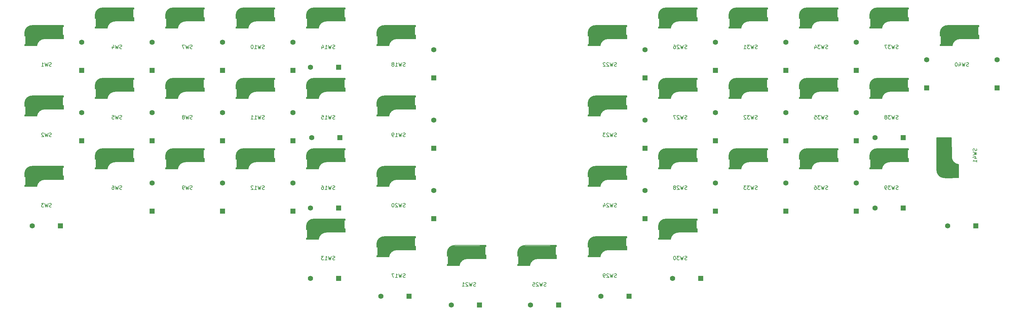
<source format=gbr>
G04 #@! TF.GenerationSoftware,KiCad,Pcbnew,8.0.4*
G04 #@! TF.CreationDate,2024-09-22T19:53:22+09:00*
G04 #@! TF.ProjectId,first_keyboard,66697273-745f-46b6-9579-626f6172642e,rev?*
G04 #@! TF.SameCoordinates,Original*
G04 #@! TF.FileFunction,Legend,Bot*
G04 #@! TF.FilePolarity,Positive*
%FSLAX46Y46*%
G04 Gerber Fmt 4.6, Leading zero omitted, Abs format (unit mm)*
G04 Created by KiCad (PCBNEW 8.0.4) date 2024-09-22 19:53:22*
%MOMM*%
%LPD*%
G01*
G04 APERTURE LIST*
%ADD10C,0.150000*%
%ADD11C,0.300000*%
%ADD12C,0.500000*%
%ADD13C,0.800000*%
%ADD14C,3.000000*%
%ADD15C,3.500000*%
%ADD16C,1.000000*%
%ADD17C,0.400000*%
%ADD18R,1.397000X1.397000*%
%ADD19C,1.397000*%
G04 APERTURE END LIST*
D10*
X194690823Y-192525900D02*
X194547966Y-192573519D01*
X194547966Y-192573519D02*
X194309871Y-192573519D01*
X194309871Y-192573519D02*
X194214633Y-192525900D01*
X194214633Y-192525900D02*
X194167014Y-192478280D01*
X194167014Y-192478280D02*
X194119395Y-192383042D01*
X194119395Y-192383042D02*
X194119395Y-192287804D01*
X194119395Y-192287804D02*
X194167014Y-192192566D01*
X194167014Y-192192566D02*
X194214633Y-192144947D01*
X194214633Y-192144947D02*
X194309871Y-192097328D01*
X194309871Y-192097328D02*
X194500347Y-192049709D01*
X194500347Y-192049709D02*
X194595585Y-192002090D01*
X194595585Y-192002090D02*
X194643204Y-191954471D01*
X194643204Y-191954471D02*
X194690823Y-191859233D01*
X194690823Y-191859233D02*
X194690823Y-191763995D01*
X194690823Y-191763995D02*
X194643204Y-191668757D01*
X194643204Y-191668757D02*
X194595585Y-191621138D01*
X194595585Y-191621138D02*
X194500347Y-191573519D01*
X194500347Y-191573519D02*
X194262252Y-191573519D01*
X194262252Y-191573519D02*
X194119395Y-191621138D01*
X193786061Y-191573519D02*
X193547966Y-192573519D01*
X193547966Y-192573519D02*
X193357490Y-191859233D01*
X193357490Y-191859233D02*
X193167014Y-192573519D01*
X193167014Y-192573519D02*
X192928919Y-191573519D01*
X192595585Y-191668757D02*
X192547966Y-191621138D01*
X192547966Y-191621138D02*
X192452728Y-191573519D01*
X192452728Y-191573519D02*
X192214633Y-191573519D01*
X192214633Y-191573519D02*
X192119395Y-191621138D01*
X192119395Y-191621138D02*
X192071776Y-191668757D01*
X192071776Y-191668757D02*
X192024157Y-191763995D01*
X192024157Y-191763995D02*
X192024157Y-191859233D01*
X192024157Y-191859233D02*
X192071776Y-192002090D01*
X192071776Y-192002090D02*
X192643204Y-192573519D01*
X192643204Y-192573519D02*
X192024157Y-192573519D01*
X191071776Y-192573519D02*
X191643204Y-192573519D01*
X191357490Y-192573519D02*
X191357490Y-191573519D01*
X191357490Y-191573519D02*
X191452728Y-191716376D01*
X191452728Y-191716376D02*
X191547966Y-191811614D01*
X191547966Y-191811614D02*
X191643204Y-191859233D01*
X232790823Y-152044700D02*
X232647966Y-152092319D01*
X232647966Y-152092319D02*
X232409871Y-152092319D01*
X232409871Y-152092319D02*
X232314633Y-152044700D01*
X232314633Y-152044700D02*
X232267014Y-151997080D01*
X232267014Y-151997080D02*
X232219395Y-151901842D01*
X232219395Y-151901842D02*
X232219395Y-151806604D01*
X232219395Y-151806604D02*
X232267014Y-151711366D01*
X232267014Y-151711366D02*
X232314633Y-151663747D01*
X232314633Y-151663747D02*
X232409871Y-151616128D01*
X232409871Y-151616128D02*
X232600347Y-151568509D01*
X232600347Y-151568509D02*
X232695585Y-151520890D01*
X232695585Y-151520890D02*
X232743204Y-151473271D01*
X232743204Y-151473271D02*
X232790823Y-151378033D01*
X232790823Y-151378033D02*
X232790823Y-151282795D01*
X232790823Y-151282795D02*
X232743204Y-151187557D01*
X232743204Y-151187557D02*
X232695585Y-151139938D01*
X232695585Y-151139938D02*
X232600347Y-151092319D01*
X232600347Y-151092319D02*
X232362252Y-151092319D01*
X232362252Y-151092319D02*
X232219395Y-151139938D01*
X231886061Y-151092319D02*
X231647966Y-152092319D01*
X231647966Y-152092319D02*
X231457490Y-151378033D01*
X231457490Y-151378033D02*
X231267014Y-152092319D01*
X231267014Y-152092319D02*
X231028919Y-151092319D01*
X230695585Y-151187557D02*
X230647966Y-151139938D01*
X230647966Y-151139938D02*
X230552728Y-151092319D01*
X230552728Y-151092319D02*
X230314633Y-151092319D01*
X230314633Y-151092319D02*
X230219395Y-151139938D01*
X230219395Y-151139938D02*
X230171776Y-151187557D01*
X230171776Y-151187557D02*
X230124157Y-151282795D01*
X230124157Y-151282795D02*
X230124157Y-151378033D01*
X230124157Y-151378033D02*
X230171776Y-151520890D01*
X230171776Y-151520890D02*
X230743204Y-152092319D01*
X230743204Y-152092319D02*
X230124157Y-152092319D01*
X229790823Y-151092319D02*
X229171776Y-151092319D01*
X229171776Y-151092319D02*
X229505109Y-151473271D01*
X229505109Y-151473271D02*
X229362252Y-151473271D01*
X229362252Y-151473271D02*
X229267014Y-151520890D01*
X229267014Y-151520890D02*
X229219395Y-151568509D01*
X229219395Y-151568509D02*
X229171776Y-151663747D01*
X229171776Y-151663747D02*
X229171776Y-151901842D01*
X229171776Y-151901842D02*
X229219395Y-151997080D01*
X229219395Y-151997080D02*
X229267014Y-152044700D01*
X229267014Y-152044700D02*
X229362252Y-152092319D01*
X229362252Y-152092319D02*
X229647966Y-152092319D01*
X229647966Y-152092319D02*
X229743204Y-152044700D01*
X229743204Y-152044700D02*
X229790823Y-151997080D01*
X232790823Y-190144700D02*
X232647966Y-190192319D01*
X232647966Y-190192319D02*
X232409871Y-190192319D01*
X232409871Y-190192319D02*
X232314633Y-190144700D01*
X232314633Y-190144700D02*
X232267014Y-190097080D01*
X232267014Y-190097080D02*
X232219395Y-190001842D01*
X232219395Y-190001842D02*
X232219395Y-189906604D01*
X232219395Y-189906604D02*
X232267014Y-189811366D01*
X232267014Y-189811366D02*
X232314633Y-189763747D01*
X232314633Y-189763747D02*
X232409871Y-189716128D01*
X232409871Y-189716128D02*
X232600347Y-189668509D01*
X232600347Y-189668509D02*
X232695585Y-189620890D01*
X232695585Y-189620890D02*
X232743204Y-189573271D01*
X232743204Y-189573271D02*
X232790823Y-189478033D01*
X232790823Y-189478033D02*
X232790823Y-189382795D01*
X232790823Y-189382795D02*
X232743204Y-189287557D01*
X232743204Y-189287557D02*
X232695585Y-189239938D01*
X232695585Y-189239938D02*
X232600347Y-189192319D01*
X232600347Y-189192319D02*
X232362252Y-189192319D01*
X232362252Y-189192319D02*
X232219395Y-189239938D01*
X231886061Y-189192319D02*
X231647966Y-190192319D01*
X231647966Y-190192319D02*
X231457490Y-189478033D01*
X231457490Y-189478033D02*
X231267014Y-190192319D01*
X231267014Y-190192319D02*
X231028919Y-189192319D01*
X230695585Y-189287557D02*
X230647966Y-189239938D01*
X230647966Y-189239938D02*
X230552728Y-189192319D01*
X230552728Y-189192319D02*
X230314633Y-189192319D01*
X230314633Y-189192319D02*
X230219395Y-189239938D01*
X230219395Y-189239938D02*
X230171776Y-189287557D01*
X230171776Y-189287557D02*
X230124157Y-189382795D01*
X230124157Y-189382795D02*
X230124157Y-189478033D01*
X230124157Y-189478033D02*
X230171776Y-189620890D01*
X230171776Y-189620890D02*
X230743204Y-190192319D01*
X230743204Y-190192319D02*
X230124157Y-190192319D01*
X229647966Y-190192319D02*
X229457490Y-190192319D01*
X229457490Y-190192319D02*
X229362252Y-190144700D01*
X229362252Y-190144700D02*
X229314633Y-190097080D01*
X229314633Y-190097080D02*
X229219395Y-189954223D01*
X229219395Y-189954223D02*
X229171776Y-189763747D01*
X229171776Y-189763747D02*
X229171776Y-189382795D01*
X229171776Y-189382795D02*
X229219395Y-189287557D01*
X229219395Y-189287557D02*
X229267014Y-189239938D01*
X229267014Y-189239938D02*
X229362252Y-189192319D01*
X229362252Y-189192319D02*
X229552728Y-189192319D01*
X229552728Y-189192319D02*
X229647966Y-189239938D01*
X229647966Y-189239938D02*
X229695585Y-189287557D01*
X229695585Y-189287557D02*
X229743204Y-189382795D01*
X229743204Y-189382795D02*
X229743204Y-189620890D01*
X229743204Y-189620890D02*
X229695585Y-189716128D01*
X229695585Y-189716128D02*
X229647966Y-189763747D01*
X229647966Y-189763747D02*
X229552728Y-189811366D01*
X229552728Y-189811366D02*
X229362252Y-189811366D01*
X229362252Y-189811366D02*
X229267014Y-189763747D01*
X229267014Y-189763747D02*
X229219395Y-189716128D01*
X229219395Y-189716128D02*
X229171776Y-189620890D01*
X156590823Y-185382200D02*
X156447966Y-185429819D01*
X156447966Y-185429819D02*
X156209871Y-185429819D01*
X156209871Y-185429819D02*
X156114633Y-185382200D01*
X156114633Y-185382200D02*
X156067014Y-185334580D01*
X156067014Y-185334580D02*
X156019395Y-185239342D01*
X156019395Y-185239342D02*
X156019395Y-185144104D01*
X156019395Y-185144104D02*
X156067014Y-185048866D01*
X156067014Y-185048866D02*
X156114633Y-185001247D01*
X156114633Y-185001247D02*
X156209871Y-184953628D01*
X156209871Y-184953628D02*
X156400347Y-184906009D01*
X156400347Y-184906009D02*
X156495585Y-184858390D01*
X156495585Y-184858390D02*
X156543204Y-184810771D01*
X156543204Y-184810771D02*
X156590823Y-184715533D01*
X156590823Y-184715533D02*
X156590823Y-184620295D01*
X156590823Y-184620295D02*
X156543204Y-184525057D01*
X156543204Y-184525057D02*
X156495585Y-184477438D01*
X156495585Y-184477438D02*
X156400347Y-184429819D01*
X156400347Y-184429819D02*
X156162252Y-184429819D01*
X156162252Y-184429819D02*
X156019395Y-184477438D01*
X155686061Y-184429819D02*
X155447966Y-185429819D01*
X155447966Y-185429819D02*
X155257490Y-184715533D01*
X155257490Y-184715533D02*
X155067014Y-185429819D01*
X155067014Y-185429819D02*
X154828919Y-184429819D01*
X153924157Y-185429819D02*
X154495585Y-185429819D01*
X154209871Y-185429819D02*
X154209871Y-184429819D01*
X154209871Y-184429819D02*
X154305109Y-184572676D01*
X154305109Y-184572676D02*
X154400347Y-184667914D01*
X154400347Y-184667914D02*
X154495585Y-184715533D01*
X153590823Y-184429819D02*
X152971776Y-184429819D01*
X152971776Y-184429819D02*
X153305109Y-184810771D01*
X153305109Y-184810771D02*
X153162252Y-184810771D01*
X153162252Y-184810771D02*
X153067014Y-184858390D01*
X153067014Y-184858390D02*
X153019395Y-184906009D01*
X153019395Y-184906009D02*
X152971776Y-185001247D01*
X152971776Y-185001247D02*
X152971776Y-185239342D01*
X152971776Y-185239342D02*
X153019395Y-185334580D01*
X153019395Y-185334580D02*
X153067014Y-185382200D01*
X153067014Y-185382200D02*
X153162252Y-185429819D01*
X153162252Y-185429819D02*
X153447966Y-185429819D01*
X153447966Y-185429819D02*
X153543204Y-185382200D01*
X153543204Y-185382200D02*
X153590823Y-185334580D01*
X308990823Y-166332200D02*
X308847966Y-166379819D01*
X308847966Y-166379819D02*
X308609871Y-166379819D01*
X308609871Y-166379819D02*
X308514633Y-166332200D01*
X308514633Y-166332200D02*
X308467014Y-166284580D01*
X308467014Y-166284580D02*
X308419395Y-166189342D01*
X308419395Y-166189342D02*
X308419395Y-166094104D01*
X308419395Y-166094104D02*
X308467014Y-165998866D01*
X308467014Y-165998866D02*
X308514633Y-165951247D01*
X308514633Y-165951247D02*
X308609871Y-165903628D01*
X308609871Y-165903628D02*
X308800347Y-165856009D01*
X308800347Y-165856009D02*
X308895585Y-165808390D01*
X308895585Y-165808390D02*
X308943204Y-165760771D01*
X308943204Y-165760771D02*
X308990823Y-165665533D01*
X308990823Y-165665533D02*
X308990823Y-165570295D01*
X308990823Y-165570295D02*
X308943204Y-165475057D01*
X308943204Y-165475057D02*
X308895585Y-165427438D01*
X308895585Y-165427438D02*
X308800347Y-165379819D01*
X308800347Y-165379819D02*
X308562252Y-165379819D01*
X308562252Y-165379819D02*
X308419395Y-165427438D01*
X308086061Y-165379819D02*
X307847966Y-166379819D01*
X307847966Y-166379819D02*
X307657490Y-165665533D01*
X307657490Y-165665533D02*
X307467014Y-166379819D01*
X307467014Y-166379819D02*
X307228919Y-165379819D01*
X306943204Y-165379819D02*
X306324157Y-165379819D01*
X306324157Y-165379819D02*
X306657490Y-165760771D01*
X306657490Y-165760771D02*
X306514633Y-165760771D01*
X306514633Y-165760771D02*
X306419395Y-165808390D01*
X306419395Y-165808390D02*
X306371776Y-165856009D01*
X306371776Y-165856009D02*
X306324157Y-165951247D01*
X306324157Y-165951247D02*
X306324157Y-166189342D01*
X306324157Y-166189342D02*
X306371776Y-166284580D01*
X306371776Y-166284580D02*
X306419395Y-166332200D01*
X306419395Y-166332200D02*
X306514633Y-166379819D01*
X306514633Y-166379819D02*
X306800347Y-166379819D01*
X306800347Y-166379819D02*
X306895585Y-166332200D01*
X306895585Y-166332200D02*
X306943204Y-166284580D01*
X305847966Y-166379819D02*
X305657490Y-166379819D01*
X305657490Y-166379819D02*
X305562252Y-166332200D01*
X305562252Y-166332200D02*
X305514633Y-166284580D01*
X305514633Y-166284580D02*
X305419395Y-166141723D01*
X305419395Y-166141723D02*
X305371776Y-165951247D01*
X305371776Y-165951247D02*
X305371776Y-165570295D01*
X305371776Y-165570295D02*
X305419395Y-165475057D01*
X305419395Y-165475057D02*
X305467014Y-165427438D01*
X305467014Y-165427438D02*
X305562252Y-165379819D01*
X305562252Y-165379819D02*
X305752728Y-165379819D01*
X305752728Y-165379819D02*
X305847966Y-165427438D01*
X305847966Y-165427438D02*
X305895585Y-165475057D01*
X305895585Y-165475057D02*
X305943204Y-165570295D01*
X305943204Y-165570295D02*
X305943204Y-165808390D01*
X305943204Y-165808390D02*
X305895585Y-165903628D01*
X305895585Y-165903628D02*
X305847966Y-165951247D01*
X305847966Y-165951247D02*
X305752728Y-165998866D01*
X305752728Y-165998866D02*
X305562252Y-165998866D01*
X305562252Y-165998866D02*
X305467014Y-165951247D01*
X305467014Y-165951247D02*
X305419395Y-165903628D01*
X305419395Y-165903628D02*
X305371776Y-165808390D01*
X232790823Y-132994700D02*
X232647966Y-133042319D01*
X232647966Y-133042319D02*
X232409871Y-133042319D01*
X232409871Y-133042319D02*
X232314633Y-132994700D01*
X232314633Y-132994700D02*
X232267014Y-132947080D01*
X232267014Y-132947080D02*
X232219395Y-132851842D01*
X232219395Y-132851842D02*
X232219395Y-132756604D01*
X232219395Y-132756604D02*
X232267014Y-132661366D01*
X232267014Y-132661366D02*
X232314633Y-132613747D01*
X232314633Y-132613747D02*
X232409871Y-132566128D01*
X232409871Y-132566128D02*
X232600347Y-132518509D01*
X232600347Y-132518509D02*
X232695585Y-132470890D01*
X232695585Y-132470890D02*
X232743204Y-132423271D01*
X232743204Y-132423271D02*
X232790823Y-132328033D01*
X232790823Y-132328033D02*
X232790823Y-132232795D01*
X232790823Y-132232795D02*
X232743204Y-132137557D01*
X232743204Y-132137557D02*
X232695585Y-132089938D01*
X232695585Y-132089938D02*
X232600347Y-132042319D01*
X232600347Y-132042319D02*
X232362252Y-132042319D01*
X232362252Y-132042319D02*
X232219395Y-132089938D01*
X231886061Y-132042319D02*
X231647966Y-133042319D01*
X231647966Y-133042319D02*
X231457490Y-132328033D01*
X231457490Y-132328033D02*
X231267014Y-133042319D01*
X231267014Y-133042319D02*
X231028919Y-132042319D01*
X230695585Y-132137557D02*
X230647966Y-132089938D01*
X230647966Y-132089938D02*
X230552728Y-132042319D01*
X230552728Y-132042319D02*
X230314633Y-132042319D01*
X230314633Y-132042319D02*
X230219395Y-132089938D01*
X230219395Y-132089938D02*
X230171776Y-132137557D01*
X230171776Y-132137557D02*
X230124157Y-132232795D01*
X230124157Y-132232795D02*
X230124157Y-132328033D01*
X230124157Y-132328033D02*
X230171776Y-132470890D01*
X230171776Y-132470890D02*
X230743204Y-133042319D01*
X230743204Y-133042319D02*
X230124157Y-133042319D01*
X229743204Y-132137557D02*
X229695585Y-132089938D01*
X229695585Y-132089938D02*
X229600347Y-132042319D01*
X229600347Y-132042319D02*
X229362252Y-132042319D01*
X229362252Y-132042319D02*
X229267014Y-132089938D01*
X229267014Y-132089938D02*
X229219395Y-132137557D01*
X229219395Y-132137557D02*
X229171776Y-132232795D01*
X229171776Y-132232795D02*
X229171776Y-132328033D01*
X229171776Y-132328033D02*
X229219395Y-132470890D01*
X229219395Y-132470890D02*
X229790823Y-133042319D01*
X229790823Y-133042319D02*
X229171776Y-133042319D01*
X270890823Y-147282200D02*
X270747966Y-147329819D01*
X270747966Y-147329819D02*
X270509871Y-147329819D01*
X270509871Y-147329819D02*
X270414633Y-147282200D01*
X270414633Y-147282200D02*
X270367014Y-147234580D01*
X270367014Y-147234580D02*
X270319395Y-147139342D01*
X270319395Y-147139342D02*
X270319395Y-147044104D01*
X270319395Y-147044104D02*
X270367014Y-146948866D01*
X270367014Y-146948866D02*
X270414633Y-146901247D01*
X270414633Y-146901247D02*
X270509871Y-146853628D01*
X270509871Y-146853628D02*
X270700347Y-146806009D01*
X270700347Y-146806009D02*
X270795585Y-146758390D01*
X270795585Y-146758390D02*
X270843204Y-146710771D01*
X270843204Y-146710771D02*
X270890823Y-146615533D01*
X270890823Y-146615533D02*
X270890823Y-146520295D01*
X270890823Y-146520295D02*
X270843204Y-146425057D01*
X270843204Y-146425057D02*
X270795585Y-146377438D01*
X270795585Y-146377438D02*
X270700347Y-146329819D01*
X270700347Y-146329819D02*
X270462252Y-146329819D01*
X270462252Y-146329819D02*
X270319395Y-146377438D01*
X269986061Y-146329819D02*
X269747966Y-147329819D01*
X269747966Y-147329819D02*
X269557490Y-146615533D01*
X269557490Y-146615533D02*
X269367014Y-147329819D01*
X269367014Y-147329819D02*
X269128919Y-146329819D01*
X268843204Y-146329819D02*
X268224157Y-146329819D01*
X268224157Y-146329819D02*
X268557490Y-146710771D01*
X268557490Y-146710771D02*
X268414633Y-146710771D01*
X268414633Y-146710771D02*
X268319395Y-146758390D01*
X268319395Y-146758390D02*
X268271776Y-146806009D01*
X268271776Y-146806009D02*
X268224157Y-146901247D01*
X268224157Y-146901247D02*
X268224157Y-147139342D01*
X268224157Y-147139342D02*
X268271776Y-147234580D01*
X268271776Y-147234580D02*
X268319395Y-147282200D01*
X268319395Y-147282200D02*
X268414633Y-147329819D01*
X268414633Y-147329819D02*
X268700347Y-147329819D01*
X268700347Y-147329819D02*
X268795585Y-147282200D01*
X268795585Y-147282200D02*
X268843204Y-147234580D01*
X267843204Y-146425057D02*
X267795585Y-146377438D01*
X267795585Y-146377438D02*
X267700347Y-146329819D01*
X267700347Y-146329819D02*
X267462252Y-146329819D01*
X267462252Y-146329819D02*
X267367014Y-146377438D01*
X267367014Y-146377438D02*
X267319395Y-146425057D01*
X267319395Y-146425057D02*
X267271776Y-146520295D01*
X267271776Y-146520295D02*
X267271776Y-146615533D01*
X267271776Y-146615533D02*
X267319395Y-146758390D01*
X267319395Y-146758390D02*
X267890823Y-147329819D01*
X267890823Y-147329819D02*
X267271776Y-147329819D01*
X79914632Y-132994700D02*
X79771775Y-133042319D01*
X79771775Y-133042319D02*
X79533680Y-133042319D01*
X79533680Y-133042319D02*
X79438442Y-132994700D01*
X79438442Y-132994700D02*
X79390823Y-132947080D01*
X79390823Y-132947080D02*
X79343204Y-132851842D01*
X79343204Y-132851842D02*
X79343204Y-132756604D01*
X79343204Y-132756604D02*
X79390823Y-132661366D01*
X79390823Y-132661366D02*
X79438442Y-132613747D01*
X79438442Y-132613747D02*
X79533680Y-132566128D01*
X79533680Y-132566128D02*
X79724156Y-132518509D01*
X79724156Y-132518509D02*
X79819394Y-132470890D01*
X79819394Y-132470890D02*
X79867013Y-132423271D01*
X79867013Y-132423271D02*
X79914632Y-132328033D01*
X79914632Y-132328033D02*
X79914632Y-132232795D01*
X79914632Y-132232795D02*
X79867013Y-132137557D01*
X79867013Y-132137557D02*
X79819394Y-132089938D01*
X79819394Y-132089938D02*
X79724156Y-132042319D01*
X79724156Y-132042319D02*
X79486061Y-132042319D01*
X79486061Y-132042319D02*
X79343204Y-132089938D01*
X79009870Y-132042319D02*
X78771775Y-133042319D01*
X78771775Y-133042319D02*
X78581299Y-132328033D01*
X78581299Y-132328033D02*
X78390823Y-133042319D01*
X78390823Y-133042319D02*
X78152728Y-132042319D01*
X77247966Y-133042319D02*
X77819394Y-133042319D01*
X77533680Y-133042319D02*
X77533680Y-132042319D01*
X77533680Y-132042319D02*
X77628918Y-132185176D01*
X77628918Y-132185176D02*
X77724156Y-132280414D01*
X77724156Y-132280414D02*
X77819394Y-132328033D01*
X175640823Y-132994700D02*
X175497966Y-133042319D01*
X175497966Y-133042319D02*
X175259871Y-133042319D01*
X175259871Y-133042319D02*
X175164633Y-132994700D01*
X175164633Y-132994700D02*
X175117014Y-132947080D01*
X175117014Y-132947080D02*
X175069395Y-132851842D01*
X175069395Y-132851842D02*
X175069395Y-132756604D01*
X175069395Y-132756604D02*
X175117014Y-132661366D01*
X175117014Y-132661366D02*
X175164633Y-132613747D01*
X175164633Y-132613747D02*
X175259871Y-132566128D01*
X175259871Y-132566128D02*
X175450347Y-132518509D01*
X175450347Y-132518509D02*
X175545585Y-132470890D01*
X175545585Y-132470890D02*
X175593204Y-132423271D01*
X175593204Y-132423271D02*
X175640823Y-132328033D01*
X175640823Y-132328033D02*
X175640823Y-132232795D01*
X175640823Y-132232795D02*
X175593204Y-132137557D01*
X175593204Y-132137557D02*
X175545585Y-132089938D01*
X175545585Y-132089938D02*
X175450347Y-132042319D01*
X175450347Y-132042319D02*
X175212252Y-132042319D01*
X175212252Y-132042319D02*
X175069395Y-132089938D01*
X174736061Y-132042319D02*
X174497966Y-133042319D01*
X174497966Y-133042319D02*
X174307490Y-132328033D01*
X174307490Y-132328033D02*
X174117014Y-133042319D01*
X174117014Y-133042319D02*
X173878919Y-132042319D01*
X172974157Y-133042319D02*
X173545585Y-133042319D01*
X173259871Y-133042319D02*
X173259871Y-132042319D01*
X173259871Y-132042319D02*
X173355109Y-132185176D01*
X173355109Y-132185176D02*
X173450347Y-132280414D01*
X173450347Y-132280414D02*
X173545585Y-132328033D01*
X172402728Y-132470890D02*
X172497966Y-132423271D01*
X172497966Y-132423271D02*
X172545585Y-132375652D01*
X172545585Y-132375652D02*
X172593204Y-132280414D01*
X172593204Y-132280414D02*
X172593204Y-132232795D01*
X172593204Y-132232795D02*
X172545585Y-132137557D01*
X172545585Y-132137557D02*
X172497966Y-132089938D01*
X172497966Y-132089938D02*
X172402728Y-132042319D01*
X172402728Y-132042319D02*
X172212252Y-132042319D01*
X172212252Y-132042319D02*
X172117014Y-132089938D01*
X172117014Y-132089938D02*
X172069395Y-132137557D01*
X172069395Y-132137557D02*
X172021776Y-132232795D01*
X172021776Y-132232795D02*
X172021776Y-132280414D01*
X172021776Y-132280414D02*
X172069395Y-132375652D01*
X172069395Y-132375652D02*
X172117014Y-132423271D01*
X172117014Y-132423271D02*
X172212252Y-132470890D01*
X172212252Y-132470890D02*
X172402728Y-132470890D01*
X172402728Y-132470890D02*
X172497966Y-132518509D01*
X172497966Y-132518509D02*
X172545585Y-132566128D01*
X172545585Y-132566128D02*
X172593204Y-132661366D01*
X172593204Y-132661366D02*
X172593204Y-132851842D01*
X172593204Y-132851842D02*
X172545585Y-132947080D01*
X172545585Y-132947080D02*
X172497966Y-132994700D01*
X172497966Y-132994700D02*
X172402728Y-133042319D01*
X172402728Y-133042319D02*
X172212252Y-133042319D01*
X172212252Y-133042319D02*
X172117014Y-132994700D01*
X172117014Y-132994700D02*
X172069395Y-132947080D01*
X172069395Y-132947080D02*
X172021776Y-132851842D01*
X172021776Y-132851842D02*
X172021776Y-132661366D01*
X172021776Y-132661366D02*
X172069395Y-132566128D01*
X172069395Y-132566128D02*
X172117014Y-132518509D01*
X172117014Y-132518509D02*
X172212252Y-132470890D01*
X118014632Y-166332200D02*
X117871775Y-166379819D01*
X117871775Y-166379819D02*
X117633680Y-166379819D01*
X117633680Y-166379819D02*
X117538442Y-166332200D01*
X117538442Y-166332200D02*
X117490823Y-166284580D01*
X117490823Y-166284580D02*
X117443204Y-166189342D01*
X117443204Y-166189342D02*
X117443204Y-166094104D01*
X117443204Y-166094104D02*
X117490823Y-165998866D01*
X117490823Y-165998866D02*
X117538442Y-165951247D01*
X117538442Y-165951247D02*
X117633680Y-165903628D01*
X117633680Y-165903628D02*
X117824156Y-165856009D01*
X117824156Y-165856009D02*
X117919394Y-165808390D01*
X117919394Y-165808390D02*
X117967013Y-165760771D01*
X117967013Y-165760771D02*
X118014632Y-165665533D01*
X118014632Y-165665533D02*
X118014632Y-165570295D01*
X118014632Y-165570295D02*
X117967013Y-165475057D01*
X117967013Y-165475057D02*
X117919394Y-165427438D01*
X117919394Y-165427438D02*
X117824156Y-165379819D01*
X117824156Y-165379819D02*
X117586061Y-165379819D01*
X117586061Y-165379819D02*
X117443204Y-165427438D01*
X117109870Y-165379819D02*
X116871775Y-166379819D01*
X116871775Y-166379819D02*
X116681299Y-165665533D01*
X116681299Y-165665533D02*
X116490823Y-166379819D01*
X116490823Y-166379819D02*
X116252728Y-165379819D01*
X115824156Y-166379819D02*
X115633680Y-166379819D01*
X115633680Y-166379819D02*
X115538442Y-166332200D01*
X115538442Y-166332200D02*
X115490823Y-166284580D01*
X115490823Y-166284580D02*
X115395585Y-166141723D01*
X115395585Y-166141723D02*
X115347966Y-165951247D01*
X115347966Y-165951247D02*
X115347966Y-165570295D01*
X115347966Y-165570295D02*
X115395585Y-165475057D01*
X115395585Y-165475057D02*
X115443204Y-165427438D01*
X115443204Y-165427438D02*
X115538442Y-165379819D01*
X115538442Y-165379819D02*
X115728918Y-165379819D01*
X115728918Y-165379819D02*
X115824156Y-165427438D01*
X115824156Y-165427438D02*
X115871775Y-165475057D01*
X115871775Y-165475057D02*
X115919394Y-165570295D01*
X115919394Y-165570295D02*
X115919394Y-165808390D01*
X115919394Y-165808390D02*
X115871775Y-165903628D01*
X115871775Y-165903628D02*
X115824156Y-165951247D01*
X115824156Y-165951247D02*
X115728918Y-165998866D01*
X115728918Y-165998866D02*
X115538442Y-165998866D01*
X115538442Y-165998866D02*
X115443204Y-165951247D01*
X115443204Y-165951247D02*
X115395585Y-165903628D01*
X115395585Y-165903628D02*
X115347966Y-165808390D01*
X175640823Y-152044700D02*
X175497966Y-152092319D01*
X175497966Y-152092319D02*
X175259871Y-152092319D01*
X175259871Y-152092319D02*
X175164633Y-152044700D01*
X175164633Y-152044700D02*
X175117014Y-151997080D01*
X175117014Y-151997080D02*
X175069395Y-151901842D01*
X175069395Y-151901842D02*
X175069395Y-151806604D01*
X175069395Y-151806604D02*
X175117014Y-151711366D01*
X175117014Y-151711366D02*
X175164633Y-151663747D01*
X175164633Y-151663747D02*
X175259871Y-151616128D01*
X175259871Y-151616128D02*
X175450347Y-151568509D01*
X175450347Y-151568509D02*
X175545585Y-151520890D01*
X175545585Y-151520890D02*
X175593204Y-151473271D01*
X175593204Y-151473271D02*
X175640823Y-151378033D01*
X175640823Y-151378033D02*
X175640823Y-151282795D01*
X175640823Y-151282795D02*
X175593204Y-151187557D01*
X175593204Y-151187557D02*
X175545585Y-151139938D01*
X175545585Y-151139938D02*
X175450347Y-151092319D01*
X175450347Y-151092319D02*
X175212252Y-151092319D01*
X175212252Y-151092319D02*
X175069395Y-151139938D01*
X174736061Y-151092319D02*
X174497966Y-152092319D01*
X174497966Y-152092319D02*
X174307490Y-151378033D01*
X174307490Y-151378033D02*
X174117014Y-152092319D01*
X174117014Y-152092319D02*
X173878919Y-151092319D01*
X172974157Y-152092319D02*
X173545585Y-152092319D01*
X173259871Y-152092319D02*
X173259871Y-151092319D01*
X173259871Y-151092319D02*
X173355109Y-151235176D01*
X173355109Y-151235176D02*
X173450347Y-151330414D01*
X173450347Y-151330414D02*
X173545585Y-151378033D01*
X172497966Y-152092319D02*
X172307490Y-152092319D01*
X172307490Y-152092319D02*
X172212252Y-152044700D01*
X172212252Y-152044700D02*
X172164633Y-151997080D01*
X172164633Y-151997080D02*
X172069395Y-151854223D01*
X172069395Y-151854223D02*
X172021776Y-151663747D01*
X172021776Y-151663747D02*
X172021776Y-151282795D01*
X172021776Y-151282795D02*
X172069395Y-151187557D01*
X172069395Y-151187557D02*
X172117014Y-151139938D01*
X172117014Y-151139938D02*
X172212252Y-151092319D01*
X172212252Y-151092319D02*
X172402728Y-151092319D01*
X172402728Y-151092319D02*
X172497966Y-151139938D01*
X172497966Y-151139938D02*
X172545585Y-151187557D01*
X172545585Y-151187557D02*
X172593204Y-151282795D01*
X172593204Y-151282795D02*
X172593204Y-151520890D01*
X172593204Y-151520890D02*
X172545585Y-151616128D01*
X172545585Y-151616128D02*
X172497966Y-151663747D01*
X172497966Y-151663747D02*
X172402728Y-151711366D01*
X172402728Y-151711366D02*
X172212252Y-151711366D01*
X172212252Y-151711366D02*
X172117014Y-151663747D01*
X172117014Y-151663747D02*
X172069395Y-151616128D01*
X172069395Y-151616128D02*
X172021776Y-151520890D01*
X251840823Y-147282200D02*
X251697966Y-147329819D01*
X251697966Y-147329819D02*
X251459871Y-147329819D01*
X251459871Y-147329819D02*
X251364633Y-147282200D01*
X251364633Y-147282200D02*
X251317014Y-147234580D01*
X251317014Y-147234580D02*
X251269395Y-147139342D01*
X251269395Y-147139342D02*
X251269395Y-147044104D01*
X251269395Y-147044104D02*
X251317014Y-146948866D01*
X251317014Y-146948866D02*
X251364633Y-146901247D01*
X251364633Y-146901247D02*
X251459871Y-146853628D01*
X251459871Y-146853628D02*
X251650347Y-146806009D01*
X251650347Y-146806009D02*
X251745585Y-146758390D01*
X251745585Y-146758390D02*
X251793204Y-146710771D01*
X251793204Y-146710771D02*
X251840823Y-146615533D01*
X251840823Y-146615533D02*
X251840823Y-146520295D01*
X251840823Y-146520295D02*
X251793204Y-146425057D01*
X251793204Y-146425057D02*
X251745585Y-146377438D01*
X251745585Y-146377438D02*
X251650347Y-146329819D01*
X251650347Y-146329819D02*
X251412252Y-146329819D01*
X251412252Y-146329819D02*
X251269395Y-146377438D01*
X250936061Y-146329819D02*
X250697966Y-147329819D01*
X250697966Y-147329819D02*
X250507490Y-146615533D01*
X250507490Y-146615533D02*
X250317014Y-147329819D01*
X250317014Y-147329819D02*
X250078919Y-146329819D01*
X249745585Y-146425057D02*
X249697966Y-146377438D01*
X249697966Y-146377438D02*
X249602728Y-146329819D01*
X249602728Y-146329819D02*
X249364633Y-146329819D01*
X249364633Y-146329819D02*
X249269395Y-146377438D01*
X249269395Y-146377438D02*
X249221776Y-146425057D01*
X249221776Y-146425057D02*
X249174157Y-146520295D01*
X249174157Y-146520295D02*
X249174157Y-146615533D01*
X249174157Y-146615533D02*
X249221776Y-146758390D01*
X249221776Y-146758390D02*
X249793204Y-147329819D01*
X249793204Y-147329819D02*
X249174157Y-147329819D01*
X248840823Y-146329819D02*
X248174157Y-146329819D01*
X248174157Y-146329819D02*
X248602728Y-147329819D01*
X98964632Y-128232200D02*
X98821775Y-128279819D01*
X98821775Y-128279819D02*
X98583680Y-128279819D01*
X98583680Y-128279819D02*
X98488442Y-128232200D01*
X98488442Y-128232200D02*
X98440823Y-128184580D01*
X98440823Y-128184580D02*
X98393204Y-128089342D01*
X98393204Y-128089342D02*
X98393204Y-127994104D01*
X98393204Y-127994104D02*
X98440823Y-127898866D01*
X98440823Y-127898866D02*
X98488442Y-127851247D01*
X98488442Y-127851247D02*
X98583680Y-127803628D01*
X98583680Y-127803628D02*
X98774156Y-127756009D01*
X98774156Y-127756009D02*
X98869394Y-127708390D01*
X98869394Y-127708390D02*
X98917013Y-127660771D01*
X98917013Y-127660771D02*
X98964632Y-127565533D01*
X98964632Y-127565533D02*
X98964632Y-127470295D01*
X98964632Y-127470295D02*
X98917013Y-127375057D01*
X98917013Y-127375057D02*
X98869394Y-127327438D01*
X98869394Y-127327438D02*
X98774156Y-127279819D01*
X98774156Y-127279819D02*
X98536061Y-127279819D01*
X98536061Y-127279819D02*
X98393204Y-127327438D01*
X98059870Y-127279819D02*
X97821775Y-128279819D01*
X97821775Y-128279819D02*
X97631299Y-127565533D01*
X97631299Y-127565533D02*
X97440823Y-128279819D01*
X97440823Y-128279819D02*
X97202728Y-127279819D01*
X96393204Y-127613152D02*
X96393204Y-128279819D01*
X96631299Y-127232200D02*
X96869394Y-127946485D01*
X96869394Y-127946485D02*
X96250347Y-127946485D01*
X289940823Y-128232200D02*
X289797966Y-128279819D01*
X289797966Y-128279819D02*
X289559871Y-128279819D01*
X289559871Y-128279819D02*
X289464633Y-128232200D01*
X289464633Y-128232200D02*
X289417014Y-128184580D01*
X289417014Y-128184580D02*
X289369395Y-128089342D01*
X289369395Y-128089342D02*
X289369395Y-127994104D01*
X289369395Y-127994104D02*
X289417014Y-127898866D01*
X289417014Y-127898866D02*
X289464633Y-127851247D01*
X289464633Y-127851247D02*
X289559871Y-127803628D01*
X289559871Y-127803628D02*
X289750347Y-127756009D01*
X289750347Y-127756009D02*
X289845585Y-127708390D01*
X289845585Y-127708390D02*
X289893204Y-127660771D01*
X289893204Y-127660771D02*
X289940823Y-127565533D01*
X289940823Y-127565533D02*
X289940823Y-127470295D01*
X289940823Y-127470295D02*
X289893204Y-127375057D01*
X289893204Y-127375057D02*
X289845585Y-127327438D01*
X289845585Y-127327438D02*
X289750347Y-127279819D01*
X289750347Y-127279819D02*
X289512252Y-127279819D01*
X289512252Y-127279819D02*
X289369395Y-127327438D01*
X289036061Y-127279819D02*
X288797966Y-128279819D01*
X288797966Y-128279819D02*
X288607490Y-127565533D01*
X288607490Y-127565533D02*
X288417014Y-128279819D01*
X288417014Y-128279819D02*
X288178919Y-127279819D01*
X287893204Y-127279819D02*
X287274157Y-127279819D01*
X287274157Y-127279819D02*
X287607490Y-127660771D01*
X287607490Y-127660771D02*
X287464633Y-127660771D01*
X287464633Y-127660771D02*
X287369395Y-127708390D01*
X287369395Y-127708390D02*
X287321776Y-127756009D01*
X287321776Y-127756009D02*
X287274157Y-127851247D01*
X287274157Y-127851247D02*
X287274157Y-128089342D01*
X287274157Y-128089342D02*
X287321776Y-128184580D01*
X287321776Y-128184580D02*
X287369395Y-128232200D01*
X287369395Y-128232200D02*
X287464633Y-128279819D01*
X287464633Y-128279819D02*
X287750347Y-128279819D01*
X287750347Y-128279819D02*
X287845585Y-128232200D01*
X287845585Y-128232200D02*
X287893204Y-128184580D01*
X286417014Y-127613152D02*
X286417014Y-128279819D01*
X286655109Y-127232200D02*
X286893204Y-127946485D01*
X286893204Y-127946485D02*
X286274157Y-127946485D01*
X156590823Y-128232200D02*
X156447966Y-128279819D01*
X156447966Y-128279819D02*
X156209871Y-128279819D01*
X156209871Y-128279819D02*
X156114633Y-128232200D01*
X156114633Y-128232200D02*
X156067014Y-128184580D01*
X156067014Y-128184580D02*
X156019395Y-128089342D01*
X156019395Y-128089342D02*
X156019395Y-127994104D01*
X156019395Y-127994104D02*
X156067014Y-127898866D01*
X156067014Y-127898866D02*
X156114633Y-127851247D01*
X156114633Y-127851247D02*
X156209871Y-127803628D01*
X156209871Y-127803628D02*
X156400347Y-127756009D01*
X156400347Y-127756009D02*
X156495585Y-127708390D01*
X156495585Y-127708390D02*
X156543204Y-127660771D01*
X156543204Y-127660771D02*
X156590823Y-127565533D01*
X156590823Y-127565533D02*
X156590823Y-127470295D01*
X156590823Y-127470295D02*
X156543204Y-127375057D01*
X156543204Y-127375057D02*
X156495585Y-127327438D01*
X156495585Y-127327438D02*
X156400347Y-127279819D01*
X156400347Y-127279819D02*
X156162252Y-127279819D01*
X156162252Y-127279819D02*
X156019395Y-127327438D01*
X155686061Y-127279819D02*
X155447966Y-128279819D01*
X155447966Y-128279819D02*
X155257490Y-127565533D01*
X155257490Y-127565533D02*
X155067014Y-128279819D01*
X155067014Y-128279819D02*
X154828919Y-127279819D01*
X153924157Y-128279819D02*
X154495585Y-128279819D01*
X154209871Y-128279819D02*
X154209871Y-127279819D01*
X154209871Y-127279819D02*
X154305109Y-127422676D01*
X154305109Y-127422676D02*
X154400347Y-127517914D01*
X154400347Y-127517914D02*
X154495585Y-127565533D01*
X153067014Y-127613152D02*
X153067014Y-128279819D01*
X153305109Y-127232200D02*
X153543204Y-127946485D01*
X153543204Y-127946485D02*
X152924157Y-127946485D01*
X251840823Y-166332200D02*
X251697966Y-166379819D01*
X251697966Y-166379819D02*
X251459871Y-166379819D01*
X251459871Y-166379819D02*
X251364633Y-166332200D01*
X251364633Y-166332200D02*
X251317014Y-166284580D01*
X251317014Y-166284580D02*
X251269395Y-166189342D01*
X251269395Y-166189342D02*
X251269395Y-166094104D01*
X251269395Y-166094104D02*
X251317014Y-165998866D01*
X251317014Y-165998866D02*
X251364633Y-165951247D01*
X251364633Y-165951247D02*
X251459871Y-165903628D01*
X251459871Y-165903628D02*
X251650347Y-165856009D01*
X251650347Y-165856009D02*
X251745585Y-165808390D01*
X251745585Y-165808390D02*
X251793204Y-165760771D01*
X251793204Y-165760771D02*
X251840823Y-165665533D01*
X251840823Y-165665533D02*
X251840823Y-165570295D01*
X251840823Y-165570295D02*
X251793204Y-165475057D01*
X251793204Y-165475057D02*
X251745585Y-165427438D01*
X251745585Y-165427438D02*
X251650347Y-165379819D01*
X251650347Y-165379819D02*
X251412252Y-165379819D01*
X251412252Y-165379819D02*
X251269395Y-165427438D01*
X250936061Y-165379819D02*
X250697966Y-166379819D01*
X250697966Y-166379819D02*
X250507490Y-165665533D01*
X250507490Y-165665533D02*
X250317014Y-166379819D01*
X250317014Y-166379819D02*
X250078919Y-165379819D01*
X249745585Y-165475057D02*
X249697966Y-165427438D01*
X249697966Y-165427438D02*
X249602728Y-165379819D01*
X249602728Y-165379819D02*
X249364633Y-165379819D01*
X249364633Y-165379819D02*
X249269395Y-165427438D01*
X249269395Y-165427438D02*
X249221776Y-165475057D01*
X249221776Y-165475057D02*
X249174157Y-165570295D01*
X249174157Y-165570295D02*
X249174157Y-165665533D01*
X249174157Y-165665533D02*
X249221776Y-165808390D01*
X249221776Y-165808390D02*
X249793204Y-166379819D01*
X249793204Y-166379819D02*
X249174157Y-166379819D01*
X248602728Y-165808390D02*
X248697966Y-165760771D01*
X248697966Y-165760771D02*
X248745585Y-165713152D01*
X248745585Y-165713152D02*
X248793204Y-165617914D01*
X248793204Y-165617914D02*
X248793204Y-165570295D01*
X248793204Y-165570295D02*
X248745585Y-165475057D01*
X248745585Y-165475057D02*
X248697966Y-165427438D01*
X248697966Y-165427438D02*
X248602728Y-165379819D01*
X248602728Y-165379819D02*
X248412252Y-165379819D01*
X248412252Y-165379819D02*
X248317014Y-165427438D01*
X248317014Y-165427438D02*
X248269395Y-165475057D01*
X248269395Y-165475057D02*
X248221776Y-165570295D01*
X248221776Y-165570295D02*
X248221776Y-165617914D01*
X248221776Y-165617914D02*
X248269395Y-165713152D01*
X248269395Y-165713152D02*
X248317014Y-165760771D01*
X248317014Y-165760771D02*
X248412252Y-165808390D01*
X248412252Y-165808390D02*
X248602728Y-165808390D01*
X248602728Y-165808390D02*
X248697966Y-165856009D01*
X248697966Y-165856009D02*
X248745585Y-165903628D01*
X248745585Y-165903628D02*
X248793204Y-165998866D01*
X248793204Y-165998866D02*
X248793204Y-166189342D01*
X248793204Y-166189342D02*
X248745585Y-166284580D01*
X248745585Y-166284580D02*
X248697966Y-166332200D01*
X248697966Y-166332200D02*
X248602728Y-166379819D01*
X248602728Y-166379819D02*
X248412252Y-166379819D01*
X248412252Y-166379819D02*
X248317014Y-166332200D01*
X248317014Y-166332200D02*
X248269395Y-166284580D01*
X248269395Y-166284580D02*
X248221776Y-166189342D01*
X248221776Y-166189342D02*
X248221776Y-165998866D01*
X248221776Y-165998866D02*
X248269395Y-165903628D01*
X248269395Y-165903628D02*
X248317014Y-165856009D01*
X248317014Y-165856009D02*
X248412252Y-165808390D01*
X330194500Y-155352976D02*
X330242119Y-155495833D01*
X330242119Y-155495833D02*
X330242119Y-155733928D01*
X330242119Y-155733928D02*
X330194500Y-155829166D01*
X330194500Y-155829166D02*
X330146880Y-155876785D01*
X330146880Y-155876785D02*
X330051642Y-155924404D01*
X330051642Y-155924404D02*
X329956404Y-155924404D01*
X329956404Y-155924404D02*
X329861166Y-155876785D01*
X329861166Y-155876785D02*
X329813547Y-155829166D01*
X329813547Y-155829166D02*
X329765928Y-155733928D01*
X329765928Y-155733928D02*
X329718309Y-155543452D01*
X329718309Y-155543452D02*
X329670690Y-155448214D01*
X329670690Y-155448214D02*
X329623071Y-155400595D01*
X329623071Y-155400595D02*
X329527833Y-155352976D01*
X329527833Y-155352976D02*
X329432595Y-155352976D01*
X329432595Y-155352976D02*
X329337357Y-155400595D01*
X329337357Y-155400595D02*
X329289738Y-155448214D01*
X329289738Y-155448214D02*
X329242119Y-155543452D01*
X329242119Y-155543452D02*
X329242119Y-155781547D01*
X329242119Y-155781547D02*
X329289738Y-155924404D01*
X329242119Y-156257738D02*
X330242119Y-156495833D01*
X330242119Y-156495833D02*
X329527833Y-156686309D01*
X329527833Y-156686309D02*
X330242119Y-156876785D01*
X330242119Y-156876785D02*
X329242119Y-157114881D01*
X329575452Y-157924404D02*
X330242119Y-157924404D01*
X329194500Y-157686309D02*
X329908785Y-157448214D01*
X329908785Y-157448214D02*
X329908785Y-158067261D01*
X330242119Y-158972023D02*
X330242119Y-158400595D01*
X330242119Y-158686309D02*
X329242119Y-158686309D01*
X329242119Y-158686309D02*
X329384976Y-158591071D01*
X329384976Y-158591071D02*
X329480214Y-158495833D01*
X329480214Y-158495833D02*
X329527833Y-158400595D01*
X289940823Y-147282200D02*
X289797966Y-147329819D01*
X289797966Y-147329819D02*
X289559871Y-147329819D01*
X289559871Y-147329819D02*
X289464633Y-147282200D01*
X289464633Y-147282200D02*
X289417014Y-147234580D01*
X289417014Y-147234580D02*
X289369395Y-147139342D01*
X289369395Y-147139342D02*
X289369395Y-147044104D01*
X289369395Y-147044104D02*
X289417014Y-146948866D01*
X289417014Y-146948866D02*
X289464633Y-146901247D01*
X289464633Y-146901247D02*
X289559871Y-146853628D01*
X289559871Y-146853628D02*
X289750347Y-146806009D01*
X289750347Y-146806009D02*
X289845585Y-146758390D01*
X289845585Y-146758390D02*
X289893204Y-146710771D01*
X289893204Y-146710771D02*
X289940823Y-146615533D01*
X289940823Y-146615533D02*
X289940823Y-146520295D01*
X289940823Y-146520295D02*
X289893204Y-146425057D01*
X289893204Y-146425057D02*
X289845585Y-146377438D01*
X289845585Y-146377438D02*
X289750347Y-146329819D01*
X289750347Y-146329819D02*
X289512252Y-146329819D01*
X289512252Y-146329819D02*
X289369395Y-146377438D01*
X289036061Y-146329819D02*
X288797966Y-147329819D01*
X288797966Y-147329819D02*
X288607490Y-146615533D01*
X288607490Y-146615533D02*
X288417014Y-147329819D01*
X288417014Y-147329819D02*
X288178919Y-146329819D01*
X287893204Y-146329819D02*
X287274157Y-146329819D01*
X287274157Y-146329819D02*
X287607490Y-146710771D01*
X287607490Y-146710771D02*
X287464633Y-146710771D01*
X287464633Y-146710771D02*
X287369395Y-146758390D01*
X287369395Y-146758390D02*
X287321776Y-146806009D01*
X287321776Y-146806009D02*
X287274157Y-146901247D01*
X287274157Y-146901247D02*
X287274157Y-147139342D01*
X287274157Y-147139342D02*
X287321776Y-147234580D01*
X287321776Y-147234580D02*
X287369395Y-147282200D01*
X287369395Y-147282200D02*
X287464633Y-147329819D01*
X287464633Y-147329819D02*
X287750347Y-147329819D01*
X287750347Y-147329819D02*
X287845585Y-147282200D01*
X287845585Y-147282200D02*
X287893204Y-147234580D01*
X286369395Y-146329819D02*
X286845585Y-146329819D01*
X286845585Y-146329819D02*
X286893204Y-146806009D01*
X286893204Y-146806009D02*
X286845585Y-146758390D01*
X286845585Y-146758390D02*
X286750347Y-146710771D01*
X286750347Y-146710771D02*
X286512252Y-146710771D01*
X286512252Y-146710771D02*
X286417014Y-146758390D01*
X286417014Y-146758390D02*
X286369395Y-146806009D01*
X286369395Y-146806009D02*
X286321776Y-146901247D01*
X286321776Y-146901247D02*
X286321776Y-147139342D01*
X286321776Y-147139342D02*
X286369395Y-147234580D01*
X286369395Y-147234580D02*
X286417014Y-147282200D01*
X286417014Y-147282200D02*
X286512252Y-147329819D01*
X286512252Y-147329819D02*
X286750347Y-147329819D01*
X286750347Y-147329819D02*
X286845585Y-147282200D01*
X286845585Y-147282200D02*
X286893204Y-147234580D01*
X308990823Y-128232200D02*
X308847966Y-128279819D01*
X308847966Y-128279819D02*
X308609871Y-128279819D01*
X308609871Y-128279819D02*
X308514633Y-128232200D01*
X308514633Y-128232200D02*
X308467014Y-128184580D01*
X308467014Y-128184580D02*
X308419395Y-128089342D01*
X308419395Y-128089342D02*
X308419395Y-127994104D01*
X308419395Y-127994104D02*
X308467014Y-127898866D01*
X308467014Y-127898866D02*
X308514633Y-127851247D01*
X308514633Y-127851247D02*
X308609871Y-127803628D01*
X308609871Y-127803628D02*
X308800347Y-127756009D01*
X308800347Y-127756009D02*
X308895585Y-127708390D01*
X308895585Y-127708390D02*
X308943204Y-127660771D01*
X308943204Y-127660771D02*
X308990823Y-127565533D01*
X308990823Y-127565533D02*
X308990823Y-127470295D01*
X308990823Y-127470295D02*
X308943204Y-127375057D01*
X308943204Y-127375057D02*
X308895585Y-127327438D01*
X308895585Y-127327438D02*
X308800347Y-127279819D01*
X308800347Y-127279819D02*
X308562252Y-127279819D01*
X308562252Y-127279819D02*
X308419395Y-127327438D01*
X308086061Y-127279819D02*
X307847966Y-128279819D01*
X307847966Y-128279819D02*
X307657490Y-127565533D01*
X307657490Y-127565533D02*
X307467014Y-128279819D01*
X307467014Y-128279819D02*
X307228919Y-127279819D01*
X306943204Y-127279819D02*
X306324157Y-127279819D01*
X306324157Y-127279819D02*
X306657490Y-127660771D01*
X306657490Y-127660771D02*
X306514633Y-127660771D01*
X306514633Y-127660771D02*
X306419395Y-127708390D01*
X306419395Y-127708390D02*
X306371776Y-127756009D01*
X306371776Y-127756009D02*
X306324157Y-127851247D01*
X306324157Y-127851247D02*
X306324157Y-128089342D01*
X306324157Y-128089342D02*
X306371776Y-128184580D01*
X306371776Y-128184580D02*
X306419395Y-128232200D01*
X306419395Y-128232200D02*
X306514633Y-128279819D01*
X306514633Y-128279819D02*
X306800347Y-128279819D01*
X306800347Y-128279819D02*
X306895585Y-128232200D01*
X306895585Y-128232200D02*
X306943204Y-128184580D01*
X305990823Y-127279819D02*
X305324157Y-127279819D01*
X305324157Y-127279819D02*
X305752728Y-128279819D01*
X328040823Y-132994700D02*
X327897966Y-133042319D01*
X327897966Y-133042319D02*
X327659871Y-133042319D01*
X327659871Y-133042319D02*
X327564633Y-132994700D01*
X327564633Y-132994700D02*
X327517014Y-132947080D01*
X327517014Y-132947080D02*
X327469395Y-132851842D01*
X327469395Y-132851842D02*
X327469395Y-132756604D01*
X327469395Y-132756604D02*
X327517014Y-132661366D01*
X327517014Y-132661366D02*
X327564633Y-132613747D01*
X327564633Y-132613747D02*
X327659871Y-132566128D01*
X327659871Y-132566128D02*
X327850347Y-132518509D01*
X327850347Y-132518509D02*
X327945585Y-132470890D01*
X327945585Y-132470890D02*
X327993204Y-132423271D01*
X327993204Y-132423271D02*
X328040823Y-132328033D01*
X328040823Y-132328033D02*
X328040823Y-132232795D01*
X328040823Y-132232795D02*
X327993204Y-132137557D01*
X327993204Y-132137557D02*
X327945585Y-132089938D01*
X327945585Y-132089938D02*
X327850347Y-132042319D01*
X327850347Y-132042319D02*
X327612252Y-132042319D01*
X327612252Y-132042319D02*
X327469395Y-132089938D01*
X327136061Y-132042319D02*
X326897966Y-133042319D01*
X326897966Y-133042319D02*
X326707490Y-132328033D01*
X326707490Y-132328033D02*
X326517014Y-133042319D01*
X326517014Y-133042319D02*
X326278919Y-132042319D01*
X325469395Y-132375652D02*
X325469395Y-133042319D01*
X325707490Y-131994700D02*
X325945585Y-132708985D01*
X325945585Y-132708985D02*
X325326538Y-132708985D01*
X324755109Y-132042319D02*
X324659871Y-132042319D01*
X324659871Y-132042319D02*
X324564633Y-132089938D01*
X324564633Y-132089938D02*
X324517014Y-132137557D01*
X324517014Y-132137557D02*
X324469395Y-132232795D01*
X324469395Y-132232795D02*
X324421776Y-132423271D01*
X324421776Y-132423271D02*
X324421776Y-132661366D01*
X324421776Y-132661366D02*
X324469395Y-132851842D01*
X324469395Y-132851842D02*
X324517014Y-132947080D01*
X324517014Y-132947080D02*
X324564633Y-132994700D01*
X324564633Y-132994700D02*
X324659871Y-133042319D01*
X324659871Y-133042319D02*
X324755109Y-133042319D01*
X324755109Y-133042319D02*
X324850347Y-132994700D01*
X324850347Y-132994700D02*
X324897966Y-132947080D01*
X324897966Y-132947080D02*
X324945585Y-132851842D01*
X324945585Y-132851842D02*
X324993204Y-132661366D01*
X324993204Y-132661366D02*
X324993204Y-132423271D01*
X324993204Y-132423271D02*
X324945585Y-132232795D01*
X324945585Y-132232795D02*
X324897966Y-132137557D01*
X324897966Y-132137557D02*
X324850347Y-132089938D01*
X324850347Y-132089938D02*
X324755109Y-132042319D01*
X79914632Y-171094700D02*
X79771775Y-171142319D01*
X79771775Y-171142319D02*
X79533680Y-171142319D01*
X79533680Y-171142319D02*
X79438442Y-171094700D01*
X79438442Y-171094700D02*
X79390823Y-171047080D01*
X79390823Y-171047080D02*
X79343204Y-170951842D01*
X79343204Y-170951842D02*
X79343204Y-170856604D01*
X79343204Y-170856604D02*
X79390823Y-170761366D01*
X79390823Y-170761366D02*
X79438442Y-170713747D01*
X79438442Y-170713747D02*
X79533680Y-170666128D01*
X79533680Y-170666128D02*
X79724156Y-170618509D01*
X79724156Y-170618509D02*
X79819394Y-170570890D01*
X79819394Y-170570890D02*
X79867013Y-170523271D01*
X79867013Y-170523271D02*
X79914632Y-170428033D01*
X79914632Y-170428033D02*
X79914632Y-170332795D01*
X79914632Y-170332795D02*
X79867013Y-170237557D01*
X79867013Y-170237557D02*
X79819394Y-170189938D01*
X79819394Y-170189938D02*
X79724156Y-170142319D01*
X79724156Y-170142319D02*
X79486061Y-170142319D01*
X79486061Y-170142319D02*
X79343204Y-170189938D01*
X79009870Y-170142319D02*
X78771775Y-171142319D01*
X78771775Y-171142319D02*
X78581299Y-170428033D01*
X78581299Y-170428033D02*
X78390823Y-171142319D01*
X78390823Y-171142319D02*
X78152728Y-170142319D01*
X77867013Y-170142319D02*
X77247966Y-170142319D01*
X77247966Y-170142319D02*
X77581299Y-170523271D01*
X77581299Y-170523271D02*
X77438442Y-170523271D01*
X77438442Y-170523271D02*
X77343204Y-170570890D01*
X77343204Y-170570890D02*
X77295585Y-170618509D01*
X77295585Y-170618509D02*
X77247966Y-170713747D01*
X77247966Y-170713747D02*
X77247966Y-170951842D01*
X77247966Y-170951842D02*
X77295585Y-171047080D01*
X77295585Y-171047080D02*
X77343204Y-171094700D01*
X77343204Y-171094700D02*
X77438442Y-171142319D01*
X77438442Y-171142319D02*
X77724156Y-171142319D01*
X77724156Y-171142319D02*
X77819394Y-171094700D01*
X77819394Y-171094700D02*
X77867013Y-171047080D01*
X79914632Y-152044700D02*
X79771775Y-152092319D01*
X79771775Y-152092319D02*
X79533680Y-152092319D01*
X79533680Y-152092319D02*
X79438442Y-152044700D01*
X79438442Y-152044700D02*
X79390823Y-151997080D01*
X79390823Y-151997080D02*
X79343204Y-151901842D01*
X79343204Y-151901842D02*
X79343204Y-151806604D01*
X79343204Y-151806604D02*
X79390823Y-151711366D01*
X79390823Y-151711366D02*
X79438442Y-151663747D01*
X79438442Y-151663747D02*
X79533680Y-151616128D01*
X79533680Y-151616128D02*
X79724156Y-151568509D01*
X79724156Y-151568509D02*
X79819394Y-151520890D01*
X79819394Y-151520890D02*
X79867013Y-151473271D01*
X79867013Y-151473271D02*
X79914632Y-151378033D01*
X79914632Y-151378033D02*
X79914632Y-151282795D01*
X79914632Y-151282795D02*
X79867013Y-151187557D01*
X79867013Y-151187557D02*
X79819394Y-151139938D01*
X79819394Y-151139938D02*
X79724156Y-151092319D01*
X79724156Y-151092319D02*
X79486061Y-151092319D01*
X79486061Y-151092319D02*
X79343204Y-151139938D01*
X79009870Y-151092319D02*
X78771775Y-152092319D01*
X78771775Y-152092319D02*
X78581299Y-151378033D01*
X78581299Y-151378033D02*
X78390823Y-152092319D01*
X78390823Y-152092319D02*
X78152728Y-151092319D01*
X77819394Y-151187557D02*
X77771775Y-151139938D01*
X77771775Y-151139938D02*
X77676537Y-151092319D01*
X77676537Y-151092319D02*
X77438442Y-151092319D01*
X77438442Y-151092319D02*
X77343204Y-151139938D01*
X77343204Y-151139938D02*
X77295585Y-151187557D01*
X77295585Y-151187557D02*
X77247966Y-151282795D01*
X77247966Y-151282795D02*
X77247966Y-151378033D01*
X77247966Y-151378033D02*
X77295585Y-151520890D01*
X77295585Y-151520890D02*
X77867013Y-152092319D01*
X77867013Y-152092319D02*
X77247966Y-152092319D01*
X175640823Y-190144700D02*
X175497966Y-190192319D01*
X175497966Y-190192319D02*
X175259871Y-190192319D01*
X175259871Y-190192319D02*
X175164633Y-190144700D01*
X175164633Y-190144700D02*
X175117014Y-190097080D01*
X175117014Y-190097080D02*
X175069395Y-190001842D01*
X175069395Y-190001842D02*
X175069395Y-189906604D01*
X175069395Y-189906604D02*
X175117014Y-189811366D01*
X175117014Y-189811366D02*
X175164633Y-189763747D01*
X175164633Y-189763747D02*
X175259871Y-189716128D01*
X175259871Y-189716128D02*
X175450347Y-189668509D01*
X175450347Y-189668509D02*
X175545585Y-189620890D01*
X175545585Y-189620890D02*
X175593204Y-189573271D01*
X175593204Y-189573271D02*
X175640823Y-189478033D01*
X175640823Y-189478033D02*
X175640823Y-189382795D01*
X175640823Y-189382795D02*
X175593204Y-189287557D01*
X175593204Y-189287557D02*
X175545585Y-189239938D01*
X175545585Y-189239938D02*
X175450347Y-189192319D01*
X175450347Y-189192319D02*
X175212252Y-189192319D01*
X175212252Y-189192319D02*
X175069395Y-189239938D01*
X174736061Y-189192319D02*
X174497966Y-190192319D01*
X174497966Y-190192319D02*
X174307490Y-189478033D01*
X174307490Y-189478033D02*
X174117014Y-190192319D01*
X174117014Y-190192319D02*
X173878919Y-189192319D01*
X172974157Y-190192319D02*
X173545585Y-190192319D01*
X173259871Y-190192319D02*
X173259871Y-189192319D01*
X173259871Y-189192319D02*
X173355109Y-189335176D01*
X173355109Y-189335176D02*
X173450347Y-189430414D01*
X173450347Y-189430414D02*
X173545585Y-189478033D01*
X172640823Y-189192319D02*
X171974157Y-189192319D01*
X171974157Y-189192319D02*
X172402728Y-190192319D01*
X118014632Y-128232200D02*
X117871775Y-128279819D01*
X117871775Y-128279819D02*
X117633680Y-128279819D01*
X117633680Y-128279819D02*
X117538442Y-128232200D01*
X117538442Y-128232200D02*
X117490823Y-128184580D01*
X117490823Y-128184580D02*
X117443204Y-128089342D01*
X117443204Y-128089342D02*
X117443204Y-127994104D01*
X117443204Y-127994104D02*
X117490823Y-127898866D01*
X117490823Y-127898866D02*
X117538442Y-127851247D01*
X117538442Y-127851247D02*
X117633680Y-127803628D01*
X117633680Y-127803628D02*
X117824156Y-127756009D01*
X117824156Y-127756009D02*
X117919394Y-127708390D01*
X117919394Y-127708390D02*
X117967013Y-127660771D01*
X117967013Y-127660771D02*
X118014632Y-127565533D01*
X118014632Y-127565533D02*
X118014632Y-127470295D01*
X118014632Y-127470295D02*
X117967013Y-127375057D01*
X117967013Y-127375057D02*
X117919394Y-127327438D01*
X117919394Y-127327438D02*
X117824156Y-127279819D01*
X117824156Y-127279819D02*
X117586061Y-127279819D01*
X117586061Y-127279819D02*
X117443204Y-127327438D01*
X117109870Y-127279819D02*
X116871775Y-128279819D01*
X116871775Y-128279819D02*
X116681299Y-127565533D01*
X116681299Y-127565533D02*
X116490823Y-128279819D01*
X116490823Y-128279819D02*
X116252728Y-127279819D01*
X115967013Y-127279819D02*
X115300347Y-127279819D01*
X115300347Y-127279819D02*
X115728918Y-128279819D01*
X251840823Y-128232200D02*
X251697966Y-128279819D01*
X251697966Y-128279819D02*
X251459871Y-128279819D01*
X251459871Y-128279819D02*
X251364633Y-128232200D01*
X251364633Y-128232200D02*
X251317014Y-128184580D01*
X251317014Y-128184580D02*
X251269395Y-128089342D01*
X251269395Y-128089342D02*
X251269395Y-127994104D01*
X251269395Y-127994104D02*
X251317014Y-127898866D01*
X251317014Y-127898866D02*
X251364633Y-127851247D01*
X251364633Y-127851247D02*
X251459871Y-127803628D01*
X251459871Y-127803628D02*
X251650347Y-127756009D01*
X251650347Y-127756009D02*
X251745585Y-127708390D01*
X251745585Y-127708390D02*
X251793204Y-127660771D01*
X251793204Y-127660771D02*
X251840823Y-127565533D01*
X251840823Y-127565533D02*
X251840823Y-127470295D01*
X251840823Y-127470295D02*
X251793204Y-127375057D01*
X251793204Y-127375057D02*
X251745585Y-127327438D01*
X251745585Y-127327438D02*
X251650347Y-127279819D01*
X251650347Y-127279819D02*
X251412252Y-127279819D01*
X251412252Y-127279819D02*
X251269395Y-127327438D01*
X250936061Y-127279819D02*
X250697966Y-128279819D01*
X250697966Y-128279819D02*
X250507490Y-127565533D01*
X250507490Y-127565533D02*
X250317014Y-128279819D01*
X250317014Y-128279819D02*
X250078919Y-127279819D01*
X249745585Y-127375057D02*
X249697966Y-127327438D01*
X249697966Y-127327438D02*
X249602728Y-127279819D01*
X249602728Y-127279819D02*
X249364633Y-127279819D01*
X249364633Y-127279819D02*
X249269395Y-127327438D01*
X249269395Y-127327438D02*
X249221776Y-127375057D01*
X249221776Y-127375057D02*
X249174157Y-127470295D01*
X249174157Y-127470295D02*
X249174157Y-127565533D01*
X249174157Y-127565533D02*
X249221776Y-127708390D01*
X249221776Y-127708390D02*
X249793204Y-128279819D01*
X249793204Y-128279819D02*
X249174157Y-128279819D01*
X248317014Y-127279819D02*
X248507490Y-127279819D01*
X248507490Y-127279819D02*
X248602728Y-127327438D01*
X248602728Y-127327438D02*
X248650347Y-127375057D01*
X248650347Y-127375057D02*
X248745585Y-127517914D01*
X248745585Y-127517914D02*
X248793204Y-127708390D01*
X248793204Y-127708390D02*
X248793204Y-128089342D01*
X248793204Y-128089342D02*
X248745585Y-128184580D01*
X248745585Y-128184580D02*
X248697966Y-128232200D01*
X248697966Y-128232200D02*
X248602728Y-128279819D01*
X248602728Y-128279819D02*
X248412252Y-128279819D01*
X248412252Y-128279819D02*
X248317014Y-128232200D01*
X248317014Y-128232200D02*
X248269395Y-128184580D01*
X248269395Y-128184580D02*
X248221776Y-128089342D01*
X248221776Y-128089342D02*
X248221776Y-127851247D01*
X248221776Y-127851247D02*
X248269395Y-127756009D01*
X248269395Y-127756009D02*
X248317014Y-127708390D01*
X248317014Y-127708390D02*
X248412252Y-127660771D01*
X248412252Y-127660771D02*
X248602728Y-127660771D01*
X248602728Y-127660771D02*
X248697966Y-127708390D01*
X248697966Y-127708390D02*
X248745585Y-127756009D01*
X248745585Y-127756009D02*
X248793204Y-127851247D01*
X98964632Y-166332200D02*
X98821775Y-166379819D01*
X98821775Y-166379819D02*
X98583680Y-166379819D01*
X98583680Y-166379819D02*
X98488442Y-166332200D01*
X98488442Y-166332200D02*
X98440823Y-166284580D01*
X98440823Y-166284580D02*
X98393204Y-166189342D01*
X98393204Y-166189342D02*
X98393204Y-166094104D01*
X98393204Y-166094104D02*
X98440823Y-165998866D01*
X98440823Y-165998866D02*
X98488442Y-165951247D01*
X98488442Y-165951247D02*
X98583680Y-165903628D01*
X98583680Y-165903628D02*
X98774156Y-165856009D01*
X98774156Y-165856009D02*
X98869394Y-165808390D01*
X98869394Y-165808390D02*
X98917013Y-165760771D01*
X98917013Y-165760771D02*
X98964632Y-165665533D01*
X98964632Y-165665533D02*
X98964632Y-165570295D01*
X98964632Y-165570295D02*
X98917013Y-165475057D01*
X98917013Y-165475057D02*
X98869394Y-165427438D01*
X98869394Y-165427438D02*
X98774156Y-165379819D01*
X98774156Y-165379819D02*
X98536061Y-165379819D01*
X98536061Y-165379819D02*
X98393204Y-165427438D01*
X98059870Y-165379819D02*
X97821775Y-166379819D01*
X97821775Y-166379819D02*
X97631299Y-165665533D01*
X97631299Y-165665533D02*
X97440823Y-166379819D01*
X97440823Y-166379819D02*
X97202728Y-165379819D01*
X96393204Y-165379819D02*
X96583680Y-165379819D01*
X96583680Y-165379819D02*
X96678918Y-165427438D01*
X96678918Y-165427438D02*
X96726537Y-165475057D01*
X96726537Y-165475057D02*
X96821775Y-165617914D01*
X96821775Y-165617914D02*
X96869394Y-165808390D01*
X96869394Y-165808390D02*
X96869394Y-166189342D01*
X96869394Y-166189342D02*
X96821775Y-166284580D01*
X96821775Y-166284580D02*
X96774156Y-166332200D01*
X96774156Y-166332200D02*
X96678918Y-166379819D01*
X96678918Y-166379819D02*
X96488442Y-166379819D01*
X96488442Y-166379819D02*
X96393204Y-166332200D01*
X96393204Y-166332200D02*
X96345585Y-166284580D01*
X96345585Y-166284580D02*
X96297966Y-166189342D01*
X96297966Y-166189342D02*
X96297966Y-165951247D01*
X96297966Y-165951247D02*
X96345585Y-165856009D01*
X96345585Y-165856009D02*
X96393204Y-165808390D01*
X96393204Y-165808390D02*
X96488442Y-165760771D01*
X96488442Y-165760771D02*
X96678918Y-165760771D01*
X96678918Y-165760771D02*
X96774156Y-165808390D01*
X96774156Y-165808390D02*
X96821775Y-165856009D01*
X96821775Y-165856009D02*
X96869394Y-165951247D01*
X232790823Y-171094700D02*
X232647966Y-171142319D01*
X232647966Y-171142319D02*
X232409871Y-171142319D01*
X232409871Y-171142319D02*
X232314633Y-171094700D01*
X232314633Y-171094700D02*
X232267014Y-171047080D01*
X232267014Y-171047080D02*
X232219395Y-170951842D01*
X232219395Y-170951842D02*
X232219395Y-170856604D01*
X232219395Y-170856604D02*
X232267014Y-170761366D01*
X232267014Y-170761366D02*
X232314633Y-170713747D01*
X232314633Y-170713747D02*
X232409871Y-170666128D01*
X232409871Y-170666128D02*
X232600347Y-170618509D01*
X232600347Y-170618509D02*
X232695585Y-170570890D01*
X232695585Y-170570890D02*
X232743204Y-170523271D01*
X232743204Y-170523271D02*
X232790823Y-170428033D01*
X232790823Y-170428033D02*
X232790823Y-170332795D01*
X232790823Y-170332795D02*
X232743204Y-170237557D01*
X232743204Y-170237557D02*
X232695585Y-170189938D01*
X232695585Y-170189938D02*
X232600347Y-170142319D01*
X232600347Y-170142319D02*
X232362252Y-170142319D01*
X232362252Y-170142319D02*
X232219395Y-170189938D01*
X231886061Y-170142319D02*
X231647966Y-171142319D01*
X231647966Y-171142319D02*
X231457490Y-170428033D01*
X231457490Y-170428033D02*
X231267014Y-171142319D01*
X231267014Y-171142319D02*
X231028919Y-170142319D01*
X230695585Y-170237557D02*
X230647966Y-170189938D01*
X230647966Y-170189938D02*
X230552728Y-170142319D01*
X230552728Y-170142319D02*
X230314633Y-170142319D01*
X230314633Y-170142319D02*
X230219395Y-170189938D01*
X230219395Y-170189938D02*
X230171776Y-170237557D01*
X230171776Y-170237557D02*
X230124157Y-170332795D01*
X230124157Y-170332795D02*
X230124157Y-170428033D01*
X230124157Y-170428033D02*
X230171776Y-170570890D01*
X230171776Y-170570890D02*
X230743204Y-171142319D01*
X230743204Y-171142319D02*
X230124157Y-171142319D01*
X229267014Y-170475652D02*
X229267014Y-171142319D01*
X229505109Y-170094700D02*
X229743204Y-170808985D01*
X229743204Y-170808985D02*
X229124157Y-170808985D01*
X308990823Y-147282200D02*
X308847966Y-147329819D01*
X308847966Y-147329819D02*
X308609871Y-147329819D01*
X308609871Y-147329819D02*
X308514633Y-147282200D01*
X308514633Y-147282200D02*
X308467014Y-147234580D01*
X308467014Y-147234580D02*
X308419395Y-147139342D01*
X308419395Y-147139342D02*
X308419395Y-147044104D01*
X308419395Y-147044104D02*
X308467014Y-146948866D01*
X308467014Y-146948866D02*
X308514633Y-146901247D01*
X308514633Y-146901247D02*
X308609871Y-146853628D01*
X308609871Y-146853628D02*
X308800347Y-146806009D01*
X308800347Y-146806009D02*
X308895585Y-146758390D01*
X308895585Y-146758390D02*
X308943204Y-146710771D01*
X308943204Y-146710771D02*
X308990823Y-146615533D01*
X308990823Y-146615533D02*
X308990823Y-146520295D01*
X308990823Y-146520295D02*
X308943204Y-146425057D01*
X308943204Y-146425057D02*
X308895585Y-146377438D01*
X308895585Y-146377438D02*
X308800347Y-146329819D01*
X308800347Y-146329819D02*
X308562252Y-146329819D01*
X308562252Y-146329819D02*
X308419395Y-146377438D01*
X308086061Y-146329819D02*
X307847966Y-147329819D01*
X307847966Y-147329819D02*
X307657490Y-146615533D01*
X307657490Y-146615533D02*
X307467014Y-147329819D01*
X307467014Y-147329819D02*
X307228919Y-146329819D01*
X306943204Y-146329819D02*
X306324157Y-146329819D01*
X306324157Y-146329819D02*
X306657490Y-146710771D01*
X306657490Y-146710771D02*
X306514633Y-146710771D01*
X306514633Y-146710771D02*
X306419395Y-146758390D01*
X306419395Y-146758390D02*
X306371776Y-146806009D01*
X306371776Y-146806009D02*
X306324157Y-146901247D01*
X306324157Y-146901247D02*
X306324157Y-147139342D01*
X306324157Y-147139342D02*
X306371776Y-147234580D01*
X306371776Y-147234580D02*
X306419395Y-147282200D01*
X306419395Y-147282200D02*
X306514633Y-147329819D01*
X306514633Y-147329819D02*
X306800347Y-147329819D01*
X306800347Y-147329819D02*
X306895585Y-147282200D01*
X306895585Y-147282200D02*
X306943204Y-147234580D01*
X305752728Y-146758390D02*
X305847966Y-146710771D01*
X305847966Y-146710771D02*
X305895585Y-146663152D01*
X305895585Y-146663152D02*
X305943204Y-146567914D01*
X305943204Y-146567914D02*
X305943204Y-146520295D01*
X305943204Y-146520295D02*
X305895585Y-146425057D01*
X305895585Y-146425057D02*
X305847966Y-146377438D01*
X305847966Y-146377438D02*
X305752728Y-146329819D01*
X305752728Y-146329819D02*
X305562252Y-146329819D01*
X305562252Y-146329819D02*
X305467014Y-146377438D01*
X305467014Y-146377438D02*
X305419395Y-146425057D01*
X305419395Y-146425057D02*
X305371776Y-146520295D01*
X305371776Y-146520295D02*
X305371776Y-146567914D01*
X305371776Y-146567914D02*
X305419395Y-146663152D01*
X305419395Y-146663152D02*
X305467014Y-146710771D01*
X305467014Y-146710771D02*
X305562252Y-146758390D01*
X305562252Y-146758390D02*
X305752728Y-146758390D01*
X305752728Y-146758390D02*
X305847966Y-146806009D01*
X305847966Y-146806009D02*
X305895585Y-146853628D01*
X305895585Y-146853628D02*
X305943204Y-146948866D01*
X305943204Y-146948866D02*
X305943204Y-147139342D01*
X305943204Y-147139342D02*
X305895585Y-147234580D01*
X305895585Y-147234580D02*
X305847966Y-147282200D01*
X305847966Y-147282200D02*
X305752728Y-147329819D01*
X305752728Y-147329819D02*
X305562252Y-147329819D01*
X305562252Y-147329819D02*
X305467014Y-147282200D01*
X305467014Y-147282200D02*
X305419395Y-147234580D01*
X305419395Y-147234580D02*
X305371776Y-147139342D01*
X305371776Y-147139342D02*
X305371776Y-146948866D01*
X305371776Y-146948866D02*
X305419395Y-146853628D01*
X305419395Y-146853628D02*
X305467014Y-146806009D01*
X305467014Y-146806009D02*
X305562252Y-146758390D01*
X137540823Y-147282200D02*
X137397966Y-147329819D01*
X137397966Y-147329819D02*
X137159871Y-147329819D01*
X137159871Y-147329819D02*
X137064633Y-147282200D01*
X137064633Y-147282200D02*
X137017014Y-147234580D01*
X137017014Y-147234580D02*
X136969395Y-147139342D01*
X136969395Y-147139342D02*
X136969395Y-147044104D01*
X136969395Y-147044104D02*
X137017014Y-146948866D01*
X137017014Y-146948866D02*
X137064633Y-146901247D01*
X137064633Y-146901247D02*
X137159871Y-146853628D01*
X137159871Y-146853628D02*
X137350347Y-146806009D01*
X137350347Y-146806009D02*
X137445585Y-146758390D01*
X137445585Y-146758390D02*
X137493204Y-146710771D01*
X137493204Y-146710771D02*
X137540823Y-146615533D01*
X137540823Y-146615533D02*
X137540823Y-146520295D01*
X137540823Y-146520295D02*
X137493204Y-146425057D01*
X137493204Y-146425057D02*
X137445585Y-146377438D01*
X137445585Y-146377438D02*
X137350347Y-146329819D01*
X137350347Y-146329819D02*
X137112252Y-146329819D01*
X137112252Y-146329819D02*
X136969395Y-146377438D01*
X136636061Y-146329819D02*
X136397966Y-147329819D01*
X136397966Y-147329819D02*
X136207490Y-146615533D01*
X136207490Y-146615533D02*
X136017014Y-147329819D01*
X136017014Y-147329819D02*
X135778919Y-146329819D01*
X134874157Y-147329819D02*
X135445585Y-147329819D01*
X135159871Y-147329819D02*
X135159871Y-146329819D01*
X135159871Y-146329819D02*
X135255109Y-146472676D01*
X135255109Y-146472676D02*
X135350347Y-146567914D01*
X135350347Y-146567914D02*
X135445585Y-146615533D01*
X133921776Y-147329819D02*
X134493204Y-147329819D01*
X134207490Y-147329819D02*
X134207490Y-146329819D01*
X134207490Y-146329819D02*
X134302728Y-146472676D01*
X134302728Y-146472676D02*
X134397966Y-146567914D01*
X134397966Y-146567914D02*
X134493204Y-146615533D01*
X289940823Y-166332200D02*
X289797966Y-166379819D01*
X289797966Y-166379819D02*
X289559871Y-166379819D01*
X289559871Y-166379819D02*
X289464633Y-166332200D01*
X289464633Y-166332200D02*
X289417014Y-166284580D01*
X289417014Y-166284580D02*
X289369395Y-166189342D01*
X289369395Y-166189342D02*
X289369395Y-166094104D01*
X289369395Y-166094104D02*
X289417014Y-165998866D01*
X289417014Y-165998866D02*
X289464633Y-165951247D01*
X289464633Y-165951247D02*
X289559871Y-165903628D01*
X289559871Y-165903628D02*
X289750347Y-165856009D01*
X289750347Y-165856009D02*
X289845585Y-165808390D01*
X289845585Y-165808390D02*
X289893204Y-165760771D01*
X289893204Y-165760771D02*
X289940823Y-165665533D01*
X289940823Y-165665533D02*
X289940823Y-165570295D01*
X289940823Y-165570295D02*
X289893204Y-165475057D01*
X289893204Y-165475057D02*
X289845585Y-165427438D01*
X289845585Y-165427438D02*
X289750347Y-165379819D01*
X289750347Y-165379819D02*
X289512252Y-165379819D01*
X289512252Y-165379819D02*
X289369395Y-165427438D01*
X289036061Y-165379819D02*
X288797966Y-166379819D01*
X288797966Y-166379819D02*
X288607490Y-165665533D01*
X288607490Y-165665533D02*
X288417014Y-166379819D01*
X288417014Y-166379819D02*
X288178919Y-165379819D01*
X287893204Y-165379819D02*
X287274157Y-165379819D01*
X287274157Y-165379819D02*
X287607490Y-165760771D01*
X287607490Y-165760771D02*
X287464633Y-165760771D01*
X287464633Y-165760771D02*
X287369395Y-165808390D01*
X287369395Y-165808390D02*
X287321776Y-165856009D01*
X287321776Y-165856009D02*
X287274157Y-165951247D01*
X287274157Y-165951247D02*
X287274157Y-166189342D01*
X287274157Y-166189342D02*
X287321776Y-166284580D01*
X287321776Y-166284580D02*
X287369395Y-166332200D01*
X287369395Y-166332200D02*
X287464633Y-166379819D01*
X287464633Y-166379819D02*
X287750347Y-166379819D01*
X287750347Y-166379819D02*
X287845585Y-166332200D01*
X287845585Y-166332200D02*
X287893204Y-166284580D01*
X286417014Y-165379819D02*
X286607490Y-165379819D01*
X286607490Y-165379819D02*
X286702728Y-165427438D01*
X286702728Y-165427438D02*
X286750347Y-165475057D01*
X286750347Y-165475057D02*
X286845585Y-165617914D01*
X286845585Y-165617914D02*
X286893204Y-165808390D01*
X286893204Y-165808390D02*
X286893204Y-166189342D01*
X286893204Y-166189342D02*
X286845585Y-166284580D01*
X286845585Y-166284580D02*
X286797966Y-166332200D01*
X286797966Y-166332200D02*
X286702728Y-166379819D01*
X286702728Y-166379819D02*
X286512252Y-166379819D01*
X286512252Y-166379819D02*
X286417014Y-166332200D01*
X286417014Y-166332200D02*
X286369395Y-166284580D01*
X286369395Y-166284580D02*
X286321776Y-166189342D01*
X286321776Y-166189342D02*
X286321776Y-165951247D01*
X286321776Y-165951247D02*
X286369395Y-165856009D01*
X286369395Y-165856009D02*
X286417014Y-165808390D01*
X286417014Y-165808390D02*
X286512252Y-165760771D01*
X286512252Y-165760771D02*
X286702728Y-165760771D01*
X286702728Y-165760771D02*
X286797966Y-165808390D01*
X286797966Y-165808390D02*
X286845585Y-165856009D01*
X286845585Y-165856009D02*
X286893204Y-165951247D01*
X270890823Y-166332200D02*
X270747966Y-166379819D01*
X270747966Y-166379819D02*
X270509871Y-166379819D01*
X270509871Y-166379819D02*
X270414633Y-166332200D01*
X270414633Y-166332200D02*
X270367014Y-166284580D01*
X270367014Y-166284580D02*
X270319395Y-166189342D01*
X270319395Y-166189342D02*
X270319395Y-166094104D01*
X270319395Y-166094104D02*
X270367014Y-165998866D01*
X270367014Y-165998866D02*
X270414633Y-165951247D01*
X270414633Y-165951247D02*
X270509871Y-165903628D01*
X270509871Y-165903628D02*
X270700347Y-165856009D01*
X270700347Y-165856009D02*
X270795585Y-165808390D01*
X270795585Y-165808390D02*
X270843204Y-165760771D01*
X270843204Y-165760771D02*
X270890823Y-165665533D01*
X270890823Y-165665533D02*
X270890823Y-165570295D01*
X270890823Y-165570295D02*
X270843204Y-165475057D01*
X270843204Y-165475057D02*
X270795585Y-165427438D01*
X270795585Y-165427438D02*
X270700347Y-165379819D01*
X270700347Y-165379819D02*
X270462252Y-165379819D01*
X270462252Y-165379819D02*
X270319395Y-165427438D01*
X269986061Y-165379819D02*
X269747966Y-166379819D01*
X269747966Y-166379819D02*
X269557490Y-165665533D01*
X269557490Y-165665533D02*
X269367014Y-166379819D01*
X269367014Y-166379819D02*
X269128919Y-165379819D01*
X268843204Y-165379819D02*
X268224157Y-165379819D01*
X268224157Y-165379819D02*
X268557490Y-165760771D01*
X268557490Y-165760771D02*
X268414633Y-165760771D01*
X268414633Y-165760771D02*
X268319395Y-165808390D01*
X268319395Y-165808390D02*
X268271776Y-165856009D01*
X268271776Y-165856009D02*
X268224157Y-165951247D01*
X268224157Y-165951247D02*
X268224157Y-166189342D01*
X268224157Y-166189342D02*
X268271776Y-166284580D01*
X268271776Y-166284580D02*
X268319395Y-166332200D01*
X268319395Y-166332200D02*
X268414633Y-166379819D01*
X268414633Y-166379819D02*
X268700347Y-166379819D01*
X268700347Y-166379819D02*
X268795585Y-166332200D01*
X268795585Y-166332200D02*
X268843204Y-166284580D01*
X267890823Y-165379819D02*
X267271776Y-165379819D01*
X267271776Y-165379819D02*
X267605109Y-165760771D01*
X267605109Y-165760771D02*
X267462252Y-165760771D01*
X267462252Y-165760771D02*
X267367014Y-165808390D01*
X267367014Y-165808390D02*
X267319395Y-165856009D01*
X267319395Y-165856009D02*
X267271776Y-165951247D01*
X267271776Y-165951247D02*
X267271776Y-166189342D01*
X267271776Y-166189342D02*
X267319395Y-166284580D01*
X267319395Y-166284580D02*
X267367014Y-166332200D01*
X267367014Y-166332200D02*
X267462252Y-166379819D01*
X267462252Y-166379819D02*
X267747966Y-166379819D01*
X267747966Y-166379819D02*
X267843204Y-166332200D01*
X267843204Y-166332200D02*
X267890823Y-166284580D01*
X137540823Y-128232200D02*
X137397966Y-128279819D01*
X137397966Y-128279819D02*
X137159871Y-128279819D01*
X137159871Y-128279819D02*
X137064633Y-128232200D01*
X137064633Y-128232200D02*
X137017014Y-128184580D01*
X137017014Y-128184580D02*
X136969395Y-128089342D01*
X136969395Y-128089342D02*
X136969395Y-127994104D01*
X136969395Y-127994104D02*
X137017014Y-127898866D01*
X137017014Y-127898866D02*
X137064633Y-127851247D01*
X137064633Y-127851247D02*
X137159871Y-127803628D01*
X137159871Y-127803628D02*
X137350347Y-127756009D01*
X137350347Y-127756009D02*
X137445585Y-127708390D01*
X137445585Y-127708390D02*
X137493204Y-127660771D01*
X137493204Y-127660771D02*
X137540823Y-127565533D01*
X137540823Y-127565533D02*
X137540823Y-127470295D01*
X137540823Y-127470295D02*
X137493204Y-127375057D01*
X137493204Y-127375057D02*
X137445585Y-127327438D01*
X137445585Y-127327438D02*
X137350347Y-127279819D01*
X137350347Y-127279819D02*
X137112252Y-127279819D01*
X137112252Y-127279819D02*
X136969395Y-127327438D01*
X136636061Y-127279819D02*
X136397966Y-128279819D01*
X136397966Y-128279819D02*
X136207490Y-127565533D01*
X136207490Y-127565533D02*
X136017014Y-128279819D01*
X136017014Y-128279819D02*
X135778919Y-127279819D01*
X134874157Y-128279819D02*
X135445585Y-128279819D01*
X135159871Y-128279819D02*
X135159871Y-127279819D01*
X135159871Y-127279819D02*
X135255109Y-127422676D01*
X135255109Y-127422676D02*
X135350347Y-127517914D01*
X135350347Y-127517914D02*
X135445585Y-127565533D01*
X134255109Y-127279819D02*
X134159871Y-127279819D01*
X134159871Y-127279819D02*
X134064633Y-127327438D01*
X134064633Y-127327438D02*
X134017014Y-127375057D01*
X134017014Y-127375057D02*
X133969395Y-127470295D01*
X133969395Y-127470295D02*
X133921776Y-127660771D01*
X133921776Y-127660771D02*
X133921776Y-127898866D01*
X133921776Y-127898866D02*
X133969395Y-128089342D01*
X133969395Y-128089342D02*
X134017014Y-128184580D01*
X134017014Y-128184580D02*
X134064633Y-128232200D01*
X134064633Y-128232200D02*
X134159871Y-128279819D01*
X134159871Y-128279819D02*
X134255109Y-128279819D01*
X134255109Y-128279819D02*
X134350347Y-128232200D01*
X134350347Y-128232200D02*
X134397966Y-128184580D01*
X134397966Y-128184580D02*
X134445585Y-128089342D01*
X134445585Y-128089342D02*
X134493204Y-127898866D01*
X134493204Y-127898866D02*
X134493204Y-127660771D01*
X134493204Y-127660771D02*
X134445585Y-127470295D01*
X134445585Y-127470295D02*
X134397966Y-127375057D01*
X134397966Y-127375057D02*
X134350347Y-127327438D01*
X134350347Y-127327438D02*
X134255109Y-127279819D01*
X156590823Y-166332200D02*
X156447966Y-166379819D01*
X156447966Y-166379819D02*
X156209871Y-166379819D01*
X156209871Y-166379819D02*
X156114633Y-166332200D01*
X156114633Y-166332200D02*
X156067014Y-166284580D01*
X156067014Y-166284580D02*
X156019395Y-166189342D01*
X156019395Y-166189342D02*
X156019395Y-166094104D01*
X156019395Y-166094104D02*
X156067014Y-165998866D01*
X156067014Y-165998866D02*
X156114633Y-165951247D01*
X156114633Y-165951247D02*
X156209871Y-165903628D01*
X156209871Y-165903628D02*
X156400347Y-165856009D01*
X156400347Y-165856009D02*
X156495585Y-165808390D01*
X156495585Y-165808390D02*
X156543204Y-165760771D01*
X156543204Y-165760771D02*
X156590823Y-165665533D01*
X156590823Y-165665533D02*
X156590823Y-165570295D01*
X156590823Y-165570295D02*
X156543204Y-165475057D01*
X156543204Y-165475057D02*
X156495585Y-165427438D01*
X156495585Y-165427438D02*
X156400347Y-165379819D01*
X156400347Y-165379819D02*
X156162252Y-165379819D01*
X156162252Y-165379819D02*
X156019395Y-165427438D01*
X155686061Y-165379819D02*
X155447966Y-166379819D01*
X155447966Y-166379819D02*
X155257490Y-165665533D01*
X155257490Y-165665533D02*
X155067014Y-166379819D01*
X155067014Y-166379819D02*
X154828919Y-165379819D01*
X153924157Y-166379819D02*
X154495585Y-166379819D01*
X154209871Y-166379819D02*
X154209871Y-165379819D01*
X154209871Y-165379819D02*
X154305109Y-165522676D01*
X154305109Y-165522676D02*
X154400347Y-165617914D01*
X154400347Y-165617914D02*
X154495585Y-165665533D01*
X153067014Y-165379819D02*
X153257490Y-165379819D01*
X153257490Y-165379819D02*
X153352728Y-165427438D01*
X153352728Y-165427438D02*
X153400347Y-165475057D01*
X153400347Y-165475057D02*
X153495585Y-165617914D01*
X153495585Y-165617914D02*
X153543204Y-165808390D01*
X153543204Y-165808390D02*
X153543204Y-166189342D01*
X153543204Y-166189342D02*
X153495585Y-166284580D01*
X153495585Y-166284580D02*
X153447966Y-166332200D01*
X153447966Y-166332200D02*
X153352728Y-166379819D01*
X153352728Y-166379819D02*
X153162252Y-166379819D01*
X153162252Y-166379819D02*
X153067014Y-166332200D01*
X153067014Y-166332200D02*
X153019395Y-166284580D01*
X153019395Y-166284580D02*
X152971776Y-166189342D01*
X152971776Y-166189342D02*
X152971776Y-165951247D01*
X152971776Y-165951247D02*
X153019395Y-165856009D01*
X153019395Y-165856009D02*
X153067014Y-165808390D01*
X153067014Y-165808390D02*
X153162252Y-165760771D01*
X153162252Y-165760771D02*
X153352728Y-165760771D01*
X153352728Y-165760771D02*
X153447966Y-165808390D01*
X153447966Y-165808390D02*
X153495585Y-165856009D01*
X153495585Y-165856009D02*
X153543204Y-165951247D01*
X213740823Y-192525900D02*
X213597966Y-192573519D01*
X213597966Y-192573519D02*
X213359871Y-192573519D01*
X213359871Y-192573519D02*
X213264633Y-192525900D01*
X213264633Y-192525900D02*
X213217014Y-192478280D01*
X213217014Y-192478280D02*
X213169395Y-192383042D01*
X213169395Y-192383042D02*
X213169395Y-192287804D01*
X213169395Y-192287804D02*
X213217014Y-192192566D01*
X213217014Y-192192566D02*
X213264633Y-192144947D01*
X213264633Y-192144947D02*
X213359871Y-192097328D01*
X213359871Y-192097328D02*
X213550347Y-192049709D01*
X213550347Y-192049709D02*
X213645585Y-192002090D01*
X213645585Y-192002090D02*
X213693204Y-191954471D01*
X213693204Y-191954471D02*
X213740823Y-191859233D01*
X213740823Y-191859233D02*
X213740823Y-191763995D01*
X213740823Y-191763995D02*
X213693204Y-191668757D01*
X213693204Y-191668757D02*
X213645585Y-191621138D01*
X213645585Y-191621138D02*
X213550347Y-191573519D01*
X213550347Y-191573519D02*
X213312252Y-191573519D01*
X213312252Y-191573519D02*
X213169395Y-191621138D01*
X212836061Y-191573519D02*
X212597966Y-192573519D01*
X212597966Y-192573519D02*
X212407490Y-191859233D01*
X212407490Y-191859233D02*
X212217014Y-192573519D01*
X212217014Y-192573519D02*
X211978919Y-191573519D01*
X211645585Y-191668757D02*
X211597966Y-191621138D01*
X211597966Y-191621138D02*
X211502728Y-191573519D01*
X211502728Y-191573519D02*
X211264633Y-191573519D01*
X211264633Y-191573519D02*
X211169395Y-191621138D01*
X211169395Y-191621138D02*
X211121776Y-191668757D01*
X211121776Y-191668757D02*
X211074157Y-191763995D01*
X211074157Y-191763995D02*
X211074157Y-191859233D01*
X211074157Y-191859233D02*
X211121776Y-192002090D01*
X211121776Y-192002090D02*
X211693204Y-192573519D01*
X211693204Y-192573519D02*
X211074157Y-192573519D01*
X210169395Y-191573519D02*
X210645585Y-191573519D01*
X210645585Y-191573519D02*
X210693204Y-192049709D01*
X210693204Y-192049709D02*
X210645585Y-192002090D01*
X210645585Y-192002090D02*
X210550347Y-191954471D01*
X210550347Y-191954471D02*
X210312252Y-191954471D01*
X210312252Y-191954471D02*
X210217014Y-192002090D01*
X210217014Y-192002090D02*
X210169395Y-192049709D01*
X210169395Y-192049709D02*
X210121776Y-192144947D01*
X210121776Y-192144947D02*
X210121776Y-192383042D01*
X210121776Y-192383042D02*
X210169395Y-192478280D01*
X210169395Y-192478280D02*
X210217014Y-192525900D01*
X210217014Y-192525900D02*
X210312252Y-192573519D01*
X210312252Y-192573519D02*
X210550347Y-192573519D01*
X210550347Y-192573519D02*
X210645585Y-192525900D01*
X210645585Y-192525900D02*
X210693204Y-192478280D01*
X175640823Y-171094700D02*
X175497966Y-171142319D01*
X175497966Y-171142319D02*
X175259871Y-171142319D01*
X175259871Y-171142319D02*
X175164633Y-171094700D01*
X175164633Y-171094700D02*
X175117014Y-171047080D01*
X175117014Y-171047080D02*
X175069395Y-170951842D01*
X175069395Y-170951842D02*
X175069395Y-170856604D01*
X175069395Y-170856604D02*
X175117014Y-170761366D01*
X175117014Y-170761366D02*
X175164633Y-170713747D01*
X175164633Y-170713747D02*
X175259871Y-170666128D01*
X175259871Y-170666128D02*
X175450347Y-170618509D01*
X175450347Y-170618509D02*
X175545585Y-170570890D01*
X175545585Y-170570890D02*
X175593204Y-170523271D01*
X175593204Y-170523271D02*
X175640823Y-170428033D01*
X175640823Y-170428033D02*
X175640823Y-170332795D01*
X175640823Y-170332795D02*
X175593204Y-170237557D01*
X175593204Y-170237557D02*
X175545585Y-170189938D01*
X175545585Y-170189938D02*
X175450347Y-170142319D01*
X175450347Y-170142319D02*
X175212252Y-170142319D01*
X175212252Y-170142319D02*
X175069395Y-170189938D01*
X174736061Y-170142319D02*
X174497966Y-171142319D01*
X174497966Y-171142319D02*
X174307490Y-170428033D01*
X174307490Y-170428033D02*
X174117014Y-171142319D01*
X174117014Y-171142319D02*
X173878919Y-170142319D01*
X173545585Y-170237557D02*
X173497966Y-170189938D01*
X173497966Y-170189938D02*
X173402728Y-170142319D01*
X173402728Y-170142319D02*
X173164633Y-170142319D01*
X173164633Y-170142319D02*
X173069395Y-170189938D01*
X173069395Y-170189938D02*
X173021776Y-170237557D01*
X173021776Y-170237557D02*
X172974157Y-170332795D01*
X172974157Y-170332795D02*
X172974157Y-170428033D01*
X172974157Y-170428033D02*
X173021776Y-170570890D01*
X173021776Y-170570890D02*
X173593204Y-171142319D01*
X173593204Y-171142319D02*
X172974157Y-171142319D01*
X172355109Y-170142319D02*
X172259871Y-170142319D01*
X172259871Y-170142319D02*
X172164633Y-170189938D01*
X172164633Y-170189938D02*
X172117014Y-170237557D01*
X172117014Y-170237557D02*
X172069395Y-170332795D01*
X172069395Y-170332795D02*
X172021776Y-170523271D01*
X172021776Y-170523271D02*
X172021776Y-170761366D01*
X172021776Y-170761366D02*
X172069395Y-170951842D01*
X172069395Y-170951842D02*
X172117014Y-171047080D01*
X172117014Y-171047080D02*
X172164633Y-171094700D01*
X172164633Y-171094700D02*
X172259871Y-171142319D01*
X172259871Y-171142319D02*
X172355109Y-171142319D01*
X172355109Y-171142319D02*
X172450347Y-171094700D01*
X172450347Y-171094700D02*
X172497966Y-171047080D01*
X172497966Y-171047080D02*
X172545585Y-170951842D01*
X172545585Y-170951842D02*
X172593204Y-170761366D01*
X172593204Y-170761366D02*
X172593204Y-170523271D01*
X172593204Y-170523271D02*
X172545585Y-170332795D01*
X172545585Y-170332795D02*
X172497966Y-170237557D01*
X172497966Y-170237557D02*
X172450347Y-170189938D01*
X172450347Y-170189938D02*
X172355109Y-170142319D01*
X137540823Y-166332200D02*
X137397966Y-166379819D01*
X137397966Y-166379819D02*
X137159871Y-166379819D01*
X137159871Y-166379819D02*
X137064633Y-166332200D01*
X137064633Y-166332200D02*
X137017014Y-166284580D01*
X137017014Y-166284580D02*
X136969395Y-166189342D01*
X136969395Y-166189342D02*
X136969395Y-166094104D01*
X136969395Y-166094104D02*
X137017014Y-165998866D01*
X137017014Y-165998866D02*
X137064633Y-165951247D01*
X137064633Y-165951247D02*
X137159871Y-165903628D01*
X137159871Y-165903628D02*
X137350347Y-165856009D01*
X137350347Y-165856009D02*
X137445585Y-165808390D01*
X137445585Y-165808390D02*
X137493204Y-165760771D01*
X137493204Y-165760771D02*
X137540823Y-165665533D01*
X137540823Y-165665533D02*
X137540823Y-165570295D01*
X137540823Y-165570295D02*
X137493204Y-165475057D01*
X137493204Y-165475057D02*
X137445585Y-165427438D01*
X137445585Y-165427438D02*
X137350347Y-165379819D01*
X137350347Y-165379819D02*
X137112252Y-165379819D01*
X137112252Y-165379819D02*
X136969395Y-165427438D01*
X136636061Y-165379819D02*
X136397966Y-166379819D01*
X136397966Y-166379819D02*
X136207490Y-165665533D01*
X136207490Y-165665533D02*
X136017014Y-166379819D01*
X136017014Y-166379819D02*
X135778919Y-165379819D01*
X134874157Y-166379819D02*
X135445585Y-166379819D01*
X135159871Y-166379819D02*
X135159871Y-165379819D01*
X135159871Y-165379819D02*
X135255109Y-165522676D01*
X135255109Y-165522676D02*
X135350347Y-165617914D01*
X135350347Y-165617914D02*
X135445585Y-165665533D01*
X134493204Y-165475057D02*
X134445585Y-165427438D01*
X134445585Y-165427438D02*
X134350347Y-165379819D01*
X134350347Y-165379819D02*
X134112252Y-165379819D01*
X134112252Y-165379819D02*
X134017014Y-165427438D01*
X134017014Y-165427438D02*
X133969395Y-165475057D01*
X133969395Y-165475057D02*
X133921776Y-165570295D01*
X133921776Y-165570295D02*
X133921776Y-165665533D01*
X133921776Y-165665533D02*
X133969395Y-165808390D01*
X133969395Y-165808390D02*
X134540823Y-166379819D01*
X134540823Y-166379819D02*
X133921776Y-166379819D01*
X156590823Y-147282200D02*
X156447966Y-147329819D01*
X156447966Y-147329819D02*
X156209871Y-147329819D01*
X156209871Y-147329819D02*
X156114633Y-147282200D01*
X156114633Y-147282200D02*
X156067014Y-147234580D01*
X156067014Y-147234580D02*
X156019395Y-147139342D01*
X156019395Y-147139342D02*
X156019395Y-147044104D01*
X156019395Y-147044104D02*
X156067014Y-146948866D01*
X156067014Y-146948866D02*
X156114633Y-146901247D01*
X156114633Y-146901247D02*
X156209871Y-146853628D01*
X156209871Y-146853628D02*
X156400347Y-146806009D01*
X156400347Y-146806009D02*
X156495585Y-146758390D01*
X156495585Y-146758390D02*
X156543204Y-146710771D01*
X156543204Y-146710771D02*
X156590823Y-146615533D01*
X156590823Y-146615533D02*
X156590823Y-146520295D01*
X156590823Y-146520295D02*
X156543204Y-146425057D01*
X156543204Y-146425057D02*
X156495585Y-146377438D01*
X156495585Y-146377438D02*
X156400347Y-146329819D01*
X156400347Y-146329819D02*
X156162252Y-146329819D01*
X156162252Y-146329819D02*
X156019395Y-146377438D01*
X155686061Y-146329819D02*
X155447966Y-147329819D01*
X155447966Y-147329819D02*
X155257490Y-146615533D01*
X155257490Y-146615533D02*
X155067014Y-147329819D01*
X155067014Y-147329819D02*
X154828919Y-146329819D01*
X153924157Y-147329819D02*
X154495585Y-147329819D01*
X154209871Y-147329819D02*
X154209871Y-146329819D01*
X154209871Y-146329819D02*
X154305109Y-146472676D01*
X154305109Y-146472676D02*
X154400347Y-146567914D01*
X154400347Y-146567914D02*
X154495585Y-146615533D01*
X153019395Y-146329819D02*
X153495585Y-146329819D01*
X153495585Y-146329819D02*
X153543204Y-146806009D01*
X153543204Y-146806009D02*
X153495585Y-146758390D01*
X153495585Y-146758390D02*
X153400347Y-146710771D01*
X153400347Y-146710771D02*
X153162252Y-146710771D01*
X153162252Y-146710771D02*
X153067014Y-146758390D01*
X153067014Y-146758390D02*
X153019395Y-146806009D01*
X153019395Y-146806009D02*
X152971776Y-146901247D01*
X152971776Y-146901247D02*
X152971776Y-147139342D01*
X152971776Y-147139342D02*
X153019395Y-147234580D01*
X153019395Y-147234580D02*
X153067014Y-147282200D01*
X153067014Y-147282200D02*
X153162252Y-147329819D01*
X153162252Y-147329819D02*
X153400347Y-147329819D01*
X153400347Y-147329819D02*
X153495585Y-147282200D01*
X153495585Y-147282200D02*
X153543204Y-147234580D01*
X270890823Y-128232200D02*
X270747966Y-128279819D01*
X270747966Y-128279819D02*
X270509871Y-128279819D01*
X270509871Y-128279819D02*
X270414633Y-128232200D01*
X270414633Y-128232200D02*
X270367014Y-128184580D01*
X270367014Y-128184580D02*
X270319395Y-128089342D01*
X270319395Y-128089342D02*
X270319395Y-127994104D01*
X270319395Y-127994104D02*
X270367014Y-127898866D01*
X270367014Y-127898866D02*
X270414633Y-127851247D01*
X270414633Y-127851247D02*
X270509871Y-127803628D01*
X270509871Y-127803628D02*
X270700347Y-127756009D01*
X270700347Y-127756009D02*
X270795585Y-127708390D01*
X270795585Y-127708390D02*
X270843204Y-127660771D01*
X270843204Y-127660771D02*
X270890823Y-127565533D01*
X270890823Y-127565533D02*
X270890823Y-127470295D01*
X270890823Y-127470295D02*
X270843204Y-127375057D01*
X270843204Y-127375057D02*
X270795585Y-127327438D01*
X270795585Y-127327438D02*
X270700347Y-127279819D01*
X270700347Y-127279819D02*
X270462252Y-127279819D01*
X270462252Y-127279819D02*
X270319395Y-127327438D01*
X269986061Y-127279819D02*
X269747966Y-128279819D01*
X269747966Y-128279819D02*
X269557490Y-127565533D01*
X269557490Y-127565533D02*
X269367014Y-128279819D01*
X269367014Y-128279819D02*
X269128919Y-127279819D01*
X268843204Y-127279819D02*
X268224157Y-127279819D01*
X268224157Y-127279819D02*
X268557490Y-127660771D01*
X268557490Y-127660771D02*
X268414633Y-127660771D01*
X268414633Y-127660771D02*
X268319395Y-127708390D01*
X268319395Y-127708390D02*
X268271776Y-127756009D01*
X268271776Y-127756009D02*
X268224157Y-127851247D01*
X268224157Y-127851247D02*
X268224157Y-128089342D01*
X268224157Y-128089342D02*
X268271776Y-128184580D01*
X268271776Y-128184580D02*
X268319395Y-128232200D01*
X268319395Y-128232200D02*
X268414633Y-128279819D01*
X268414633Y-128279819D02*
X268700347Y-128279819D01*
X268700347Y-128279819D02*
X268795585Y-128232200D01*
X268795585Y-128232200D02*
X268843204Y-128184580D01*
X267271776Y-128279819D02*
X267843204Y-128279819D01*
X267557490Y-128279819D02*
X267557490Y-127279819D01*
X267557490Y-127279819D02*
X267652728Y-127422676D01*
X267652728Y-127422676D02*
X267747966Y-127517914D01*
X267747966Y-127517914D02*
X267843204Y-127565533D01*
X98964632Y-147282200D02*
X98821775Y-147329819D01*
X98821775Y-147329819D02*
X98583680Y-147329819D01*
X98583680Y-147329819D02*
X98488442Y-147282200D01*
X98488442Y-147282200D02*
X98440823Y-147234580D01*
X98440823Y-147234580D02*
X98393204Y-147139342D01*
X98393204Y-147139342D02*
X98393204Y-147044104D01*
X98393204Y-147044104D02*
X98440823Y-146948866D01*
X98440823Y-146948866D02*
X98488442Y-146901247D01*
X98488442Y-146901247D02*
X98583680Y-146853628D01*
X98583680Y-146853628D02*
X98774156Y-146806009D01*
X98774156Y-146806009D02*
X98869394Y-146758390D01*
X98869394Y-146758390D02*
X98917013Y-146710771D01*
X98917013Y-146710771D02*
X98964632Y-146615533D01*
X98964632Y-146615533D02*
X98964632Y-146520295D01*
X98964632Y-146520295D02*
X98917013Y-146425057D01*
X98917013Y-146425057D02*
X98869394Y-146377438D01*
X98869394Y-146377438D02*
X98774156Y-146329819D01*
X98774156Y-146329819D02*
X98536061Y-146329819D01*
X98536061Y-146329819D02*
X98393204Y-146377438D01*
X98059870Y-146329819D02*
X97821775Y-147329819D01*
X97821775Y-147329819D02*
X97631299Y-146615533D01*
X97631299Y-146615533D02*
X97440823Y-147329819D01*
X97440823Y-147329819D02*
X97202728Y-146329819D01*
X96345585Y-146329819D02*
X96821775Y-146329819D01*
X96821775Y-146329819D02*
X96869394Y-146806009D01*
X96869394Y-146806009D02*
X96821775Y-146758390D01*
X96821775Y-146758390D02*
X96726537Y-146710771D01*
X96726537Y-146710771D02*
X96488442Y-146710771D01*
X96488442Y-146710771D02*
X96393204Y-146758390D01*
X96393204Y-146758390D02*
X96345585Y-146806009D01*
X96345585Y-146806009D02*
X96297966Y-146901247D01*
X96297966Y-146901247D02*
X96297966Y-147139342D01*
X96297966Y-147139342D02*
X96345585Y-147234580D01*
X96345585Y-147234580D02*
X96393204Y-147282200D01*
X96393204Y-147282200D02*
X96488442Y-147329819D01*
X96488442Y-147329819D02*
X96726537Y-147329819D01*
X96726537Y-147329819D02*
X96821775Y-147282200D01*
X96821775Y-147282200D02*
X96869394Y-147234580D01*
X251840823Y-185382200D02*
X251697966Y-185429819D01*
X251697966Y-185429819D02*
X251459871Y-185429819D01*
X251459871Y-185429819D02*
X251364633Y-185382200D01*
X251364633Y-185382200D02*
X251317014Y-185334580D01*
X251317014Y-185334580D02*
X251269395Y-185239342D01*
X251269395Y-185239342D02*
X251269395Y-185144104D01*
X251269395Y-185144104D02*
X251317014Y-185048866D01*
X251317014Y-185048866D02*
X251364633Y-185001247D01*
X251364633Y-185001247D02*
X251459871Y-184953628D01*
X251459871Y-184953628D02*
X251650347Y-184906009D01*
X251650347Y-184906009D02*
X251745585Y-184858390D01*
X251745585Y-184858390D02*
X251793204Y-184810771D01*
X251793204Y-184810771D02*
X251840823Y-184715533D01*
X251840823Y-184715533D02*
X251840823Y-184620295D01*
X251840823Y-184620295D02*
X251793204Y-184525057D01*
X251793204Y-184525057D02*
X251745585Y-184477438D01*
X251745585Y-184477438D02*
X251650347Y-184429819D01*
X251650347Y-184429819D02*
X251412252Y-184429819D01*
X251412252Y-184429819D02*
X251269395Y-184477438D01*
X250936061Y-184429819D02*
X250697966Y-185429819D01*
X250697966Y-185429819D02*
X250507490Y-184715533D01*
X250507490Y-184715533D02*
X250317014Y-185429819D01*
X250317014Y-185429819D02*
X250078919Y-184429819D01*
X249793204Y-184429819D02*
X249174157Y-184429819D01*
X249174157Y-184429819D02*
X249507490Y-184810771D01*
X249507490Y-184810771D02*
X249364633Y-184810771D01*
X249364633Y-184810771D02*
X249269395Y-184858390D01*
X249269395Y-184858390D02*
X249221776Y-184906009D01*
X249221776Y-184906009D02*
X249174157Y-185001247D01*
X249174157Y-185001247D02*
X249174157Y-185239342D01*
X249174157Y-185239342D02*
X249221776Y-185334580D01*
X249221776Y-185334580D02*
X249269395Y-185382200D01*
X249269395Y-185382200D02*
X249364633Y-185429819D01*
X249364633Y-185429819D02*
X249650347Y-185429819D01*
X249650347Y-185429819D02*
X249745585Y-185382200D01*
X249745585Y-185382200D02*
X249793204Y-185334580D01*
X248555109Y-184429819D02*
X248459871Y-184429819D01*
X248459871Y-184429819D02*
X248364633Y-184477438D01*
X248364633Y-184477438D02*
X248317014Y-184525057D01*
X248317014Y-184525057D02*
X248269395Y-184620295D01*
X248269395Y-184620295D02*
X248221776Y-184810771D01*
X248221776Y-184810771D02*
X248221776Y-185048866D01*
X248221776Y-185048866D02*
X248269395Y-185239342D01*
X248269395Y-185239342D02*
X248317014Y-185334580D01*
X248317014Y-185334580D02*
X248364633Y-185382200D01*
X248364633Y-185382200D02*
X248459871Y-185429819D01*
X248459871Y-185429819D02*
X248555109Y-185429819D01*
X248555109Y-185429819D02*
X248650347Y-185382200D01*
X248650347Y-185382200D02*
X248697966Y-185334580D01*
X248697966Y-185334580D02*
X248745585Y-185239342D01*
X248745585Y-185239342D02*
X248793204Y-185048866D01*
X248793204Y-185048866D02*
X248793204Y-184810771D01*
X248793204Y-184810771D02*
X248745585Y-184620295D01*
X248745585Y-184620295D02*
X248697966Y-184525057D01*
X248697966Y-184525057D02*
X248650347Y-184477438D01*
X248650347Y-184477438D02*
X248555109Y-184429819D01*
X118014632Y-147282200D02*
X117871775Y-147329819D01*
X117871775Y-147329819D02*
X117633680Y-147329819D01*
X117633680Y-147329819D02*
X117538442Y-147282200D01*
X117538442Y-147282200D02*
X117490823Y-147234580D01*
X117490823Y-147234580D02*
X117443204Y-147139342D01*
X117443204Y-147139342D02*
X117443204Y-147044104D01*
X117443204Y-147044104D02*
X117490823Y-146948866D01*
X117490823Y-146948866D02*
X117538442Y-146901247D01*
X117538442Y-146901247D02*
X117633680Y-146853628D01*
X117633680Y-146853628D02*
X117824156Y-146806009D01*
X117824156Y-146806009D02*
X117919394Y-146758390D01*
X117919394Y-146758390D02*
X117967013Y-146710771D01*
X117967013Y-146710771D02*
X118014632Y-146615533D01*
X118014632Y-146615533D02*
X118014632Y-146520295D01*
X118014632Y-146520295D02*
X117967013Y-146425057D01*
X117967013Y-146425057D02*
X117919394Y-146377438D01*
X117919394Y-146377438D02*
X117824156Y-146329819D01*
X117824156Y-146329819D02*
X117586061Y-146329819D01*
X117586061Y-146329819D02*
X117443204Y-146377438D01*
X117109870Y-146329819D02*
X116871775Y-147329819D01*
X116871775Y-147329819D02*
X116681299Y-146615533D01*
X116681299Y-146615533D02*
X116490823Y-147329819D01*
X116490823Y-147329819D02*
X116252728Y-146329819D01*
X115728918Y-146758390D02*
X115824156Y-146710771D01*
X115824156Y-146710771D02*
X115871775Y-146663152D01*
X115871775Y-146663152D02*
X115919394Y-146567914D01*
X115919394Y-146567914D02*
X115919394Y-146520295D01*
X115919394Y-146520295D02*
X115871775Y-146425057D01*
X115871775Y-146425057D02*
X115824156Y-146377438D01*
X115824156Y-146377438D02*
X115728918Y-146329819D01*
X115728918Y-146329819D02*
X115538442Y-146329819D01*
X115538442Y-146329819D02*
X115443204Y-146377438D01*
X115443204Y-146377438D02*
X115395585Y-146425057D01*
X115395585Y-146425057D02*
X115347966Y-146520295D01*
X115347966Y-146520295D02*
X115347966Y-146567914D01*
X115347966Y-146567914D02*
X115395585Y-146663152D01*
X115395585Y-146663152D02*
X115443204Y-146710771D01*
X115443204Y-146710771D02*
X115538442Y-146758390D01*
X115538442Y-146758390D02*
X115728918Y-146758390D01*
X115728918Y-146758390D02*
X115824156Y-146806009D01*
X115824156Y-146806009D02*
X115871775Y-146853628D01*
X115871775Y-146853628D02*
X115919394Y-146948866D01*
X115919394Y-146948866D02*
X115919394Y-147139342D01*
X115919394Y-147139342D02*
X115871775Y-147234580D01*
X115871775Y-147234580D02*
X115824156Y-147282200D01*
X115824156Y-147282200D02*
X115728918Y-147329819D01*
X115728918Y-147329819D02*
X115538442Y-147329819D01*
X115538442Y-147329819D02*
X115443204Y-147282200D01*
X115443204Y-147282200D02*
X115395585Y-147234580D01*
X115395585Y-147234580D02*
X115347966Y-147139342D01*
X115347966Y-147139342D02*
X115347966Y-146948866D01*
X115347966Y-146948866D02*
X115395585Y-146853628D01*
X115395585Y-146853628D02*
X115443204Y-146806009D01*
X115443204Y-146806009D02*
X115538442Y-146758390D01*
X186981300Y-183418700D02*
X186981300Y-184418700D01*
X186981300Y-184418700D02*
X187181300Y-184418700D01*
X186981300Y-187018700D02*
X186981300Y-186658700D01*
X186981300Y-187018700D02*
X190261300Y-187018700D01*
D11*
X187081300Y-184318699D02*
X187081300Y-183418700D01*
D10*
X187181300Y-186658700D02*
X186981300Y-186658700D01*
D12*
X187181300Y-186818700D02*
X189881300Y-186818700D01*
D10*
X187211300Y-184418700D02*
X187211300Y-186658700D01*
D13*
X187581300Y-186518700D02*
X187581300Y-184718701D01*
D14*
X188711300Y-183018700D02*
X188711300Y-185258700D01*
D10*
X192481300Y-185118700D02*
X197481300Y-185118700D01*
D15*
X195481300Y-183318700D02*
X188781300Y-183318700D01*
D16*
X196781300Y-182118700D02*
X196781300Y-184618700D01*
D12*
X197181300Y-184818700D02*
X195781300Y-184818700D01*
D10*
X197261300Y-184118700D02*
X197261300Y-181868700D01*
D17*
X197281300Y-181718700D02*
X195881300Y-181718700D01*
D10*
X197281300Y-181868700D02*
X197481300Y-181868700D01*
D17*
X197281300Y-184218700D02*
X197281300Y-184918700D01*
D10*
X197481300Y-181518700D02*
X189081299Y-181518700D01*
X197481300Y-181868700D02*
X197481300Y-181518700D01*
X197481300Y-184118700D02*
X197281300Y-184118700D01*
X197481300Y-185118700D02*
X197481300Y-184118700D01*
X186981300Y-183418701D02*
G75*
G02*
X189081299Y-181518699I1999999J-99997D01*
G01*
D16*
X189864982Y-186597229D02*
G75*
G02*
X192081300Y-184718700I2151317J-291470D01*
G01*
D10*
X190264982Y-186997229D02*
G75*
G02*
X192481300Y-185118700I2151317J-291470D01*
G01*
X225081300Y-142937500D02*
X225081300Y-143937500D01*
X225081300Y-143937500D02*
X225281300Y-143937500D01*
X225081300Y-146537500D02*
X225081300Y-146177500D01*
X225081300Y-146537500D02*
X228361300Y-146537500D01*
D11*
X225181300Y-143837499D02*
X225181300Y-142937500D01*
D10*
X225281300Y-146177500D02*
X225081300Y-146177500D01*
D12*
X225281300Y-146337500D02*
X227981300Y-146337500D01*
D10*
X225311300Y-143937500D02*
X225311300Y-146177500D01*
D13*
X225681300Y-146037500D02*
X225681300Y-144237501D01*
D14*
X226811300Y-142537500D02*
X226811300Y-144777500D01*
D10*
X230581300Y-144637500D02*
X235581300Y-144637500D01*
D15*
X233581300Y-142837500D02*
X226881300Y-142837500D01*
D16*
X234881300Y-141637500D02*
X234881300Y-144137500D01*
D12*
X235281300Y-144337500D02*
X233881300Y-144337500D01*
D10*
X235361300Y-143637500D02*
X235361300Y-141387500D01*
D17*
X235381300Y-141237500D02*
X233981300Y-141237500D01*
D10*
X235381300Y-141387500D02*
X235581300Y-141387500D01*
D17*
X235381300Y-143737500D02*
X235381300Y-144437500D01*
D10*
X235581300Y-141037500D02*
X227181299Y-141037500D01*
X235581300Y-141387500D02*
X235581300Y-141037500D01*
X235581300Y-143637500D02*
X235381300Y-143637500D01*
X235581300Y-144637500D02*
X235581300Y-143637500D01*
X225081300Y-142937501D02*
G75*
G02*
X227181299Y-141037499I1999999J-99997D01*
G01*
D16*
X227964982Y-146116029D02*
G75*
G02*
X230181300Y-144237500I2151317J-291470D01*
G01*
D10*
X228364982Y-146516029D02*
G75*
G02*
X230581300Y-144637500I2151317J-291470D01*
G01*
X225081300Y-181037500D02*
X225081300Y-182037500D01*
X225081300Y-182037500D02*
X225281300Y-182037500D01*
X225081300Y-184637500D02*
X225081300Y-184277500D01*
X225081300Y-184637500D02*
X228361300Y-184637500D01*
D11*
X225181300Y-181937499D02*
X225181300Y-181037500D01*
D10*
X225281300Y-184277500D02*
X225081300Y-184277500D01*
D12*
X225281300Y-184437500D02*
X227981300Y-184437500D01*
D10*
X225311300Y-182037500D02*
X225311300Y-184277500D01*
D13*
X225681300Y-184137500D02*
X225681300Y-182337501D01*
D14*
X226811300Y-180637500D02*
X226811300Y-182877500D01*
D10*
X230581300Y-182737500D02*
X235581300Y-182737500D01*
D15*
X233581300Y-180937500D02*
X226881300Y-180937500D01*
D16*
X234881300Y-179737500D02*
X234881300Y-182237500D01*
D12*
X235281300Y-182437500D02*
X233881300Y-182437500D01*
D10*
X235361300Y-181737500D02*
X235361300Y-179487500D01*
D17*
X235381300Y-179337500D02*
X233981300Y-179337500D01*
D10*
X235381300Y-179487500D02*
X235581300Y-179487500D01*
D17*
X235381300Y-181837500D02*
X235381300Y-182537500D01*
D10*
X235581300Y-179137500D02*
X227181299Y-179137500D01*
X235581300Y-179487500D02*
X235581300Y-179137500D01*
X235581300Y-181737500D02*
X235381300Y-181737500D01*
X235581300Y-182737500D02*
X235581300Y-181737500D01*
X225081300Y-181037501D02*
G75*
G02*
X227181299Y-179137499I1999999J-99997D01*
G01*
D16*
X227964982Y-184216029D02*
G75*
G02*
X230181300Y-182337500I2151317J-291470D01*
G01*
D10*
X228364982Y-184616029D02*
G75*
G02*
X230581300Y-182737500I2151317J-291470D01*
G01*
X148881300Y-176275000D02*
X148881300Y-177275000D01*
X148881300Y-177275000D02*
X149081300Y-177275000D01*
X148881300Y-179875000D02*
X148881300Y-179515000D01*
X148881300Y-179875000D02*
X152161300Y-179875000D01*
D11*
X148981300Y-177174999D02*
X148981300Y-176275000D01*
D10*
X149081300Y-179515000D02*
X148881300Y-179515000D01*
D12*
X149081300Y-179675000D02*
X151781300Y-179675000D01*
D10*
X149111300Y-177275000D02*
X149111300Y-179515000D01*
D13*
X149481300Y-179375000D02*
X149481300Y-177575001D01*
D14*
X150611300Y-175875000D02*
X150611300Y-178115000D01*
D10*
X154381300Y-177975000D02*
X159381300Y-177975000D01*
D15*
X157381300Y-176175000D02*
X150681300Y-176175000D01*
D16*
X158681300Y-174975000D02*
X158681300Y-177475000D01*
D12*
X159081300Y-177675000D02*
X157681300Y-177675000D01*
D10*
X159161300Y-176975000D02*
X159161300Y-174725000D01*
D17*
X159181300Y-174575000D02*
X157781300Y-174575000D01*
D10*
X159181300Y-174725000D02*
X159381300Y-174725000D01*
D17*
X159181300Y-177075000D02*
X159181300Y-177775000D01*
D10*
X159381300Y-174375000D02*
X150981299Y-174375000D01*
X159381300Y-174725000D02*
X159381300Y-174375000D01*
X159381300Y-176975000D02*
X159181300Y-176975000D01*
X159381300Y-177975000D02*
X159381300Y-176975000D01*
X148881300Y-176275001D02*
G75*
G02*
X150981299Y-174374999I1999999J-99997D01*
G01*
D16*
X151764982Y-179453529D02*
G75*
G02*
X153981300Y-177575000I2151317J-291470D01*
G01*
D10*
X152164982Y-179853529D02*
G75*
G02*
X154381300Y-177975000I2151317J-291470D01*
G01*
X301281300Y-157225000D02*
X301281300Y-158225000D01*
X301281300Y-158225000D02*
X301481300Y-158225000D01*
X301281300Y-160825000D02*
X301281300Y-160465000D01*
X301281300Y-160825000D02*
X304561300Y-160825000D01*
D11*
X301381300Y-158124999D02*
X301381300Y-157225000D01*
D10*
X301481300Y-160465000D02*
X301281300Y-160465000D01*
D12*
X301481300Y-160625000D02*
X304181300Y-160625000D01*
D10*
X301511300Y-158225000D02*
X301511300Y-160465000D01*
D13*
X301881300Y-160325000D02*
X301881300Y-158525001D01*
D14*
X303011300Y-156825000D02*
X303011300Y-159065000D01*
D10*
X306781300Y-158925000D02*
X311781300Y-158925000D01*
D15*
X309781300Y-157125000D02*
X303081300Y-157125000D01*
D16*
X311081300Y-155925000D02*
X311081300Y-158425000D01*
D12*
X311481300Y-158625000D02*
X310081300Y-158625000D01*
D10*
X311561300Y-157925000D02*
X311561300Y-155675000D01*
D17*
X311581300Y-155525000D02*
X310181300Y-155525000D01*
D10*
X311581300Y-155675000D02*
X311781300Y-155675000D01*
D17*
X311581300Y-158025000D02*
X311581300Y-158725000D01*
D10*
X311781300Y-155325000D02*
X303381299Y-155325000D01*
X311781300Y-155675000D02*
X311781300Y-155325000D01*
X311781300Y-157925000D02*
X311581300Y-157925000D01*
X311781300Y-158925000D02*
X311781300Y-157925000D01*
X301281300Y-157225001D02*
G75*
G02*
X303381299Y-155324999I1999999J-99997D01*
G01*
D16*
X304164982Y-160403529D02*
G75*
G02*
X306381300Y-158525000I2151317J-291470D01*
G01*
D10*
X304564982Y-160803529D02*
G75*
G02*
X306781300Y-158925000I2151317J-291470D01*
G01*
X225081300Y-123887500D02*
X225081300Y-124887500D01*
X225081300Y-124887500D02*
X225281300Y-124887500D01*
X225081300Y-127487500D02*
X225081300Y-127127500D01*
X225081300Y-127487500D02*
X228361300Y-127487500D01*
D11*
X225181300Y-124787499D02*
X225181300Y-123887500D01*
D10*
X225281300Y-127127500D02*
X225081300Y-127127500D01*
D12*
X225281300Y-127287500D02*
X227981300Y-127287500D01*
D10*
X225311300Y-124887500D02*
X225311300Y-127127500D01*
D13*
X225681300Y-126987500D02*
X225681300Y-125187501D01*
D14*
X226811300Y-123487500D02*
X226811300Y-125727500D01*
D10*
X230581300Y-125587500D02*
X235581300Y-125587500D01*
D15*
X233581300Y-123787500D02*
X226881300Y-123787500D01*
D16*
X234881300Y-122587500D02*
X234881300Y-125087500D01*
D12*
X235281300Y-125287500D02*
X233881300Y-125287500D01*
D10*
X235361300Y-124587500D02*
X235361300Y-122337500D01*
D17*
X235381300Y-122187500D02*
X233981300Y-122187500D01*
D10*
X235381300Y-122337500D02*
X235581300Y-122337500D01*
D17*
X235381300Y-124687500D02*
X235381300Y-125387500D01*
D10*
X235581300Y-121987500D02*
X227181299Y-121987500D01*
X235581300Y-122337500D02*
X235581300Y-121987500D01*
X235581300Y-124587500D02*
X235381300Y-124587500D01*
X235581300Y-125587500D02*
X235581300Y-124587500D01*
X225081300Y-123887501D02*
G75*
G02*
X227181299Y-121987499I1999999J-99997D01*
G01*
D16*
X227964982Y-127066029D02*
G75*
G02*
X230181300Y-125187500I2151317J-291470D01*
G01*
D10*
X228364982Y-127466029D02*
G75*
G02*
X230581300Y-125587500I2151317J-291470D01*
G01*
X263181300Y-138175000D02*
X263181300Y-139175000D01*
X263181300Y-139175000D02*
X263381300Y-139175000D01*
X263181300Y-141775000D02*
X263181300Y-141415000D01*
X263181300Y-141775000D02*
X266461300Y-141775000D01*
D11*
X263281300Y-139074999D02*
X263281300Y-138175000D01*
D10*
X263381300Y-141415000D02*
X263181300Y-141415000D01*
D12*
X263381300Y-141575000D02*
X266081300Y-141575000D01*
D10*
X263411300Y-139175000D02*
X263411300Y-141415000D01*
D13*
X263781300Y-141275000D02*
X263781300Y-139475001D01*
D14*
X264911300Y-137775000D02*
X264911300Y-140015000D01*
D10*
X268681300Y-139875000D02*
X273681300Y-139875000D01*
D15*
X271681300Y-138075000D02*
X264981300Y-138075000D01*
D16*
X272981300Y-136875000D02*
X272981300Y-139375000D01*
D12*
X273381300Y-139575000D02*
X271981300Y-139575000D01*
D10*
X273461300Y-138875000D02*
X273461300Y-136625000D01*
D17*
X273481300Y-136475000D02*
X272081300Y-136475000D01*
D10*
X273481300Y-136625000D02*
X273681300Y-136625000D01*
D17*
X273481300Y-138975000D02*
X273481300Y-139675000D01*
D10*
X273681300Y-136275000D02*
X265281299Y-136275000D01*
X273681300Y-136625000D02*
X273681300Y-136275000D01*
X273681300Y-138875000D02*
X273481300Y-138875000D01*
X273681300Y-139875000D02*
X273681300Y-138875000D01*
X263181300Y-138175001D02*
G75*
G02*
X265281299Y-136274999I1999999J-99997D01*
G01*
D16*
X266064982Y-141353529D02*
G75*
G02*
X268281300Y-139475000I2151317J-291470D01*
G01*
D10*
X266464982Y-141753529D02*
G75*
G02*
X268681300Y-139875000I2151317J-291470D01*
G01*
X72681300Y-123887500D02*
X72681300Y-124887500D01*
X72681300Y-124887500D02*
X72881300Y-124887500D01*
X72681300Y-127487500D02*
X72681300Y-127127500D01*
X72681300Y-127487500D02*
X75961300Y-127487500D01*
D11*
X72781300Y-124787499D02*
X72781300Y-123887500D01*
D10*
X72881300Y-127127500D02*
X72681300Y-127127500D01*
D12*
X72881300Y-127287500D02*
X75581300Y-127287500D01*
D10*
X72911300Y-124887500D02*
X72911300Y-127127500D01*
D13*
X73281300Y-126987500D02*
X73281300Y-125187501D01*
D14*
X74411300Y-123487500D02*
X74411300Y-125727500D01*
D10*
X78181300Y-125587500D02*
X83181300Y-125587500D01*
D15*
X81181300Y-123787500D02*
X74481300Y-123787500D01*
D16*
X82481300Y-122587500D02*
X82481300Y-125087500D01*
D12*
X82881300Y-125287500D02*
X81481300Y-125287500D01*
D10*
X82961300Y-124587500D02*
X82961300Y-122337500D01*
D17*
X82981300Y-122187500D02*
X81581300Y-122187500D01*
D10*
X82981300Y-122337500D02*
X83181300Y-122337500D01*
D17*
X82981300Y-124687500D02*
X82981300Y-125387500D01*
D10*
X83181300Y-121987500D02*
X74781299Y-121987500D01*
X83181300Y-122337500D02*
X83181300Y-121987500D01*
X83181300Y-124587500D02*
X82981300Y-124587500D01*
X83181300Y-125587500D02*
X83181300Y-124587500D01*
X72681300Y-123887501D02*
G75*
G02*
X74781299Y-121987499I1999999J-99997D01*
G01*
D16*
X75564982Y-127066029D02*
G75*
G02*
X77781300Y-125187500I2151317J-291470D01*
G01*
D10*
X75964982Y-127466029D02*
G75*
G02*
X78181300Y-125587500I2151317J-291470D01*
G01*
X167931300Y-123887500D02*
X167931300Y-124887500D01*
X167931300Y-124887500D02*
X168131300Y-124887500D01*
X167931300Y-127487500D02*
X167931300Y-127127500D01*
X167931300Y-127487500D02*
X171211300Y-127487500D01*
D11*
X168031300Y-124787499D02*
X168031300Y-123887500D01*
D10*
X168131300Y-127127500D02*
X167931300Y-127127500D01*
D12*
X168131300Y-127287500D02*
X170831300Y-127287500D01*
D10*
X168161300Y-124887500D02*
X168161300Y-127127500D01*
D13*
X168531300Y-126987500D02*
X168531300Y-125187501D01*
D14*
X169661300Y-123487500D02*
X169661300Y-125727500D01*
D10*
X173431300Y-125587500D02*
X178431300Y-125587500D01*
D15*
X176431300Y-123787500D02*
X169731300Y-123787500D01*
D16*
X177731300Y-122587500D02*
X177731300Y-125087500D01*
D12*
X178131300Y-125287500D02*
X176731300Y-125287500D01*
D10*
X178211300Y-124587500D02*
X178211300Y-122337500D01*
D17*
X178231300Y-122187500D02*
X176831300Y-122187500D01*
D10*
X178231300Y-122337500D02*
X178431300Y-122337500D01*
D17*
X178231300Y-124687500D02*
X178231300Y-125387500D01*
D10*
X178431300Y-121987500D02*
X170031299Y-121987500D01*
X178431300Y-122337500D02*
X178431300Y-121987500D01*
X178431300Y-124587500D02*
X178231300Y-124587500D01*
X178431300Y-125587500D02*
X178431300Y-124587500D01*
X167931300Y-123887501D02*
G75*
G02*
X170031299Y-121987499I1999999J-99997D01*
G01*
D16*
X170814982Y-127066029D02*
G75*
G02*
X173031300Y-125187500I2151317J-291470D01*
G01*
D10*
X171214982Y-127466029D02*
G75*
G02*
X173431300Y-125587500I2151317J-291470D01*
G01*
X110781300Y-157225000D02*
X110781300Y-158225000D01*
X110781300Y-158225000D02*
X110981300Y-158225000D01*
X110781300Y-160825000D02*
X110781300Y-160465000D01*
X110781300Y-160825000D02*
X114061300Y-160825000D01*
D11*
X110881300Y-158124999D02*
X110881300Y-157225000D01*
D10*
X110981300Y-160465000D02*
X110781300Y-160465000D01*
D12*
X110981300Y-160625000D02*
X113681300Y-160625000D01*
D10*
X111011300Y-158225000D02*
X111011300Y-160465000D01*
D13*
X111381300Y-160325000D02*
X111381300Y-158525001D01*
D14*
X112511300Y-156825000D02*
X112511300Y-159065000D01*
D10*
X116281300Y-158925000D02*
X121281300Y-158925000D01*
D15*
X119281300Y-157125000D02*
X112581300Y-157125000D01*
D16*
X120581300Y-155925000D02*
X120581300Y-158425000D01*
D12*
X120981300Y-158625000D02*
X119581300Y-158625000D01*
D10*
X121061300Y-157925000D02*
X121061300Y-155675000D01*
D17*
X121081300Y-155525000D02*
X119681300Y-155525000D01*
D10*
X121081300Y-155675000D02*
X121281300Y-155675000D01*
D17*
X121081300Y-158025000D02*
X121081300Y-158725000D01*
D10*
X121281300Y-155325000D02*
X112881299Y-155325000D01*
X121281300Y-155675000D02*
X121281300Y-155325000D01*
X121281300Y-157925000D02*
X121081300Y-157925000D01*
X121281300Y-158925000D02*
X121281300Y-157925000D01*
X110781300Y-157225001D02*
G75*
G02*
X112881299Y-155324999I1999999J-99997D01*
G01*
D16*
X113664982Y-160403529D02*
G75*
G02*
X115881300Y-158525000I2151317J-291470D01*
G01*
D10*
X114064982Y-160803529D02*
G75*
G02*
X116281300Y-158925000I2151317J-291470D01*
G01*
X167931300Y-142937500D02*
X167931300Y-143937500D01*
X167931300Y-143937500D02*
X168131300Y-143937500D01*
X167931300Y-146537500D02*
X167931300Y-146177500D01*
X167931300Y-146537500D02*
X171211300Y-146537500D01*
D11*
X168031300Y-143837499D02*
X168031300Y-142937500D01*
D10*
X168131300Y-146177500D02*
X167931300Y-146177500D01*
D12*
X168131300Y-146337500D02*
X170831300Y-146337500D01*
D10*
X168161300Y-143937500D02*
X168161300Y-146177500D01*
D13*
X168531300Y-146037500D02*
X168531300Y-144237501D01*
D14*
X169661300Y-142537500D02*
X169661300Y-144777500D01*
D10*
X173431300Y-144637500D02*
X178431300Y-144637500D01*
D15*
X176431300Y-142837500D02*
X169731300Y-142837500D01*
D16*
X177731300Y-141637500D02*
X177731300Y-144137500D01*
D12*
X178131300Y-144337500D02*
X176731300Y-144337500D01*
D10*
X178211300Y-143637500D02*
X178211300Y-141387500D01*
D17*
X178231300Y-141237500D02*
X176831300Y-141237500D01*
D10*
X178231300Y-141387500D02*
X178431300Y-141387500D01*
D17*
X178231300Y-143737500D02*
X178231300Y-144437500D01*
D10*
X178431300Y-141037500D02*
X170031299Y-141037500D01*
X178431300Y-141387500D02*
X178431300Y-141037500D01*
X178431300Y-143637500D02*
X178231300Y-143637500D01*
X178431300Y-144637500D02*
X178431300Y-143637500D01*
X167931300Y-142937501D02*
G75*
G02*
X170031299Y-141037499I1999999J-99997D01*
G01*
D16*
X170814982Y-146116029D02*
G75*
G02*
X173031300Y-144237500I2151317J-291470D01*
G01*
D10*
X171214982Y-146516029D02*
G75*
G02*
X173431300Y-144637500I2151317J-291470D01*
G01*
X244131300Y-138175000D02*
X244131300Y-139175000D01*
X244131300Y-139175000D02*
X244331300Y-139175000D01*
X244131300Y-141775000D02*
X244131300Y-141415000D01*
X244131300Y-141775000D02*
X247411300Y-141775000D01*
D11*
X244231300Y-139074999D02*
X244231300Y-138175000D01*
D10*
X244331300Y-141415000D02*
X244131300Y-141415000D01*
D12*
X244331300Y-141575000D02*
X247031300Y-141575000D01*
D10*
X244361300Y-139175000D02*
X244361300Y-141415000D01*
D13*
X244731300Y-141275000D02*
X244731300Y-139475001D01*
D14*
X245861300Y-137775000D02*
X245861300Y-140015000D01*
D10*
X249631300Y-139875000D02*
X254631300Y-139875000D01*
D15*
X252631300Y-138075000D02*
X245931300Y-138075000D01*
D16*
X253931300Y-136875000D02*
X253931300Y-139375000D01*
D12*
X254331300Y-139575000D02*
X252931300Y-139575000D01*
D10*
X254411300Y-138875000D02*
X254411300Y-136625000D01*
D17*
X254431300Y-136475000D02*
X253031300Y-136475000D01*
D10*
X254431300Y-136625000D02*
X254631300Y-136625000D01*
D17*
X254431300Y-138975000D02*
X254431300Y-139675000D01*
D10*
X254631300Y-136275000D02*
X246231299Y-136275000D01*
X254631300Y-136625000D02*
X254631300Y-136275000D01*
X254631300Y-138875000D02*
X254431300Y-138875000D01*
X254631300Y-139875000D02*
X254631300Y-138875000D01*
X244131300Y-138175001D02*
G75*
G02*
X246231299Y-136274999I1999999J-99997D01*
G01*
D16*
X247014982Y-141353529D02*
G75*
G02*
X249231300Y-139475000I2151317J-291470D01*
G01*
D10*
X247414982Y-141753529D02*
G75*
G02*
X249631300Y-139875000I2151317J-291470D01*
G01*
X91731300Y-119125000D02*
X91731300Y-120125000D01*
X91731300Y-120125000D02*
X91931300Y-120125000D01*
X91731300Y-122725000D02*
X91731300Y-122365000D01*
X91731300Y-122725000D02*
X95011300Y-122725000D01*
D11*
X91831300Y-120024999D02*
X91831300Y-119125000D01*
D10*
X91931300Y-122365000D02*
X91731300Y-122365000D01*
D12*
X91931300Y-122525000D02*
X94631300Y-122525000D01*
D10*
X91961300Y-120125000D02*
X91961300Y-122365000D01*
D13*
X92331300Y-122225000D02*
X92331300Y-120425001D01*
D14*
X93461300Y-118725000D02*
X93461300Y-120965000D01*
D10*
X97231300Y-120825000D02*
X102231300Y-120825000D01*
D15*
X100231300Y-119025000D02*
X93531300Y-119025000D01*
D16*
X101531300Y-117825000D02*
X101531300Y-120325000D01*
D12*
X101931300Y-120525000D02*
X100531300Y-120525000D01*
D10*
X102011300Y-119825000D02*
X102011300Y-117575000D01*
D17*
X102031300Y-117425000D02*
X100631300Y-117425000D01*
D10*
X102031300Y-117575000D02*
X102231300Y-117575000D01*
D17*
X102031300Y-119925000D02*
X102031300Y-120625000D01*
D10*
X102231300Y-117225000D02*
X93831299Y-117225000D01*
X102231300Y-117575000D02*
X102231300Y-117225000D01*
X102231300Y-119825000D02*
X102031300Y-119825000D01*
X102231300Y-120825000D02*
X102231300Y-119825000D01*
X91731300Y-119125001D02*
G75*
G02*
X93831299Y-117224999I1999999J-99997D01*
G01*
D16*
X94614982Y-122303529D02*
G75*
G02*
X96831300Y-120425000I2151317J-291470D01*
G01*
D10*
X95014982Y-122703529D02*
G75*
G02*
X97231300Y-120825000I2151317J-291470D01*
G01*
X282231300Y-119125000D02*
X282231300Y-120125000D01*
X282231300Y-120125000D02*
X282431300Y-120125000D01*
X282231300Y-122725000D02*
X282231300Y-122365000D01*
X282231300Y-122725000D02*
X285511300Y-122725000D01*
D11*
X282331300Y-120024999D02*
X282331300Y-119125000D01*
D10*
X282431300Y-122365000D02*
X282231300Y-122365000D01*
D12*
X282431300Y-122525000D02*
X285131300Y-122525000D01*
D10*
X282461300Y-120125000D02*
X282461300Y-122365000D01*
D13*
X282831300Y-122225000D02*
X282831300Y-120425001D01*
D14*
X283961300Y-118725000D02*
X283961300Y-120965000D01*
D10*
X287731300Y-120825000D02*
X292731300Y-120825000D01*
D15*
X290731300Y-119025000D02*
X284031300Y-119025000D01*
D16*
X292031300Y-117825000D02*
X292031300Y-120325000D01*
D12*
X292431300Y-120525000D02*
X291031300Y-120525000D01*
D10*
X292511300Y-119825000D02*
X292511300Y-117575000D01*
D17*
X292531300Y-117425000D02*
X291131300Y-117425000D01*
D10*
X292531300Y-117575000D02*
X292731300Y-117575000D01*
D17*
X292531300Y-119925000D02*
X292531300Y-120625000D01*
D10*
X292731300Y-117225000D02*
X284331299Y-117225000D01*
X292731300Y-117575000D02*
X292731300Y-117225000D01*
X292731300Y-119825000D02*
X292531300Y-119825000D01*
X292731300Y-120825000D02*
X292731300Y-119825000D01*
X282231300Y-119125001D02*
G75*
G02*
X284331299Y-117224999I1999999J-99997D01*
G01*
D16*
X285114982Y-122303529D02*
G75*
G02*
X287331300Y-120425000I2151317J-291470D01*
G01*
D10*
X285514982Y-122703529D02*
G75*
G02*
X287731300Y-120825000I2151317J-291470D01*
G01*
X148881300Y-119125000D02*
X148881300Y-120125000D01*
X148881300Y-120125000D02*
X149081300Y-120125000D01*
X148881300Y-122725000D02*
X148881300Y-122365000D01*
X148881300Y-122725000D02*
X152161300Y-122725000D01*
D11*
X148981300Y-120024999D02*
X148981300Y-119125000D01*
D10*
X149081300Y-122365000D02*
X148881300Y-122365000D01*
D12*
X149081300Y-122525000D02*
X151781300Y-122525000D01*
D10*
X149111300Y-120125000D02*
X149111300Y-122365000D01*
D13*
X149481300Y-122225000D02*
X149481300Y-120425001D01*
D14*
X150611300Y-118725000D02*
X150611300Y-120965000D01*
D10*
X154381300Y-120825000D02*
X159381300Y-120825000D01*
D15*
X157381300Y-119025000D02*
X150681300Y-119025000D01*
D16*
X158681300Y-117825000D02*
X158681300Y-120325000D01*
D12*
X159081300Y-120525000D02*
X157681300Y-120525000D01*
D10*
X159161300Y-119825000D02*
X159161300Y-117575000D01*
D17*
X159181300Y-117425000D02*
X157781300Y-117425000D01*
D10*
X159181300Y-117575000D02*
X159381300Y-117575000D01*
D17*
X159181300Y-119925000D02*
X159181300Y-120625000D01*
D10*
X159381300Y-117225000D02*
X150981299Y-117225000D01*
X159381300Y-117575000D02*
X159381300Y-117225000D01*
X159381300Y-119825000D02*
X159181300Y-119825000D01*
X159381300Y-120825000D02*
X159381300Y-119825000D01*
X148881300Y-119125001D02*
G75*
G02*
X150981299Y-117224999I1999999J-99997D01*
G01*
D16*
X151764982Y-122303529D02*
G75*
G02*
X153981300Y-120425000I2151317J-291470D01*
G01*
D10*
X152164982Y-122703529D02*
G75*
G02*
X154381300Y-120825000I2151317J-291470D01*
G01*
X244131300Y-157225000D02*
X244131300Y-158225000D01*
X244131300Y-158225000D02*
X244331300Y-158225000D01*
X244131300Y-160825000D02*
X244131300Y-160465000D01*
X244131300Y-160825000D02*
X247411300Y-160825000D01*
D11*
X244231300Y-158124999D02*
X244231300Y-157225000D01*
D10*
X244331300Y-160465000D02*
X244131300Y-160465000D01*
D12*
X244331300Y-160625000D02*
X247031300Y-160625000D01*
D10*
X244361300Y-158225000D02*
X244361300Y-160465000D01*
D13*
X244731300Y-160325000D02*
X244731300Y-158525001D01*
D14*
X245861300Y-156825000D02*
X245861300Y-159065000D01*
D10*
X249631300Y-158925000D02*
X254631300Y-158925000D01*
D15*
X252631300Y-157125000D02*
X245931300Y-157125000D01*
D16*
X253931300Y-155925000D02*
X253931300Y-158425000D01*
D12*
X254331300Y-158625000D02*
X252931300Y-158625000D01*
D10*
X254411300Y-157925000D02*
X254411300Y-155675000D01*
D17*
X254431300Y-155525000D02*
X253031300Y-155525000D01*
D10*
X254431300Y-155675000D02*
X254631300Y-155675000D01*
D17*
X254431300Y-158025000D02*
X254431300Y-158725000D01*
D10*
X254631300Y-155325000D02*
X246231299Y-155325000D01*
X254631300Y-155675000D02*
X254631300Y-155325000D01*
X254631300Y-157925000D02*
X254431300Y-157925000D01*
X254631300Y-158925000D02*
X254631300Y-157925000D01*
X244131300Y-157225001D02*
G75*
G02*
X246231299Y-155324999I1999999J-99997D01*
G01*
D16*
X247014982Y-160403529D02*
G75*
G02*
X249231300Y-158525000I2151317J-291470D01*
G01*
D10*
X247414982Y-160803529D02*
G75*
G02*
X249631300Y-158925000I2151317J-291470D01*
G01*
X319447300Y-152342500D02*
X319447300Y-160967500D01*
X321401300Y-163242500D02*
X325346300Y-163242500D01*
X323355300Y-152342500D02*
X319447300Y-152342500D01*
X323401300Y-152342500D02*
X323447300Y-157392500D01*
X325355300Y-163242500D02*
X325355300Y-159632500D01*
X321331300Y-163231500D02*
G75*
G02*
X319447300Y-160967500I190000J2074000D01*
G01*
X325331300Y-159627500D02*
G75*
G02*
X323451300Y-157367500I190000J2070000D01*
G01*
X323461300Y-157942500D02*
X323551300Y-158282500D01*
X323741300Y-158642500D01*
X324041300Y-159052500D01*
X324611300Y-159432500D01*
X324961300Y-159582500D01*
X325361300Y-159642500D01*
X325371300Y-163242500D01*
X322011300Y-163252500D01*
X321221300Y-163232500D01*
X320581300Y-163002500D01*
X320111300Y-162682500D01*
X319781300Y-162292500D01*
X319551300Y-161842500D01*
X319451300Y-161162500D01*
X319451300Y-152342500D01*
X323401300Y-152342500D01*
X323461300Y-157942500D01*
G36*
X323461300Y-157942500D02*
G01*
X323551300Y-158282500D01*
X323741300Y-158642500D01*
X324041300Y-159052500D01*
X324611300Y-159432500D01*
X324961300Y-159582500D01*
X325361300Y-159642500D01*
X325371300Y-163242500D01*
X322011300Y-163252500D01*
X321221300Y-163232500D01*
X320581300Y-163002500D01*
X320111300Y-162682500D01*
X319781300Y-162292500D01*
X319551300Y-161842500D01*
X319451300Y-161162500D01*
X319451300Y-152342500D01*
X323401300Y-152342500D01*
X323461300Y-157942500D01*
G37*
X282231300Y-138175000D02*
X282231300Y-139175000D01*
X282231300Y-139175000D02*
X282431300Y-139175000D01*
X282231300Y-141775000D02*
X282231300Y-141415000D01*
X282231300Y-141775000D02*
X285511300Y-141775000D01*
D11*
X282331300Y-139074999D02*
X282331300Y-138175000D01*
D10*
X282431300Y-141415000D02*
X282231300Y-141415000D01*
D12*
X282431300Y-141575000D02*
X285131300Y-141575000D01*
D10*
X282461300Y-139175000D02*
X282461300Y-141415000D01*
D13*
X282831300Y-141275000D02*
X282831300Y-139475001D01*
D14*
X283961300Y-137775000D02*
X283961300Y-140015000D01*
D10*
X287731300Y-139875000D02*
X292731300Y-139875000D01*
D15*
X290731300Y-138075000D02*
X284031300Y-138075000D01*
D16*
X292031300Y-136875000D02*
X292031300Y-139375000D01*
D12*
X292431300Y-139575000D02*
X291031300Y-139575000D01*
D10*
X292511300Y-138875000D02*
X292511300Y-136625000D01*
D17*
X292531300Y-136475000D02*
X291131300Y-136475000D01*
D10*
X292531300Y-136625000D02*
X292731300Y-136625000D01*
D17*
X292531300Y-138975000D02*
X292531300Y-139675000D01*
D10*
X292731300Y-136275000D02*
X284331299Y-136275000D01*
X292731300Y-136625000D02*
X292731300Y-136275000D01*
X292731300Y-138875000D02*
X292531300Y-138875000D01*
X292731300Y-139875000D02*
X292731300Y-138875000D01*
X282231300Y-138175001D02*
G75*
G02*
X284331299Y-136274999I1999999J-99997D01*
G01*
D16*
X285114982Y-141353529D02*
G75*
G02*
X287331300Y-139475000I2151317J-291470D01*
G01*
D10*
X285514982Y-141753529D02*
G75*
G02*
X287731300Y-139875000I2151317J-291470D01*
G01*
X301281300Y-119125000D02*
X301281300Y-120125000D01*
X301281300Y-120125000D02*
X301481300Y-120125000D01*
X301281300Y-122725000D02*
X301281300Y-122365000D01*
X301281300Y-122725000D02*
X304561300Y-122725000D01*
D11*
X301381300Y-120024999D02*
X301381300Y-119125000D01*
D10*
X301481300Y-122365000D02*
X301281300Y-122365000D01*
D12*
X301481300Y-122525000D02*
X304181300Y-122525000D01*
D10*
X301511300Y-120125000D02*
X301511300Y-122365000D01*
D13*
X301881300Y-122225000D02*
X301881300Y-120425001D01*
D14*
X303011300Y-118725000D02*
X303011300Y-120965000D01*
D10*
X306781300Y-120825000D02*
X311781300Y-120825000D01*
D15*
X309781300Y-119025000D02*
X303081300Y-119025000D01*
D16*
X311081300Y-117825000D02*
X311081300Y-120325000D01*
D12*
X311481300Y-120525000D02*
X310081300Y-120525000D01*
D10*
X311561300Y-119825000D02*
X311561300Y-117575000D01*
D17*
X311581300Y-117425000D02*
X310181300Y-117425000D01*
D10*
X311581300Y-117575000D02*
X311781300Y-117575000D01*
D17*
X311581300Y-119925000D02*
X311581300Y-120625000D01*
D10*
X311781300Y-117225000D02*
X303381299Y-117225000D01*
X311781300Y-117575000D02*
X311781300Y-117225000D01*
X311781300Y-119825000D02*
X311581300Y-119825000D01*
X311781300Y-120825000D02*
X311781300Y-119825000D01*
X301281300Y-119125001D02*
G75*
G02*
X303381299Y-117224999I1999999J-99997D01*
G01*
D16*
X304164982Y-122303529D02*
G75*
G02*
X306381300Y-120425000I2151317J-291470D01*
G01*
D10*
X304564982Y-122703529D02*
G75*
G02*
X306781300Y-120825000I2151317J-291470D01*
G01*
X320331300Y-123887500D02*
X320331300Y-124887500D01*
X320331300Y-124887500D02*
X320531300Y-124887500D01*
X320331300Y-127487500D02*
X320331300Y-127127500D01*
X320331300Y-127487500D02*
X323611300Y-127487500D01*
D11*
X320431300Y-124787499D02*
X320431300Y-123887500D01*
D10*
X320531300Y-127127500D02*
X320331300Y-127127500D01*
D12*
X320531300Y-127287500D02*
X323231300Y-127287500D01*
D10*
X320561300Y-124887500D02*
X320561300Y-127127500D01*
D13*
X320931300Y-126987500D02*
X320931300Y-125187501D01*
D14*
X322061300Y-123487500D02*
X322061300Y-125727500D01*
D10*
X325831300Y-125587500D02*
X330831300Y-125587500D01*
D15*
X328831300Y-123787500D02*
X322131300Y-123787500D01*
D16*
X330131300Y-122587500D02*
X330131300Y-125087500D01*
D12*
X330531300Y-125287500D02*
X329131300Y-125287500D01*
D10*
X330611300Y-124587500D02*
X330611300Y-122337500D01*
D17*
X330631300Y-122187500D02*
X329231300Y-122187500D01*
D10*
X330631300Y-122337500D02*
X330831300Y-122337500D01*
D17*
X330631300Y-124687500D02*
X330631300Y-125387500D01*
D10*
X330831300Y-121987500D02*
X322431299Y-121987500D01*
X330831300Y-122337500D02*
X330831300Y-121987500D01*
X330831300Y-124587500D02*
X330631300Y-124587500D01*
X330831300Y-125587500D02*
X330831300Y-124587500D01*
X320331300Y-123887501D02*
G75*
G02*
X322431299Y-121987499I1999999J-99997D01*
G01*
D16*
X323214982Y-127066029D02*
G75*
G02*
X325431300Y-125187500I2151317J-291470D01*
G01*
D10*
X323614982Y-127466029D02*
G75*
G02*
X325831300Y-125587500I2151317J-291470D01*
G01*
X72681300Y-161987500D02*
X72681300Y-162987500D01*
X72681300Y-162987500D02*
X72881300Y-162987500D01*
X72681300Y-165587500D02*
X72681300Y-165227500D01*
X72681300Y-165587500D02*
X75961300Y-165587500D01*
D11*
X72781300Y-162887499D02*
X72781300Y-161987500D01*
D10*
X72881300Y-165227500D02*
X72681300Y-165227500D01*
D12*
X72881300Y-165387500D02*
X75581300Y-165387500D01*
D10*
X72911300Y-162987500D02*
X72911300Y-165227500D01*
D13*
X73281300Y-165087500D02*
X73281300Y-163287501D01*
D14*
X74411300Y-161587500D02*
X74411300Y-163827500D01*
D10*
X78181300Y-163687500D02*
X83181300Y-163687500D01*
D15*
X81181300Y-161887500D02*
X74481300Y-161887500D01*
D16*
X82481300Y-160687500D02*
X82481300Y-163187500D01*
D12*
X82881300Y-163387500D02*
X81481300Y-163387500D01*
D10*
X82961300Y-162687500D02*
X82961300Y-160437500D01*
D17*
X82981300Y-160287500D02*
X81581300Y-160287500D01*
D10*
X82981300Y-160437500D02*
X83181300Y-160437500D01*
D17*
X82981300Y-162787500D02*
X82981300Y-163487500D01*
D10*
X83181300Y-160087500D02*
X74781299Y-160087500D01*
X83181300Y-160437500D02*
X83181300Y-160087500D01*
X83181300Y-162687500D02*
X82981300Y-162687500D01*
X83181300Y-163687500D02*
X83181300Y-162687500D01*
X72681300Y-161987501D02*
G75*
G02*
X74781299Y-160087499I1999999J-99997D01*
G01*
D16*
X75564982Y-165166029D02*
G75*
G02*
X77781300Y-163287500I2151317J-291470D01*
G01*
D10*
X75964982Y-165566029D02*
G75*
G02*
X78181300Y-163687500I2151317J-291470D01*
G01*
X72681300Y-142937500D02*
X72681300Y-143937500D01*
X72681300Y-143937500D02*
X72881300Y-143937500D01*
X72681300Y-146537500D02*
X72681300Y-146177500D01*
X72681300Y-146537500D02*
X75961300Y-146537500D01*
D11*
X72781300Y-143837499D02*
X72781300Y-142937500D01*
D10*
X72881300Y-146177500D02*
X72681300Y-146177500D01*
D12*
X72881300Y-146337500D02*
X75581300Y-146337500D01*
D10*
X72911300Y-143937500D02*
X72911300Y-146177500D01*
D13*
X73281300Y-146037500D02*
X73281300Y-144237501D01*
D14*
X74411300Y-142537500D02*
X74411300Y-144777500D01*
D10*
X78181300Y-144637500D02*
X83181300Y-144637500D01*
D15*
X81181300Y-142837500D02*
X74481300Y-142837500D01*
D16*
X82481300Y-141637500D02*
X82481300Y-144137500D01*
D12*
X82881300Y-144337500D02*
X81481300Y-144337500D01*
D10*
X82961300Y-143637500D02*
X82961300Y-141387500D01*
D17*
X82981300Y-141237500D02*
X81581300Y-141237500D01*
D10*
X82981300Y-141387500D02*
X83181300Y-141387500D01*
D17*
X82981300Y-143737500D02*
X82981300Y-144437500D01*
D10*
X83181300Y-141037500D02*
X74781299Y-141037500D01*
X83181300Y-141387500D02*
X83181300Y-141037500D01*
X83181300Y-143637500D02*
X82981300Y-143637500D01*
X83181300Y-144637500D02*
X83181300Y-143637500D01*
X72681300Y-142937501D02*
G75*
G02*
X74781299Y-141037499I1999999J-99997D01*
G01*
D16*
X75564982Y-146116029D02*
G75*
G02*
X77781300Y-144237500I2151317J-291470D01*
G01*
D10*
X75964982Y-146516029D02*
G75*
G02*
X78181300Y-144637500I2151317J-291470D01*
G01*
X167931300Y-181037500D02*
X167931300Y-182037500D01*
X167931300Y-182037500D02*
X168131300Y-182037500D01*
X167931300Y-184637500D02*
X167931300Y-184277500D01*
X167931300Y-184637500D02*
X171211300Y-184637500D01*
D11*
X168031300Y-181937499D02*
X168031300Y-181037500D01*
D10*
X168131300Y-184277500D02*
X167931300Y-184277500D01*
D12*
X168131300Y-184437500D02*
X170831300Y-184437500D01*
D10*
X168161300Y-182037500D02*
X168161300Y-184277500D01*
D13*
X168531300Y-184137500D02*
X168531300Y-182337501D01*
D14*
X169661300Y-180637500D02*
X169661300Y-182877500D01*
D10*
X173431300Y-182737500D02*
X178431300Y-182737500D01*
D15*
X176431300Y-180937500D02*
X169731300Y-180937500D01*
D16*
X177731300Y-179737500D02*
X177731300Y-182237500D01*
D12*
X178131300Y-182437500D02*
X176731300Y-182437500D01*
D10*
X178211300Y-181737500D02*
X178211300Y-179487500D01*
D17*
X178231300Y-179337500D02*
X176831300Y-179337500D01*
D10*
X178231300Y-179487500D02*
X178431300Y-179487500D01*
D17*
X178231300Y-181837500D02*
X178231300Y-182537500D01*
D10*
X178431300Y-179137500D02*
X170031299Y-179137500D01*
X178431300Y-179487500D02*
X178431300Y-179137500D01*
X178431300Y-181737500D02*
X178231300Y-181737500D01*
X178431300Y-182737500D02*
X178431300Y-181737500D01*
X167931300Y-181037501D02*
G75*
G02*
X170031299Y-179137499I1999999J-99997D01*
G01*
D16*
X170814982Y-184216029D02*
G75*
G02*
X173031300Y-182337500I2151317J-291470D01*
G01*
D10*
X171214982Y-184616029D02*
G75*
G02*
X173431300Y-182737500I2151317J-291470D01*
G01*
X110781300Y-119125000D02*
X110781300Y-120125000D01*
X110781300Y-120125000D02*
X110981300Y-120125000D01*
X110781300Y-122725000D02*
X110781300Y-122365000D01*
X110781300Y-122725000D02*
X114061300Y-122725000D01*
D11*
X110881300Y-120024999D02*
X110881300Y-119125000D01*
D10*
X110981300Y-122365000D02*
X110781300Y-122365000D01*
D12*
X110981300Y-122525000D02*
X113681300Y-122525000D01*
D10*
X111011300Y-120125000D02*
X111011300Y-122365000D01*
D13*
X111381300Y-122225000D02*
X111381300Y-120425001D01*
D14*
X112511300Y-118725000D02*
X112511300Y-120965000D01*
D10*
X116281300Y-120825000D02*
X121281300Y-120825000D01*
D15*
X119281300Y-119025000D02*
X112581300Y-119025000D01*
D16*
X120581300Y-117825000D02*
X120581300Y-120325000D01*
D12*
X120981300Y-120525000D02*
X119581300Y-120525000D01*
D10*
X121061300Y-119825000D02*
X121061300Y-117575000D01*
D17*
X121081300Y-117425000D02*
X119681300Y-117425000D01*
D10*
X121081300Y-117575000D02*
X121281300Y-117575000D01*
D17*
X121081300Y-119925000D02*
X121081300Y-120625000D01*
D10*
X121281300Y-117225000D02*
X112881299Y-117225000D01*
X121281300Y-117575000D02*
X121281300Y-117225000D01*
X121281300Y-119825000D02*
X121081300Y-119825000D01*
X121281300Y-120825000D02*
X121281300Y-119825000D01*
X110781300Y-119125001D02*
G75*
G02*
X112881299Y-117224999I1999999J-99997D01*
G01*
D16*
X113664982Y-122303529D02*
G75*
G02*
X115881300Y-120425000I2151317J-291470D01*
G01*
D10*
X114064982Y-122703529D02*
G75*
G02*
X116281300Y-120825000I2151317J-291470D01*
G01*
X244131300Y-119125000D02*
X244131300Y-120125000D01*
X244131300Y-120125000D02*
X244331300Y-120125000D01*
X244131300Y-122725000D02*
X244131300Y-122365000D01*
X244131300Y-122725000D02*
X247411300Y-122725000D01*
D11*
X244231300Y-120024999D02*
X244231300Y-119125000D01*
D10*
X244331300Y-122365000D02*
X244131300Y-122365000D01*
D12*
X244331300Y-122525000D02*
X247031300Y-122525000D01*
D10*
X244361300Y-120125000D02*
X244361300Y-122365000D01*
D13*
X244731300Y-122225000D02*
X244731300Y-120425001D01*
D14*
X245861300Y-118725000D02*
X245861300Y-120965000D01*
D10*
X249631300Y-120825000D02*
X254631300Y-120825000D01*
D15*
X252631300Y-119025000D02*
X245931300Y-119025000D01*
D16*
X253931300Y-117825000D02*
X253931300Y-120325000D01*
D12*
X254331300Y-120525000D02*
X252931300Y-120525000D01*
D10*
X254411300Y-119825000D02*
X254411300Y-117575000D01*
D17*
X254431300Y-117425000D02*
X253031300Y-117425000D01*
D10*
X254431300Y-117575000D02*
X254631300Y-117575000D01*
D17*
X254431300Y-119925000D02*
X254431300Y-120625000D01*
D10*
X254631300Y-117225000D02*
X246231299Y-117225000D01*
X254631300Y-117575000D02*
X254631300Y-117225000D01*
X254631300Y-119825000D02*
X254431300Y-119825000D01*
X254631300Y-120825000D02*
X254631300Y-119825000D01*
X244131300Y-119125001D02*
G75*
G02*
X246231299Y-117224999I1999999J-99997D01*
G01*
D16*
X247014982Y-122303529D02*
G75*
G02*
X249231300Y-120425000I2151317J-291470D01*
G01*
D10*
X247414982Y-122703529D02*
G75*
G02*
X249631300Y-120825000I2151317J-291470D01*
G01*
X91731300Y-157225000D02*
X91731300Y-158225000D01*
X91731300Y-158225000D02*
X91931300Y-158225000D01*
X91731300Y-160825000D02*
X91731300Y-160465000D01*
X91731300Y-160825000D02*
X95011300Y-160825000D01*
D11*
X91831300Y-158124999D02*
X91831300Y-157225000D01*
D10*
X91931300Y-160465000D02*
X91731300Y-160465000D01*
D12*
X91931300Y-160625000D02*
X94631300Y-160625000D01*
D10*
X91961300Y-158225000D02*
X91961300Y-160465000D01*
D13*
X92331300Y-160325000D02*
X92331300Y-158525001D01*
D14*
X93461300Y-156825000D02*
X93461300Y-159065000D01*
D10*
X97231300Y-158925000D02*
X102231300Y-158925000D01*
D15*
X100231300Y-157125000D02*
X93531300Y-157125000D01*
D16*
X101531300Y-155925000D02*
X101531300Y-158425000D01*
D12*
X101931300Y-158625000D02*
X100531300Y-158625000D01*
D10*
X102011300Y-157925000D02*
X102011300Y-155675000D01*
D17*
X102031300Y-155525000D02*
X100631300Y-155525000D01*
D10*
X102031300Y-155675000D02*
X102231300Y-155675000D01*
D17*
X102031300Y-158025000D02*
X102031300Y-158725000D01*
D10*
X102231300Y-155325000D02*
X93831299Y-155325000D01*
X102231300Y-155675000D02*
X102231300Y-155325000D01*
X102231300Y-157925000D02*
X102031300Y-157925000D01*
X102231300Y-158925000D02*
X102231300Y-157925000D01*
X91731300Y-157225001D02*
G75*
G02*
X93831299Y-155324999I1999999J-99997D01*
G01*
D16*
X94614982Y-160403529D02*
G75*
G02*
X96831300Y-158525000I2151317J-291470D01*
G01*
D10*
X95014982Y-160803529D02*
G75*
G02*
X97231300Y-158925000I2151317J-291470D01*
G01*
X225081300Y-161987500D02*
X225081300Y-162987500D01*
X225081300Y-162987500D02*
X225281300Y-162987500D01*
X225081300Y-165587500D02*
X225081300Y-165227500D01*
X225081300Y-165587500D02*
X228361300Y-165587500D01*
D11*
X225181300Y-162887499D02*
X225181300Y-161987500D01*
D10*
X225281300Y-165227500D02*
X225081300Y-165227500D01*
D12*
X225281300Y-165387500D02*
X227981300Y-165387500D01*
D10*
X225311300Y-162987500D02*
X225311300Y-165227500D01*
D13*
X225681300Y-165087500D02*
X225681300Y-163287501D01*
D14*
X226811300Y-161587500D02*
X226811300Y-163827500D01*
D10*
X230581300Y-163687500D02*
X235581300Y-163687500D01*
D15*
X233581300Y-161887500D02*
X226881300Y-161887500D01*
D16*
X234881300Y-160687500D02*
X234881300Y-163187500D01*
D12*
X235281300Y-163387500D02*
X233881300Y-163387500D01*
D10*
X235361300Y-162687500D02*
X235361300Y-160437500D01*
D17*
X235381300Y-160287500D02*
X233981300Y-160287500D01*
D10*
X235381300Y-160437500D02*
X235581300Y-160437500D01*
D17*
X235381300Y-162787500D02*
X235381300Y-163487500D01*
D10*
X235581300Y-160087500D02*
X227181299Y-160087500D01*
X235581300Y-160437500D02*
X235581300Y-160087500D01*
X235581300Y-162687500D02*
X235381300Y-162687500D01*
X235581300Y-163687500D02*
X235581300Y-162687500D01*
X225081300Y-161987501D02*
G75*
G02*
X227181299Y-160087499I1999999J-99997D01*
G01*
D16*
X227964982Y-165166029D02*
G75*
G02*
X230181300Y-163287500I2151317J-291470D01*
G01*
D10*
X228364982Y-165566029D02*
G75*
G02*
X230581300Y-163687500I2151317J-291470D01*
G01*
X301281300Y-138175000D02*
X301281300Y-139175000D01*
X301281300Y-139175000D02*
X301481300Y-139175000D01*
X301281300Y-141775000D02*
X301281300Y-141415000D01*
X301281300Y-141775000D02*
X304561300Y-141775000D01*
D11*
X301381300Y-139074999D02*
X301381300Y-138175000D01*
D10*
X301481300Y-141415000D02*
X301281300Y-141415000D01*
D12*
X301481300Y-141575000D02*
X304181300Y-141575000D01*
D10*
X301511300Y-139175000D02*
X301511300Y-141415000D01*
D13*
X301881300Y-141275000D02*
X301881300Y-139475001D01*
D14*
X303011300Y-137775000D02*
X303011300Y-140015000D01*
D10*
X306781300Y-139875000D02*
X311781300Y-139875000D01*
D15*
X309781300Y-138075000D02*
X303081300Y-138075000D01*
D16*
X311081300Y-136875000D02*
X311081300Y-139375000D01*
D12*
X311481300Y-139575000D02*
X310081300Y-139575000D01*
D10*
X311561300Y-138875000D02*
X311561300Y-136625000D01*
D17*
X311581300Y-136475000D02*
X310181300Y-136475000D01*
D10*
X311581300Y-136625000D02*
X311781300Y-136625000D01*
D17*
X311581300Y-138975000D02*
X311581300Y-139675000D01*
D10*
X311781300Y-136275000D02*
X303381299Y-136275000D01*
X311781300Y-136625000D02*
X311781300Y-136275000D01*
X311781300Y-138875000D02*
X311581300Y-138875000D01*
X311781300Y-139875000D02*
X311781300Y-138875000D01*
X301281300Y-138175001D02*
G75*
G02*
X303381299Y-136274999I1999999J-99997D01*
G01*
D16*
X304164982Y-141353529D02*
G75*
G02*
X306381300Y-139475000I2151317J-291470D01*
G01*
D10*
X304564982Y-141753529D02*
G75*
G02*
X306781300Y-139875000I2151317J-291470D01*
G01*
X129831300Y-138175000D02*
X129831300Y-139175000D01*
X129831300Y-139175000D02*
X130031300Y-139175000D01*
X129831300Y-141775000D02*
X129831300Y-141415000D01*
X129831300Y-141775000D02*
X133111300Y-141775000D01*
D11*
X129931300Y-139074999D02*
X129931300Y-138175000D01*
D10*
X130031300Y-141415000D02*
X129831300Y-141415000D01*
D12*
X130031300Y-141575000D02*
X132731300Y-141575000D01*
D10*
X130061300Y-139175000D02*
X130061300Y-141415000D01*
D13*
X130431300Y-141275000D02*
X130431300Y-139475001D01*
D14*
X131561300Y-137775000D02*
X131561300Y-140015000D01*
D10*
X135331300Y-139875000D02*
X140331300Y-139875000D01*
D15*
X138331300Y-138075000D02*
X131631300Y-138075000D01*
D16*
X139631300Y-136875000D02*
X139631300Y-139375000D01*
D12*
X140031300Y-139575000D02*
X138631300Y-139575000D01*
D10*
X140111300Y-138875000D02*
X140111300Y-136625000D01*
D17*
X140131300Y-136475000D02*
X138731300Y-136475000D01*
D10*
X140131300Y-136625000D02*
X140331300Y-136625000D01*
D17*
X140131300Y-138975000D02*
X140131300Y-139675000D01*
D10*
X140331300Y-136275000D02*
X131931299Y-136275000D01*
X140331300Y-136625000D02*
X140331300Y-136275000D01*
X140331300Y-138875000D02*
X140131300Y-138875000D01*
X140331300Y-139875000D02*
X140331300Y-138875000D01*
X129831300Y-138175001D02*
G75*
G02*
X131931299Y-136274999I1999999J-99997D01*
G01*
D16*
X132714982Y-141353529D02*
G75*
G02*
X134931300Y-139475000I2151317J-291470D01*
G01*
D10*
X133114982Y-141753529D02*
G75*
G02*
X135331300Y-139875000I2151317J-291470D01*
G01*
X282231300Y-157225000D02*
X282231300Y-158225000D01*
X282231300Y-158225000D02*
X282431300Y-158225000D01*
X282231300Y-160825000D02*
X282231300Y-160465000D01*
X282231300Y-160825000D02*
X285511300Y-160825000D01*
D11*
X282331300Y-158124999D02*
X282331300Y-157225000D01*
D10*
X282431300Y-160465000D02*
X282231300Y-160465000D01*
D12*
X282431300Y-160625000D02*
X285131300Y-160625000D01*
D10*
X282461300Y-158225000D02*
X282461300Y-160465000D01*
D13*
X282831300Y-160325000D02*
X282831300Y-158525001D01*
D14*
X283961300Y-156825000D02*
X283961300Y-159065000D01*
D10*
X287731300Y-158925000D02*
X292731300Y-158925000D01*
D15*
X290731300Y-157125000D02*
X284031300Y-157125000D01*
D16*
X292031300Y-155925000D02*
X292031300Y-158425000D01*
D12*
X292431300Y-158625000D02*
X291031300Y-158625000D01*
D10*
X292511300Y-157925000D02*
X292511300Y-155675000D01*
D17*
X292531300Y-155525000D02*
X291131300Y-155525000D01*
D10*
X292531300Y-155675000D02*
X292731300Y-155675000D01*
D17*
X292531300Y-158025000D02*
X292531300Y-158725000D01*
D10*
X292731300Y-155325000D02*
X284331299Y-155325000D01*
X292731300Y-155675000D02*
X292731300Y-155325000D01*
X292731300Y-157925000D02*
X292531300Y-157925000D01*
X292731300Y-158925000D02*
X292731300Y-157925000D01*
X282231300Y-157225001D02*
G75*
G02*
X284331299Y-155324999I1999999J-99997D01*
G01*
D16*
X285114982Y-160403529D02*
G75*
G02*
X287331300Y-158525000I2151317J-291470D01*
G01*
D10*
X285514982Y-160803529D02*
G75*
G02*
X287731300Y-158925000I2151317J-291470D01*
G01*
X263181300Y-157225000D02*
X263181300Y-158225000D01*
X263181300Y-158225000D02*
X263381300Y-158225000D01*
X263181300Y-160825000D02*
X263181300Y-160465000D01*
X263181300Y-160825000D02*
X266461300Y-160825000D01*
D11*
X263281300Y-158124999D02*
X263281300Y-157225000D01*
D10*
X263381300Y-160465000D02*
X263181300Y-160465000D01*
D12*
X263381300Y-160625000D02*
X266081300Y-160625000D01*
D10*
X263411300Y-158225000D02*
X263411300Y-160465000D01*
D13*
X263781300Y-160325000D02*
X263781300Y-158525001D01*
D14*
X264911300Y-156825000D02*
X264911300Y-159065000D01*
D10*
X268681300Y-158925000D02*
X273681300Y-158925000D01*
D15*
X271681300Y-157125000D02*
X264981300Y-157125000D01*
D16*
X272981300Y-155925000D02*
X272981300Y-158425000D01*
D12*
X273381300Y-158625000D02*
X271981300Y-158625000D01*
D10*
X273461300Y-157925000D02*
X273461300Y-155675000D01*
D17*
X273481300Y-155525000D02*
X272081300Y-155525000D01*
D10*
X273481300Y-155675000D02*
X273681300Y-155675000D01*
D17*
X273481300Y-158025000D02*
X273481300Y-158725000D01*
D10*
X273681300Y-155325000D02*
X265281299Y-155325000D01*
X273681300Y-155675000D02*
X273681300Y-155325000D01*
X273681300Y-157925000D02*
X273481300Y-157925000D01*
X273681300Y-158925000D02*
X273681300Y-157925000D01*
X263181300Y-157225001D02*
G75*
G02*
X265281299Y-155324999I1999999J-99997D01*
G01*
D16*
X266064982Y-160403529D02*
G75*
G02*
X268281300Y-158525000I2151317J-291470D01*
G01*
D10*
X266464982Y-160803529D02*
G75*
G02*
X268681300Y-158925000I2151317J-291470D01*
G01*
X129831300Y-119125000D02*
X129831300Y-120125000D01*
X129831300Y-120125000D02*
X130031300Y-120125000D01*
X129831300Y-122725000D02*
X129831300Y-122365000D01*
X129831300Y-122725000D02*
X133111300Y-122725000D01*
D11*
X129931300Y-120024999D02*
X129931300Y-119125000D01*
D10*
X130031300Y-122365000D02*
X129831300Y-122365000D01*
D12*
X130031300Y-122525000D02*
X132731300Y-122525000D01*
D10*
X130061300Y-120125000D02*
X130061300Y-122365000D01*
D13*
X130431300Y-122225000D02*
X130431300Y-120425001D01*
D14*
X131561300Y-118725000D02*
X131561300Y-120965000D01*
D10*
X135331300Y-120825000D02*
X140331300Y-120825000D01*
D15*
X138331300Y-119025000D02*
X131631300Y-119025000D01*
D16*
X139631300Y-117825000D02*
X139631300Y-120325000D01*
D12*
X140031300Y-120525000D02*
X138631300Y-120525000D01*
D10*
X140111300Y-119825000D02*
X140111300Y-117575000D01*
D17*
X140131300Y-117425000D02*
X138731300Y-117425000D01*
D10*
X140131300Y-117575000D02*
X140331300Y-117575000D01*
D17*
X140131300Y-119925000D02*
X140131300Y-120625000D01*
D10*
X140331300Y-117225000D02*
X131931299Y-117225000D01*
X140331300Y-117575000D02*
X140331300Y-117225000D01*
X140331300Y-119825000D02*
X140131300Y-119825000D01*
X140331300Y-120825000D02*
X140331300Y-119825000D01*
X129831300Y-119125001D02*
G75*
G02*
X131931299Y-117224999I1999999J-99997D01*
G01*
D16*
X132714982Y-122303529D02*
G75*
G02*
X134931300Y-120425000I2151317J-291470D01*
G01*
D10*
X133114982Y-122703529D02*
G75*
G02*
X135331300Y-120825000I2151317J-291470D01*
G01*
X148881300Y-157225000D02*
X148881300Y-158225000D01*
X148881300Y-158225000D02*
X149081300Y-158225000D01*
X148881300Y-160825000D02*
X148881300Y-160465000D01*
X148881300Y-160825000D02*
X152161300Y-160825000D01*
D11*
X148981300Y-158124999D02*
X148981300Y-157225000D01*
D10*
X149081300Y-160465000D02*
X148881300Y-160465000D01*
D12*
X149081300Y-160625000D02*
X151781300Y-160625000D01*
D10*
X149111300Y-158225000D02*
X149111300Y-160465000D01*
D13*
X149481300Y-160325000D02*
X149481300Y-158525001D01*
D14*
X150611300Y-156825000D02*
X150611300Y-159065000D01*
D10*
X154381300Y-158925000D02*
X159381300Y-158925000D01*
D15*
X157381300Y-157125000D02*
X150681300Y-157125000D01*
D16*
X158681300Y-155925000D02*
X158681300Y-158425000D01*
D12*
X159081300Y-158625000D02*
X157681300Y-158625000D01*
D10*
X159161300Y-157925000D02*
X159161300Y-155675000D01*
D17*
X159181300Y-155525000D02*
X157781300Y-155525000D01*
D10*
X159181300Y-155675000D02*
X159381300Y-155675000D01*
D17*
X159181300Y-158025000D02*
X159181300Y-158725000D01*
D10*
X159381300Y-155325000D02*
X150981299Y-155325000D01*
X159381300Y-155675000D02*
X159381300Y-155325000D01*
X159381300Y-157925000D02*
X159181300Y-157925000D01*
X159381300Y-158925000D02*
X159381300Y-157925000D01*
X148881300Y-157225001D02*
G75*
G02*
X150981299Y-155324999I1999999J-99997D01*
G01*
D16*
X151764982Y-160403529D02*
G75*
G02*
X153981300Y-158525000I2151317J-291470D01*
G01*
D10*
X152164982Y-160803529D02*
G75*
G02*
X154381300Y-158925000I2151317J-291470D01*
G01*
X206031300Y-183418700D02*
X206031300Y-184418700D01*
X206031300Y-184418700D02*
X206231300Y-184418700D01*
X206031300Y-187018700D02*
X206031300Y-186658700D01*
X206031300Y-187018700D02*
X209311300Y-187018700D01*
D11*
X206131300Y-184318699D02*
X206131300Y-183418700D01*
D10*
X206231300Y-186658700D02*
X206031300Y-186658700D01*
D12*
X206231300Y-186818700D02*
X208931300Y-186818700D01*
D10*
X206261300Y-184418700D02*
X206261300Y-186658700D01*
D13*
X206631300Y-186518700D02*
X206631300Y-184718701D01*
D14*
X207761300Y-183018700D02*
X207761300Y-185258700D01*
D10*
X211531300Y-185118700D02*
X216531300Y-185118700D01*
D15*
X214531300Y-183318700D02*
X207831300Y-183318700D01*
D16*
X215831300Y-182118700D02*
X215831300Y-184618700D01*
D12*
X216231300Y-184818700D02*
X214831300Y-184818700D01*
D10*
X216311300Y-184118700D02*
X216311300Y-181868700D01*
D17*
X216331300Y-181718700D02*
X214931300Y-181718700D01*
D10*
X216331300Y-181868700D02*
X216531300Y-181868700D01*
D17*
X216331300Y-184218700D02*
X216331300Y-184918700D01*
D10*
X216531300Y-181518700D02*
X208131299Y-181518700D01*
X216531300Y-181868700D02*
X216531300Y-181518700D01*
X216531300Y-184118700D02*
X216331300Y-184118700D01*
X216531300Y-185118700D02*
X216531300Y-184118700D01*
X206031300Y-183418701D02*
G75*
G02*
X208131299Y-181518699I1999999J-99997D01*
G01*
D16*
X208914982Y-186597229D02*
G75*
G02*
X211131300Y-184718700I2151317J-291470D01*
G01*
D10*
X209314982Y-186997229D02*
G75*
G02*
X211531300Y-185118700I2151317J-291470D01*
G01*
X167931300Y-161987500D02*
X167931300Y-162987500D01*
X167931300Y-162987500D02*
X168131300Y-162987500D01*
X167931300Y-165587500D02*
X167931300Y-165227500D01*
X167931300Y-165587500D02*
X171211300Y-165587500D01*
D11*
X168031300Y-162887499D02*
X168031300Y-161987500D01*
D10*
X168131300Y-165227500D02*
X167931300Y-165227500D01*
D12*
X168131300Y-165387500D02*
X170831300Y-165387500D01*
D10*
X168161300Y-162987500D02*
X168161300Y-165227500D01*
D13*
X168531300Y-165087500D02*
X168531300Y-163287501D01*
D14*
X169661300Y-161587500D02*
X169661300Y-163827500D01*
D10*
X173431300Y-163687500D02*
X178431300Y-163687500D01*
D15*
X176431300Y-161887500D02*
X169731300Y-161887500D01*
D16*
X177731300Y-160687500D02*
X177731300Y-163187500D01*
D12*
X178131300Y-163387500D02*
X176731300Y-163387500D01*
D10*
X178211300Y-162687500D02*
X178211300Y-160437500D01*
D17*
X178231300Y-160287500D02*
X176831300Y-160287500D01*
D10*
X178231300Y-160437500D02*
X178431300Y-160437500D01*
D17*
X178231300Y-162787500D02*
X178231300Y-163487500D01*
D10*
X178431300Y-160087500D02*
X170031299Y-160087500D01*
X178431300Y-160437500D02*
X178431300Y-160087500D01*
X178431300Y-162687500D02*
X178231300Y-162687500D01*
X178431300Y-163687500D02*
X178431300Y-162687500D01*
X167931300Y-161987501D02*
G75*
G02*
X170031299Y-160087499I1999999J-99997D01*
G01*
D16*
X170814982Y-165166029D02*
G75*
G02*
X173031300Y-163287500I2151317J-291470D01*
G01*
D10*
X171214982Y-165566029D02*
G75*
G02*
X173431300Y-163687500I2151317J-291470D01*
G01*
X129831300Y-157225000D02*
X129831300Y-158225000D01*
X129831300Y-158225000D02*
X130031300Y-158225000D01*
X129831300Y-160825000D02*
X129831300Y-160465000D01*
X129831300Y-160825000D02*
X133111300Y-160825000D01*
D11*
X129931300Y-158124999D02*
X129931300Y-157225000D01*
D10*
X130031300Y-160465000D02*
X129831300Y-160465000D01*
D12*
X130031300Y-160625000D02*
X132731300Y-160625000D01*
D10*
X130061300Y-158225000D02*
X130061300Y-160465000D01*
D13*
X130431300Y-160325000D02*
X130431300Y-158525001D01*
D14*
X131561300Y-156825000D02*
X131561300Y-159065000D01*
D10*
X135331300Y-158925000D02*
X140331300Y-158925000D01*
D15*
X138331300Y-157125000D02*
X131631300Y-157125000D01*
D16*
X139631300Y-155925000D02*
X139631300Y-158425000D01*
D12*
X140031300Y-158625000D02*
X138631300Y-158625000D01*
D10*
X140111300Y-157925000D02*
X140111300Y-155675000D01*
D17*
X140131300Y-155525000D02*
X138731300Y-155525000D01*
D10*
X140131300Y-155675000D02*
X140331300Y-155675000D01*
D17*
X140131300Y-158025000D02*
X140131300Y-158725000D01*
D10*
X140331300Y-155325000D02*
X131931299Y-155325000D01*
X140331300Y-155675000D02*
X140331300Y-155325000D01*
X140331300Y-157925000D02*
X140131300Y-157925000D01*
X140331300Y-158925000D02*
X140331300Y-157925000D01*
X129831300Y-157225001D02*
G75*
G02*
X131931299Y-155324999I1999999J-99997D01*
G01*
D16*
X132714982Y-160403529D02*
G75*
G02*
X134931300Y-158525000I2151317J-291470D01*
G01*
D10*
X133114982Y-160803529D02*
G75*
G02*
X135331300Y-158925000I2151317J-291470D01*
G01*
X148881300Y-138175000D02*
X148881300Y-139175000D01*
X148881300Y-139175000D02*
X149081300Y-139175000D01*
X148881300Y-141775000D02*
X148881300Y-141415000D01*
X148881300Y-141775000D02*
X152161300Y-141775000D01*
D11*
X148981300Y-139074999D02*
X148981300Y-138175000D01*
D10*
X149081300Y-141415000D02*
X148881300Y-141415000D01*
D12*
X149081300Y-141575000D02*
X151781300Y-141575000D01*
D10*
X149111300Y-139175000D02*
X149111300Y-141415000D01*
D13*
X149481300Y-141275000D02*
X149481300Y-139475001D01*
D14*
X150611300Y-137775000D02*
X150611300Y-140015000D01*
D10*
X154381300Y-139875000D02*
X159381300Y-139875000D01*
D15*
X157381300Y-138075000D02*
X150681300Y-138075000D01*
D16*
X158681300Y-136875000D02*
X158681300Y-139375000D01*
D12*
X159081300Y-139575000D02*
X157681300Y-139575000D01*
D10*
X159161300Y-138875000D02*
X159161300Y-136625000D01*
D17*
X159181300Y-136475000D02*
X157781300Y-136475000D01*
D10*
X159181300Y-136625000D02*
X159381300Y-136625000D01*
D17*
X159181300Y-138975000D02*
X159181300Y-139675000D01*
D10*
X159381300Y-136275000D02*
X150981299Y-136275000D01*
X159381300Y-136625000D02*
X159381300Y-136275000D01*
X159381300Y-138875000D02*
X159181300Y-138875000D01*
X159381300Y-139875000D02*
X159381300Y-138875000D01*
X148881300Y-138175001D02*
G75*
G02*
X150981299Y-136274999I1999999J-99997D01*
G01*
D16*
X151764982Y-141353529D02*
G75*
G02*
X153981300Y-139475000I2151317J-291470D01*
G01*
D10*
X152164982Y-141753529D02*
G75*
G02*
X154381300Y-139875000I2151317J-291470D01*
G01*
X263181300Y-119125000D02*
X263181300Y-120125000D01*
X263181300Y-120125000D02*
X263381300Y-120125000D01*
X263181300Y-122725000D02*
X263181300Y-122365000D01*
X263181300Y-122725000D02*
X266461300Y-122725000D01*
D11*
X263281300Y-120024999D02*
X263281300Y-119125000D01*
D10*
X263381300Y-122365000D02*
X263181300Y-122365000D01*
D12*
X263381300Y-122525000D02*
X266081300Y-122525000D01*
D10*
X263411300Y-120125000D02*
X263411300Y-122365000D01*
D13*
X263781300Y-122225000D02*
X263781300Y-120425001D01*
D14*
X264911300Y-118725000D02*
X264911300Y-120965000D01*
D10*
X268681300Y-120825000D02*
X273681300Y-120825000D01*
D15*
X271681300Y-119025000D02*
X264981300Y-119025000D01*
D16*
X272981300Y-117825000D02*
X272981300Y-120325000D01*
D12*
X273381300Y-120525000D02*
X271981300Y-120525000D01*
D10*
X273461300Y-119825000D02*
X273461300Y-117575000D01*
D17*
X273481300Y-117425000D02*
X272081300Y-117425000D01*
D10*
X273481300Y-117575000D02*
X273681300Y-117575000D01*
D17*
X273481300Y-119925000D02*
X273481300Y-120625000D01*
D10*
X273681300Y-117225000D02*
X265281299Y-117225000D01*
X273681300Y-117575000D02*
X273681300Y-117225000D01*
X273681300Y-119825000D02*
X273481300Y-119825000D01*
X273681300Y-120825000D02*
X273681300Y-119825000D01*
X263181300Y-119125001D02*
G75*
G02*
X265281299Y-117224999I1999999J-99997D01*
G01*
D16*
X266064982Y-122303529D02*
G75*
G02*
X268281300Y-120425000I2151317J-291470D01*
G01*
D10*
X266464982Y-122703529D02*
G75*
G02*
X268681300Y-120825000I2151317J-291470D01*
G01*
X91731300Y-138175000D02*
X91731300Y-139175000D01*
X91731300Y-139175000D02*
X91931300Y-139175000D01*
X91731300Y-141775000D02*
X91731300Y-141415000D01*
X91731300Y-141775000D02*
X95011300Y-141775000D01*
D11*
X91831300Y-139074999D02*
X91831300Y-138175000D01*
D10*
X91931300Y-141415000D02*
X91731300Y-141415000D01*
D12*
X91931300Y-141575000D02*
X94631300Y-141575000D01*
D10*
X91961300Y-139175000D02*
X91961300Y-141415000D01*
D13*
X92331300Y-141275000D02*
X92331300Y-139475001D01*
D14*
X93461300Y-137775000D02*
X93461300Y-140015000D01*
D10*
X97231300Y-139875000D02*
X102231300Y-139875000D01*
D15*
X100231300Y-138075000D02*
X93531300Y-138075000D01*
D16*
X101531300Y-136875000D02*
X101531300Y-139375000D01*
D12*
X101931300Y-139575000D02*
X100531300Y-139575000D01*
D10*
X102011300Y-138875000D02*
X102011300Y-136625000D01*
D17*
X102031300Y-136475000D02*
X100631300Y-136475000D01*
D10*
X102031300Y-136625000D02*
X102231300Y-136625000D01*
D17*
X102031300Y-138975000D02*
X102031300Y-139675000D01*
D10*
X102231300Y-136275000D02*
X93831299Y-136275000D01*
X102231300Y-136625000D02*
X102231300Y-136275000D01*
X102231300Y-138875000D02*
X102031300Y-138875000D01*
X102231300Y-139875000D02*
X102231300Y-138875000D01*
X91731300Y-138175001D02*
G75*
G02*
X93831299Y-136274999I1999999J-99997D01*
G01*
D16*
X94614982Y-141353529D02*
G75*
G02*
X96831300Y-139475000I2151317J-291470D01*
G01*
D10*
X95014982Y-141753529D02*
G75*
G02*
X97231300Y-139875000I2151317J-291470D01*
G01*
X244131300Y-176275000D02*
X244131300Y-177275000D01*
X244131300Y-177275000D02*
X244331300Y-177275000D01*
X244131300Y-179875000D02*
X244131300Y-179515000D01*
X244131300Y-179875000D02*
X247411300Y-179875000D01*
D11*
X244231300Y-177174999D02*
X244231300Y-176275000D01*
D10*
X244331300Y-179515000D02*
X244131300Y-179515000D01*
D12*
X244331300Y-179675000D02*
X247031300Y-179675000D01*
D10*
X244361300Y-177275000D02*
X244361300Y-179515000D01*
D13*
X244731300Y-179375000D02*
X244731300Y-177575001D01*
D14*
X245861300Y-175875000D02*
X245861300Y-178115000D01*
D10*
X249631300Y-177975000D02*
X254631300Y-177975000D01*
D15*
X252631300Y-176175000D02*
X245931300Y-176175000D01*
D16*
X253931300Y-174975000D02*
X253931300Y-177475000D01*
D12*
X254331300Y-177675000D02*
X252931300Y-177675000D01*
D10*
X254411300Y-176975000D02*
X254411300Y-174725000D01*
D17*
X254431300Y-174575000D02*
X253031300Y-174575000D01*
D10*
X254431300Y-174725000D02*
X254631300Y-174725000D01*
D17*
X254431300Y-177075000D02*
X254431300Y-177775000D01*
D10*
X254631300Y-174375000D02*
X246231299Y-174375000D01*
X254631300Y-174725000D02*
X254631300Y-174375000D01*
X254631300Y-176975000D02*
X254431300Y-176975000D01*
X254631300Y-177975000D02*
X254631300Y-176975000D01*
X244131300Y-176275001D02*
G75*
G02*
X246231299Y-174374999I1999999J-99997D01*
G01*
D16*
X247014982Y-179453529D02*
G75*
G02*
X249231300Y-177575000I2151317J-291470D01*
G01*
D10*
X247414982Y-179853529D02*
G75*
G02*
X249631300Y-177975000I2151317J-291470D01*
G01*
X110781300Y-138175000D02*
X110781300Y-139175000D01*
X110781300Y-139175000D02*
X110981300Y-139175000D01*
X110781300Y-141775000D02*
X110781300Y-141415000D01*
X110781300Y-141775000D02*
X114061300Y-141775000D01*
D11*
X110881300Y-139074999D02*
X110881300Y-138175000D01*
D10*
X110981300Y-141415000D02*
X110781300Y-141415000D01*
D12*
X110981300Y-141575000D02*
X113681300Y-141575000D01*
D10*
X111011300Y-139175000D02*
X111011300Y-141415000D01*
D13*
X111381300Y-141275000D02*
X111381300Y-139475001D01*
D14*
X112511300Y-137775000D02*
X112511300Y-140015000D01*
D10*
X116281300Y-139875000D02*
X121281300Y-139875000D01*
D15*
X119281300Y-138075000D02*
X112581300Y-138075000D01*
D16*
X120581300Y-136875000D02*
X120581300Y-139375000D01*
D12*
X120981300Y-139575000D02*
X119581300Y-139575000D01*
D10*
X121061300Y-138875000D02*
X121061300Y-136625000D01*
D17*
X121081300Y-136475000D02*
X119681300Y-136475000D01*
D10*
X121081300Y-136625000D02*
X121281300Y-136625000D01*
D17*
X121081300Y-138975000D02*
X121081300Y-139675000D01*
D10*
X121281300Y-136275000D02*
X112881299Y-136275000D01*
X121281300Y-136625000D02*
X121281300Y-136275000D01*
X121281300Y-138875000D02*
X121081300Y-138875000D01*
X121281300Y-139875000D02*
X121281300Y-138875000D01*
X110781300Y-138175001D02*
G75*
G02*
X112881299Y-136274999I1999999J-99997D01*
G01*
D16*
X113664982Y-141353529D02*
G75*
G02*
X115881300Y-139475000I2151317J-291470D01*
G01*
D10*
X114064982Y-141753529D02*
G75*
G02*
X116281300Y-139875000I2151317J-291470D01*
G01*
D18*
X297656300Y-153222500D03*
D19*
X297656300Y-145602500D03*
D18*
X157638800Y-190500000D03*
D19*
X150018800Y-190500000D03*
D18*
X240506300Y-136207500D03*
D19*
X240506300Y-128587500D03*
D18*
X107156300Y-172272500D03*
D19*
X107156300Y-164652500D03*
D18*
X183356300Y-136207500D03*
D19*
X183356300Y-128587500D03*
D18*
X145256300Y-172272500D03*
D19*
X145256300Y-164652500D03*
D18*
X107156300Y-134172500D03*
D19*
X107156300Y-126552500D03*
D18*
X126206300Y-153222500D03*
D19*
X126206300Y-145602500D03*
D18*
X195738800Y-197643700D03*
D19*
X188118800Y-197643700D03*
D18*
X88106300Y-153222500D03*
D19*
X88106300Y-145602500D03*
D18*
X126206300Y-134172500D03*
D19*
X126206300Y-126552500D03*
D18*
X126206300Y-172272500D03*
D19*
X126206300Y-164652500D03*
D18*
X217170000Y-197643700D03*
D19*
X209550000Y-197643700D03*
D18*
X259556300Y-172272500D03*
D19*
X259556300Y-164652500D03*
D18*
X82391300Y-176212500D03*
D19*
X74771300Y-176212500D03*
D18*
X183356300Y-174307500D03*
D19*
X183356300Y-166687500D03*
D18*
X157985000Y-152400000D03*
D19*
X150365000Y-152400000D03*
D18*
X297656300Y-172272500D03*
D19*
X297656300Y-164652500D03*
D18*
X310385000Y-152400000D03*
D19*
X302765000Y-152400000D03*
D18*
X145256300Y-153222500D03*
D19*
X145256300Y-145602500D03*
D18*
X259556300Y-153222500D03*
D19*
X259556300Y-145602500D03*
D18*
X259556300Y-134172500D03*
D19*
X259556300Y-126552500D03*
D18*
X176688800Y-195262500D03*
D19*
X169068800Y-195262500D03*
D18*
X278606300Y-153222500D03*
D19*
X278606300Y-145602500D03*
D18*
X316706300Y-138935000D03*
D19*
X316706300Y-131315000D03*
D18*
X145256300Y-134172500D03*
D19*
X145256300Y-126552500D03*
D18*
X335756300Y-138935000D03*
D19*
X335756300Y-131315000D03*
D18*
X310385000Y-171450000D03*
D19*
X302765000Y-171450000D03*
D18*
X183356300Y-155257500D03*
D19*
X183356300Y-147637500D03*
D18*
X107156300Y-153222500D03*
D19*
X107156300Y-145602500D03*
D18*
X278606300Y-134172500D03*
D19*
X278606300Y-126552500D03*
D18*
X297656300Y-134172500D03*
D19*
X297656300Y-126552500D03*
D18*
X88106300Y-134172500D03*
D19*
X88106300Y-126552500D03*
D18*
X278606300Y-172272500D03*
D19*
X278606300Y-164652500D03*
D18*
X240506300Y-174307500D03*
D19*
X240506300Y-166687500D03*
D18*
X236220000Y-195262500D03*
D19*
X228600000Y-195262500D03*
D18*
X240506300Y-155257500D03*
D19*
X240506300Y-147637500D03*
D18*
X157638800Y-133350000D03*
D19*
X150018800Y-133350000D03*
D18*
X330041300Y-176212500D03*
D19*
X322421300Y-176212500D03*
D18*
X157638800Y-171450000D03*
D19*
X150018800Y-171450000D03*
D18*
X255616300Y-190500000D03*
D19*
X247996300Y-190500000D03*
M02*

</source>
